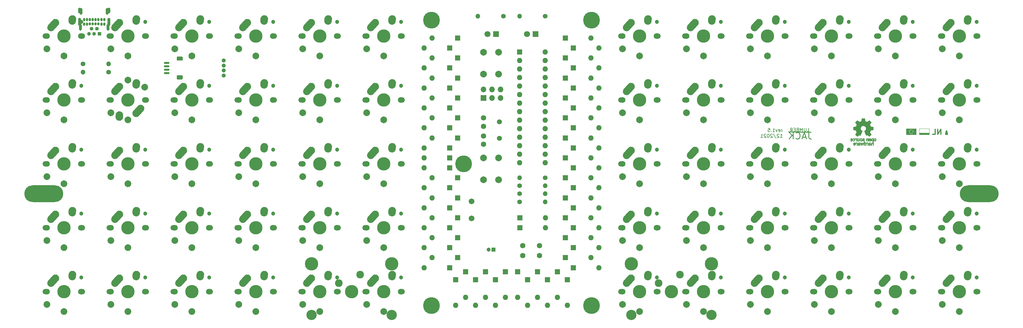
<source format=gbr>
G04 #@! TF.GenerationSoftware,KiCad,Pcbnew,(5.1.10-1-10_14)*
G04 #@! TF.CreationDate,2021-12-25T12:09:55+01:00*
G04 #@! TF.ProjectId,lumberjack,6c756d62-6572-46a6-9163-6b2e6b696361,1.5*
G04 #@! TF.SameCoordinates,Original*
G04 #@! TF.FileFunction,Soldermask,Bot*
G04 #@! TF.FilePolarity,Negative*
%FSLAX46Y46*%
G04 Gerber Fmt 4.6, Leading zero omitted, Abs format (unit mm)*
G04 Created by KiCad (PCBNEW (5.1.10-1-10_14)) date 2021-12-25 12:09:55*
%MOMM*%
%LPD*%
G01*
G04 APERTURE LIST*
%ADD10C,0.200000*%
%ADD11C,0.250000*%
%ADD12C,0.150000*%
%ADD13C,0.300000*%
%ADD14C,0.010000*%
%ADD15C,0.120000*%
%ADD16C,0.500000*%
%ADD17C,0.160000*%
%ADD18C,0.100000*%
%ADD19C,3.987800*%
%ADD20C,1.750000*%
%ADD21C,2.000000*%
%ADD22C,1.700000*%
%ADD23C,1.200000*%
%ADD24C,2.250000*%
%ADD25C,1.100000*%
%ADD26O,1.100000X1.100000*%
%ADD27R,1.100000X1.100000*%
%ADD28O,0.850000X2.000000*%
%ADD29O,0.900000X1.700000*%
%ADD30O,0.900000X2.400000*%
%ADD31O,0.700000X1.000000*%
%ADD32O,0.700000X0.900000*%
%ADD33O,1.400000X1.400000*%
%ADD34C,1.400000*%
%ADD35C,1.710000*%
%ADD36R,1.600000X1.600000*%
%ADD37O,1.600000X1.600000*%
%ADD38C,5.000000*%
%ADD39O,11.600000X5.000000*%
%ADD40R,1.200000X1.200000*%
%ADD41C,1.600000*%
%ADD42R,1.700000X1.700000*%
%ADD43O,1.700000X1.700000*%
%ADD44R,1.800000X1.800000*%
%ADD45C,1.800000*%
%ADD46C,1.500000*%
%ADD47C,2.286000*%
%ADD48C,3.048000*%
%ADD49C,1.244600*%
G04 APERTURE END LIST*
D10*
X232981904Y-92802380D02*
X232981904Y-92135714D01*
X232981904Y-92326190D02*
X232934285Y-92230952D01*
X232886666Y-92183333D01*
X232791428Y-92135714D01*
X232696190Y-92135714D01*
X231981904Y-92754761D02*
X232077142Y-92802380D01*
X232267619Y-92802380D01*
X232362857Y-92754761D01*
X232410476Y-92659523D01*
X232410476Y-92278571D01*
X232362857Y-92183333D01*
X232267619Y-92135714D01*
X232077142Y-92135714D01*
X231981904Y-92183333D01*
X231934285Y-92278571D01*
X231934285Y-92373809D01*
X232410476Y-92469047D01*
X231600952Y-92135714D02*
X231362857Y-92802380D01*
X231124761Y-92135714D01*
X230220000Y-92802380D02*
X230791428Y-92802380D01*
X230505714Y-92802380D02*
X230505714Y-91802380D01*
X230600952Y-91945238D01*
X230696190Y-92040476D01*
X230791428Y-92088095D01*
X229791428Y-92707142D02*
X229743809Y-92754761D01*
X229791428Y-92802380D01*
X229839047Y-92754761D01*
X229791428Y-92707142D01*
X229791428Y-92802380D01*
X228839047Y-91802380D02*
X229315238Y-91802380D01*
X229362857Y-92278571D01*
X229315238Y-92230952D01*
X229220000Y-92183333D01*
X228981904Y-92183333D01*
X228886666Y-92230952D01*
X228839047Y-92278571D01*
X228791428Y-92373809D01*
X228791428Y-92611904D01*
X228839047Y-92707142D01*
X228886666Y-92754761D01*
X228981904Y-92802380D01*
X229220000Y-92802380D01*
X229315238Y-92754761D01*
X229362857Y-92707142D01*
X232458095Y-94502380D02*
X233029523Y-94502380D01*
X232743809Y-94502380D02*
X232743809Y-93502380D01*
X232839047Y-93645238D01*
X232934285Y-93740476D01*
X233029523Y-93788095D01*
X232077142Y-93597619D02*
X232029523Y-93550000D01*
X231934285Y-93502380D01*
X231696190Y-93502380D01*
X231600952Y-93550000D01*
X231553333Y-93597619D01*
X231505714Y-93692857D01*
X231505714Y-93788095D01*
X231553333Y-93930952D01*
X232124761Y-94502380D01*
X231505714Y-94502380D01*
X230362857Y-93454761D02*
X231220000Y-94740476D01*
X230077142Y-93597619D02*
X230029523Y-93550000D01*
X229934285Y-93502380D01*
X229696190Y-93502380D01*
X229600952Y-93550000D01*
X229553333Y-93597619D01*
X229505714Y-93692857D01*
X229505714Y-93788095D01*
X229553333Y-93930952D01*
X230124761Y-94502380D01*
X229505714Y-94502380D01*
X228886666Y-93502380D02*
X228791428Y-93502380D01*
X228696190Y-93550000D01*
X228648571Y-93597619D01*
X228600952Y-93692857D01*
X228553333Y-93883333D01*
X228553333Y-94121428D01*
X228600952Y-94311904D01*
X228648571Y-94407142D01*
X228696190Y-94454761D01*
X228791428Y-94502380D01*
X228886666Y-94502380D01*
X228981904Y-94454761D01*
X229029523Y-94407142D01*
X229077142Y-94311904D01*
X229124761Y-94121428D01*
X229124761Y-93883333D01*
X229077142Y-93692857D01*
X229029523Y-93597619D01*
X228981904Y-93550000D01*
X228886666Y-93502380D01*
X228172380Y-93597619D02*
X228124761Y-93550000D01*
X228029523Y-93502380D01*
X227791428Y-93502380D01*
X227696190Y-93550000D01*
X227648571Y-93597619D01*
X227600952Y-93692857D01*
X227600952Y-93788095D01*
X227648571Y-93930952D01*
X228220000Y-94502380D01*
X227600952Y-94502380D01*
X226648571Y-94502380D02*
X227220000Y-94502380D01*
X226934285Y-94502380D02*
X226934285Y-93502380D01*
X227029523Y-93645238D01*
X227124761Y-93740476D01*
X227220000Y-93788095D01*
D11*
X240886428Y-92973511D02*
X240886428Y-94402083D01*
X240981666Y-94687797D01*
X241172142Y-94878273D01*
X241457857Y-94973511D01*
X241648333Y-94973511D01*
X240029285Y-94402083D02*
X239076904Y-94402083D01*
X240219761Y-94973511D02*
X239553095Y-92973511D01*
X238886428Y-94973511D01*
X237076904Y-94783035D02*
X237172142Y-94878273D01*
X237457857Y-94973511D01*
X237648333Y-94973511D01*
X237934047Y-94878273D01*
X238124523Y-94687797D01*
X238219761Y-94497321D01*
X238315000Y-94116369D01*
X238315000Y-93830654D01*
X238219761Y-93449702D01*
X238124523Y-93259226D01*
X237934047Y-93068750D01*
X237648333Y-92973511D01*
X237457857Y-92973511D01*
X237172142Y-93068750D01*
X237076904Y-93163988D01*
X236219761Y-94973511D02*
X236219761Y-92973511D01*
X235076904Y-94973511D02*
X235934047Y-93830654D01*
X235076904Y-92973511D02*
X236219761Y-94116369D01*
D12*
X240463095Y-92721130D02*
X240939285Y-92721130D01*
X240939285Y-91721130D01*
X240129761Y-91721130D02*
X240129761Y-92530654D01*
X240082142Y-92625892D01*
X240034523Y-92673511D01*
X239939285Y-92721130D01*
X239748809Y-92721130D01*
X239653571Y-92673511D01*
X239605952Y-92625892D01*
X239558333Y-92530654D01*
X239558333Y-91721130D01*
X239082142Y-92721130D02*
X239082142Y-91721130D01*
X238748809Y-92435416D01*
X238415476Y-91721130D01*
X238415476Y-92721130D01*
X237605952Y-92197321D02*
X237463095Y-92244940D01*
X237415476Y-92292559D01*
X237367857Y-92387797D01*
X237367857Y-92530654D01*
X237415476Y-92625892D01*
X237463095Y-92673511D01*
X237558333Y-92721130D01*
X237939285Y-92721130D01*
X237939285Y-91721130D01*
X237605952Y-91721130D01*
X237510714Y-91768750D01*
X237463095Y-91816369D01*
X237415476Y-91911607D01*
X237415476Y-92006845D01*
X237463095Y-92102083D01*
X237510714Y-92149702D01*
X237605952Y-92197321D01*
X237939285Y-92197321D01*
X236939285Y-92197321D02*
X236605952Y-92197321D01*
X236463095Y-92721130D02*
X236939285Y-92721130D01*
X236939285Y-91721130D01*
X236463095Y-91721130D01*
X235463095Y-92721130D02*
X235796428Y-92244940D01*
X236034523Y-92721130D02*
X236034523Y-91721130D01*
X235653571Y-91721130D01*
X235558333Y-91768750D01*
X235510714Y-91816369D01*
X235463095Y-91911607D01*
X235463095Y-92054464D01*
X235510714Y-92149702D01*
X235558333Y-92197321D01*
X235653571Y-92244940D01*
X236034523Y-92244940D01*
D13*
X280254761Y-93623809D02*
X280254761Y-92023809D01*
X279340476Y-93623809D01*
X279340476Y-92023809D01*
X277816666Y-93623809D02*
X278578571Y-93623809D01*
X278578571Y-92023809D01*
D11*
X241625000Y-92878750D02*
X234925000Y-92868750D01*
D14*
G36*
X259711640Y-94821218D02*
G01*
X259676408Y-94838624D01*
X259632960Y-94868956D01*
X259601294Y-94902033D01*
X259579606Y-94943567D01*
X259566097Y-94999272D01*
X259558962Y-95074861D01*
X259556400Y-95176046D01*
X259556250Y-95219547D01*
X259556688Y-95314885D01*
X259558504Y-95383021D01*
X259562455Y-95430168D01*
X259569298Y-95462540D01*
X259579789Y-95486350D01*
X259590704Y-95502593D01*
X259660381Y-95571702D01*
X259742434Y-95613271D01*
X259830950Y-95625773D01*
X259920019Y-95607684D01*
X259948237Y-95594892D01*
X260015790Y-95559681D01*
X260015790Y-96111450D01*
X259966488Y-96085955D01*
X259901527Y-96066230D01*
X259821680Y-96061177D01*
X259741948Y-96070506D01*
X259681735Y-96091464D01*
X259631792Y-96131377D01*
X259589119Y-96188491D01*
X259585910Y-96194355D01*
X259572378Y-96221977D01*
X259562495Y-96249818D01*
X259555691Y-96283544D01*
X259551399Y-96328821D01*
X259549049Y-96391312D01*
X259548072Y-96476685D01*
X259547895Y-96572760D01*
X259547895Y-96879276D01*
X259731711Y-96879276D01*
X259731711Y-96314089D01*
X259783125Y-96270827D01*
X259836534Y-96236222D01*
X259887112Y-96229930D01*
X259937970Y-96246122D01*
X259965075Y-96261977D01*
X259985249Y-96284560D01*
X259999597Y-96318690D01*
X260009224Y-96369184D01*
X260015237Y-96440861D01*
X260018740Y-96538538D01*
X260019974Y-96603552D01*
X260024145Y-96870921D01*
X260111875Y-96875972D01*
X260199606Y-96881023D01*
X260199606Y-95221851D01*
X260015790Y-95221851D01*
X260011104Y-95314350D01*
X259995312Y-95378559D01*
X259965817Y-95418509D01*
X259920020Y-95438230D01*
X259873750Y-95442171D01*
X259821372Y-95437642D01*
X259786610Y-95419819D01*
X259764872Y-95396269D01*
X259747760Y-95370939D01*
X259737573Y-95342719D01*
X259733040Y-95303181D01*
X259732891Y-95243892D01*
X259734416Y-95194248D01*
X259737919Y-95119460D01*
X259743133Y-95070361D01*
X259751913Y-95039217D01*
X259766114Y-95018295D01*
X259779516Y-95006202D01*
X259835513Y-94979831D01*
X259901789Y-94975572D01*
X259939844Y-94984656D01*
X259977523Y-95016946D01*
X260002481Y-95079756D01*
X260014578Y-95172644D01*
X260015790Y-95221851D01*
X260199606Y-95221851D01*
X260199606Y-94807171D01*
X260107698Y-94807171D01*
X260052517Y-94809353D01*
X260024048Y-94817101D01*
X260015794Y-94832218D01*
X260015790Y-94832666D01*
X260011960Y-94847470D01*
X259995067Y-94845789D01*
X259961481Y-94829522D01*
X259883222Y-94804637D01*
X259795173Y-94802021D01*
X259711640Y-94821218D01*
G37*
X259711640Y-94821218D02*
X259676408Y-94838624D01*
X259632960Y-94868956D01*
X259601294Y-94902033D01*
X259579606Y-94943567D01*
X259566097Y-94999272D01*
X259558962Y-95074861D01*
X259556400Y-95176046D01*
X259556250Y-95219547D01*
X259556688Y-95314885D01*
X259558504Y-95383021D01*
X259562455Y-95430168D01*
X259569298Y-95462540D01*
X259579789Y-95486350D01*
X259590704Y-95502593D01*
X259660381Y-95571702D01*
X259742434Y-95613271D01*
X259830950Y-95625773D01*
X259920019Y-95607684D01*
X259948237Y-95594892D01*
X260015790Y-95559681D01*
X260015790Y-96111450D01*
X259966488Y-96085955D01*
X259901527Y-96066230D01*
X259821680Y-96061177D01*
X259741948Y-96070506D01*
X259681735Y-96091464D01*
X259631792Y-96131377D01*
X259589119Y-96188491D01*
X259585910Y-96194355D01*
X259572378Y-96221977D01*
X259562495Y-96249818D01*
X259555691Y-96283544D01*
X259551399Y-96328821D01*
X259549049Y-96391312D01*
X259548072Y-96476685D01*
X259547895Y-96572760D01*
X259547895Y-96879276D01*
X259731711Y-96879276D01*
X259731711Y-96314089D01*
X259783125Y-96270827D01*
X259836534Y-96236222D01*
X259887112Y-96229930D01*
X259937970Y-96246122D01*
X259965075Y-96261977D01*
X259985249Y-96284560D01*
X259999597Y-96318690D01*
X260009224Y-96369184D01*
X260015237Y-96440861D01*
X260018740Y-96538538D01*
X260019974Y-96603552D01*
X260024145Y-96870921D01*
X260111875Y-96875972D01*
X260199606Y-96881023D01*
X260199606Y-95221851D01*
X260015790Y-95221851D01*
X260011104Y-95314350D01*
X259995312Y-95378559D01*
X259965817Y-95418509D01*
X259920020Y-95438230D01*
X259873750Y-95442171D01*
X259821372Y-95437642D01*
X259786610Y-95419819D01*
X259764872Y-95396269D01*
X259747760Y-95370939D01*
X259737573Y-95342719D01*
X259733040Y-95303181D01*
X259732891Y-95243892D01*
X259734416Y-95194248D01*
X259737919Y-95119460D01*
X259743133Y-95070361D01*
X259751913Y-95039217D01*
X259766114Y-95018295D01*
X259779516Y-95006202D01*
X259835513Y-94979831D01*
X259901789Y-94975572D01*
X259939844Y-94984656D01*
X259977523Y-95016946D01*
X260002481Y-95079756D01*
X260014578Y-95172644D01*
X260015790Y-95221851D01*
X260199606Y-95221851D01*
X260199606Y-94807171D01*
X260107698Y-94807171D01*
X260052517Y-94809353D01*
X260024048Y-94817101D01*
X260015794Y-94832218D01*
X260015790Y-94832666D01*
X260011960Y-94847470D01*
X259995067Y-94845789D01*
X259961481Y-94829522D01*
X259883222Y-94804637D01*
X259795173Y-94802021D01*
X259711640Y-94821218D01*
G36*
X259014543Y-96066934D02*
G01*
X258935930Y-96087910D01*
X258876084Y-96125930D01*
X258833853Y-96175728D01*
X258820725Y-96196980D01*
X258811032Y-96219242D01*
X258804256Y-96247720D01*
X258799877Y-96287621D01*
X258797376Y-96344151D01*
X258796232Y-96422517D01*
X258795928Y-96527926D01*
X258795922Y-96555892D01*
X258795922Y-96879276D01*
X258876132Y-96879276D01*
X258927294Y-96875693D01*
X258965123Y-96866616D01*
X258974601Y-96861018D01*
X259000512Y-96851356D01*
X259026976Y-96861018D01*
X259070548Y-96873080D01*
X259133840Y-96877935D01*
X259203990Y-96875828D01*
X259268140Y-96867006D01*
X259305593Y-96855687D01*
X259378067Y-96809162D01*
X259423360Y-96744596D01*
X259443722Y-96658750D01*
X259443912Y-96656546D01*
X259442125Y-96618463D01*
X259280527Y-96618463D01*
X259266399Y-96661780D01*
X259243388Y-96686158D01*
X259197196Y-96704595D01*
X259136225Y-96711955D01*
X259074051Y-96708333D01*
X259024249Y-96693824D01*
X259010297Y-96684515D01*
X258985915Y-96641503D01*
X258979737Y-96592607D01*
X258979737Y-96528355D01*
X259072182Y-96528355D01*
X259160005Y-96535116D01*
X259226582Y-96554270D01*
X259267998Y-96584126D01*
X259280527Y-96618463D01*
X259442125Y-96618463D01*
X259439510Y-96562754D01*
X259408576Y-96488597D01*
X259350419Y-96432517D01*
X259342380Y-96427415D01*
X259307837Y-96410805D01*
X259265082Y-96400746D01*
X259205314Y-96395857D01*
X259134310Y-96394733D01*
X258979737Y-96394671D01*
X258979737Y-96329875D01*
X258986294Y-96279600D01*
X259003025Y-96245919D01*
X259004984Y-96244126D01*
X259042217Y-96229392D01*
X259098420Y-96223681D01*
X259160533Y-96226487D01*
X259215490Y-96237306D01*
X259248101Y-96253532D01*
X259265772Y-96266530D01*
X259284431Y-96269012D01*
X259310181Y-96258363D01*
X259349127Y-96231968D01*
X259407370Y-96187215D01*
X259412716Y-96183023D01*
X259409977Y-96167510D01*
X259387124Y-96141710D01*
X259352391Y-96113039D01*
X259314010Y-96088916D01*
X259301952Y-96083220D01*
X259257966Y-96071853D01*
X259193513Y-96063745D01*
X259121503Y-96060493D01*
X259118136Y-96060486D01*
X259014543Y-96066934D01*
G37*
X259014543Y-96066934D02*
X258935930Y-96087910D01*
X258876084Y-96125930D01*
X258833853Y-96175728D01*
X258820725Y-96196980D01*
X258811032Y-96219242D01*
X258804256Y-96247720D01*
X258799877Y-96287621D01*
X258797376Y-96344151D01*
X258796232Y-96422517D01*
X258795928Y-96527926D01*
X258795922Y-96555892D01*
X258795922Y-96879276D01*
X258876132Y-96879276D01*
X258927294Y-96875693D01*
X258965123Y-96866616D01*
X258974601Y-96861018D01*
X259000512Y-96851356D01*
X259026976Y-96861018D01*
X259070548Y-96873080D01*
X259133840Y-96877935D01*
X259203990Y-96875828D01*
X259268140Y-96867006D01*
X259305593Y-96855687D01*
X259378067Y-96809162D01*
X259423360Y-96744596D01*
X259443722Y-96658750D01*
X259443912Y-96656546D01*
X259442125Y-96618463D01*
X259280527Y-96618463D01*
X259266399Y-96661780D01*
X259243388Y-96686158D01*
X259197196Y-96704595D01*
X259136225Y-96711955D01*
X259074051Y-96708333D01*
X259024249Y-96693824D01*
X259010297Y-96684515D01*
X258985915Y-96641503D01*
X258979737Y-96592607D01*
X258979737Y-96528355D01*
X259072182Y-96528355D01*
X259160005Y-96535116D01*
X259226582Y-96554270D01*
X259267998Y-96584126D01*
X259280527Y-96618463D01*
X259442125Y-96618463D01*
X259439510Y-96562754D01*
X259408576Y-96488597D01*
X259350419Y-96432517D01*
X259342380Y-96427415D01*
X259307837Y-96410805D01*
X259265082Y-96400746D01*
X259205314Y-96395857D01*
X259134310Y-96394733D01*
X258979737Y-96394671D01*
X258979737Y-96329875D01*
X258986294Y-96279600D01*
X259003025Y-96245919D01*
X259004984Y-96244126D01*
X259042217Y-96229392D01*
X259098420Y-96223681D01*
X259160533Y-96226487D01*
X259215490Y-96237306D01*
X259248101Y-96253532D01*
X259265772Y-96266530D01*
X259284431Y-96269012D01*
X259310181Y-96258363D01*
X259349127Y-96231968D01*
X259407370Y-96187215D01*
X259412716Y-96183023D01*
X259409977Y-96167510D01*
X259387124Y-96141710D01*
X259352391Y-96113039D01*
X259314010Y-96088916D01*
X259301952Y-96083220D01*
X259257966Y-96071853D01*
X259193513Y-96063745D01*
X259121503Y-96060493D01*
X259118136Y-96060486D01*
X259014543Y-96066934D01*
G36*
X258495119Y-96062236D02*
G01*
X258470112Y-96069732D01*
X258462050Y-96086201D01*
X258461711Y-96093636D01*
X258460264Y-96114344D01*
X258450302Y-96117595D01*
X258423388Y-96103398D01*
X258407402Y-96093698D01*
X258356967Y-96072925D01*
X258296728Y-96062654D01*
X258233566Y-96061864D01*
X258174363Y-96069536D01*
X258125998Y-96084648D01*
X258095354Y-96106182D01*
X258089311Y-96133116D01*
X258092361Y-96140410D01*
X258114594Y-96170687D01*
X258149070Y-96207925D01*
X258155306Y-96213945D01*
X258188167Y-96241625D01*
X258216520Y-96250568D01*
X258256173Y-96244326D01*
X258272058Y-96240179D01*
X258321491Y-96230217D01*
X258356248Y-96234697D01*
X258385600Y-96250496D01*
X258412487Y-96271699D01*
X258432290Y-96298364D01*
X258446052Y-96335577D01*
X258454816Y-96388423D01*
X258459626Y-96461987D01*
X258461526Y-96561355D01*
X258461711Y-96621351D01*
X258461711Y-96879276D01*
X258628816Y-96879276D01*
X258628816Y-96060460D01*
X258545264Y-96060460D01*
X258495119Y-96062236D01*
G37*
X258495119Y-96062236D02*
X258470112Y-96069732D01*
X258462050Y-96086201D01*
X258461711Y-96093636D01*
X258460264Y-96114344D01*
X258450302Y-96117595D01*
X258423388Y-96103398D01*
X258407402Y-96093698D01*
X258356967Y-96072925D01*
X258296728Y-96062654D01*
X258233566Y-96061864D01*
X258174363Y-96069536D01*
X258125998Y-96084648D01*
X258095354Y-96106182D01*
X258089311Y-96133116D01*
X258092361Y-96140410D01*
X258114594Y-96170687D01*
X258149070Y-96207925D01*
X258155306Y-96213945D01*
X258188167Y-96241625D01*
X258216520Y-96250568D01*
X258256173Y-96244326D01*
X258272058Y-96240179D01*
X258321491Y-96230217D01*
X258356248Y-96234697D01*
X258385600Y-96250496D01*
X258412487Y-96271699D01*
X258432290Y-96298364D01*
X258446052Y-96335577D01*
X258454816Y-96388423D01*
X258459626Y-96461987D01*
X258461526Y-96561355D01*
X258461711Y-96621351D01*
X258461711Y-96879276D01*
X258628816Y-96879276D01*
X258628816Y-96060460D01*
X258545264Y-96060460D01*
X258495119Y-96062236D01*
G36*
X257442369Y-96879276D02*
G01*
X257534277Y-96879276D01*
X257587623Y-96877712D01*
X257615407Y-96871235D01*
X257625410Y-96857168D01*
X257626185Y-96847656D01*
X257627872Y-96828582D01*
X257638510Y-96824924D01*
X257666465Y-96836682D01*
X257688205Y-96847656D01*
X257771668Y-96873661D01*
X257862396Y-96875166D01*
X257936158Y-96855771D01*
X258004846Y-96808915D01*
X258057206Y-96739754D01*
X258085878Y-96658177D01*
X258086608Y-96653616D01*
X258090868Y-96603851D01*
X258092986Y-96532409D01*
X258092816Y-96478376D01*
X257910280Y-96478376D01*
X257906051Y-96550191D01*
X257896432Y-96609384D01*
X257883410Y-96642810D01*
X257834144Y-96688490D01*
X257775650Y-96704865D01*
X257715329Y-96691623D01*
X257663783Y-96652123D01*
X257644262Y-96625557D01*
X257632848Y-96593856D01*
X257627502Y-96547582D01*
X257626185Y-96478078D01*
X257628542Y-96409249D01*
X257634767Y-96348776D01*
X257643592Y-96308306D01*
X257645063Y-96304679D01*
X257680653Y-96261552D01*
X257732600Y-96237874D01*
X257790722Y-96234051D01*
X257844840Y-96250488D01*
X257884774Y-96287590D01*
X257888917Y-96294972D01*
X257901884Y-96339989D01*
X257908948Y-96404717D01*
X257910280Y-96478376D01*
X258092816Y-96478376D01*
X258092729Y-96450980D01*
X258091528Y-96407155D01*
X258083355Y-96298738D01*
X258066370Y-96217338D01*
X258038113Y-96157162D01*
X257996128Y-96112416D01*
X257955368Y-96086150D01*
X257898419Y-96067685D01*
X257827589Y-96061352D01*
X257755059Y-96066510D01*
X257693014Y-96082519D01*
X257660232Y-96101670D01*
X257626185Y-96132482D01*
X257626185Y-95742960D01*
X257442369Y-95742960D01*
X257442369Y-96879276D01*
G37*
X257442369Y-96879276D02*
X257534277Y-96879276D01*
X257587623Y-96877712D01*
X257615407Y-96871235D01*
X257625410Y-96857168D01*
X257626185Y-96847656D01*
X257627872Y-96828582D01*
X257638510Y-96824924D01*
X257666465Y-96836682D01*
X257688205Y-96847656D01*
X257771668Y-96873661D01*
X257862396Y-96875166D01*
X257936158Y-96855771D01*
X258004846Y-96808915D01*
X258057206Y-96739754D01*
X258085878Y-96658177D01*
X258086608Y-96653616D01*
X258090868Y-96603851D01*
X258092986Y-96532409D01*
X258092816Y-96478376D01*
X257910280Y-96478376D01*
X257906051Y-96550191D01*
X257896432Y-96609384D01*
X257883410Y-96642810D01*
X257834144Y-96688490D01*
X257775650Y-96704865D01*
X257715329Y-96691623D01*
X257663783Y-96652123D01*
X257644262Y-96625557D01*
X257632848Y-96593856D01*
X257627502Y-96547582D01*
X257626185Y-96478078D01*
X257628542Y-96409249D01*
X257634767Y-96348776D01*
X257643592Y-96308306D01*
X257645063Y-96304679D01*
X257680653Y-96261552D01*
X257732600Y-96237874D01*
X257790722Y-96234051D01*
X257844840Y-96250488D01*
X257884774Y-96287590D01*
X257888917Y-96294972D01*
X257901884Y-96339989D01*
X257908948Y-96404717D01*
X257910280Y-96478376D01*
X258092816Y-96478376D01*
X258092729Y-96450980D01*
X258091528Y-96407155D01*
X258083355Y-96298738D01*
X258066370Y-96217338D01*
X258038113Y-96157162D01*
X257996128Y-96112416D01*
X257955368Y-96086150D01*
X257898419Y-96067685D01*
X257827589Y-96061352D01*
X257755059Y-96066510D01*
X257693014Y-96082519D01*
X257660232Y-96101670D01*
X257626185Y-96132482D01*
X257626185Y-95742960D01*
X257442369Y-95742960D01*
X257442369Y-96879276D01*
G36*
X256800870Y-96063854D02*
G01*
X256734780Y-96068816D01*
X256648374Y-96327829D01*
X256561969Y-96586842D01*
X256534876Y-96494934D01*
X256518572Y-96438134D01*
X256497125Y-96361375D01*
X256473965Y-96277001D01*
X256461720Y-96231743D01*
X256415656Y-96060460D01*
X256225613Y-96060460D01*
X256282418Y-96240099D01*
X256310393Y-96328454D01*
X256344187Y-96435031D01*
X256379480Y-96546204D01*
X256410987Y-96645329D01*
X256482750Y-96870921D01*
X256637714Y-96881003D01*
X256679730Y-96742278D01*
X256705641Y-96656101D01*
X256733917Y-96561097D01*
X256758631Y-96477191D01*
X256759606Y-96473852D01*
X256778065Y-96416998D01*
X256794351Y-96378206D01*
X256805758Y-96363537D01*
X256808102Y-96365233D01*
X256816329Y-96387975D01*
X256831962Y-96436690D01*
X256853096Y-96505252D01*
X256877830Y-96587535D01*
X256891213Y-96632796D01*
X256963689Y-96879276D01*
X257117505Y-96879276D01*
X257240469Y-96490756D01*
X257275012Y-96381772D01*
X257306479Y-96282798D01*
X257333384Y-96198486D01*
X257354241Y-96133484D01*
X257367562Y-96092442D01*
X257371612Y-96080451D01*
X257368406Y-96068173D01*
X257343235Y-96062796D01*
X257290854Y-96063334D01*
X257282655Y-96063740D01*
X257185518Y-96068816D01*
X257121900Y-96302763D01*
X257098516Y-96388083D01*
X257077619Y-96463085D01*
X257061049Y-96521257D01*
X257050646Y-96556087D01*
X257048724Y-96561766D01*
X257040759Y-96555236D01*
X257024696Y-96521404D01*
X257002379Y-96464877D01*
X256975655Y-96390260D01*
X256953063Y-96322857D01*
X256866959Y-96058893D01*
X256800870Y-96063854D01*
G37*
X256800870Y-96063854D02*
X256734780Y-96068816D01*
X256648374Y-96327829D01*
X256561969Y-96586842D01*
X256534876Y-96494934D01*
X256518572Y-96438134D01*
X256497125Y-96361375D01*
X256473965Y-96277001D01*
X256461720Y-96231743D01*
X256415656Y-96060460D01*
X256225613Y-96060460D01*
X256282418Y-96240099D01*
X256310393Y-96328454D01*
X256344187Y-96435031D01*
X256379480Y-96546204D01*
X256410987Y-96645329D01*
X256482750Y-96870921D01*
X256637714Y-96881003D01*
X256679730Y-96742278D01*
X256705641Y-96656101D01*
X256733917Y-96561097D01*
X256758631Y-96477191D01*
X256759606Y-96473852D01*
X256778065Y-96416998D01*
X256794351Y-96378206D01*
X256805758Y-96363537D01*
X256808102Y-96365233D01*
X256816329Y-96387975D01*
X256831962Y-96436690D01*
X256853096Y-96505252D01*
X256877830Y-96587535D01*
X256891213Y-96632796D01*
X256963689Y-96879276D01*
X257117505Y-96879276D01*
X257240469Y-96490756D01*
X257275012Y-96381772D01*
X257306479Y-96282798D01*
X257333384Y-96198486D01*
X257354241Y-96133484D01*
X257367562Y-96092442D01*
X257371612Y-96080451D01*
X257368406Y-96068173D01*
X257343235Y-96062796D01*
X257290854Y-96063334D01*
X257282655Y-96063740D01*
X257185518Y-96068816D01*
X257121900Y-96302763D01*
X257098516Y-96388083D01*
X257077619Y-96463085D01*
X257061049Y-96521257D01*
X257050646Y-96556087D01*
X257048724Y-96561766D01*
X257040759Y-96555236D01*
X257024696Y-96521404D01*
X257002379Y-96464877D01*
X256975655Y-96390260D01*
X256953063Y-96322857D01*
X256866959Y-96058893D01*
X256800870Y-96063854D01*
G36*
X255795008Y-96065423D02*
G01*
X255724573Y-96082530D01*
X255704213Y-96091594D01*
X255664747Y-96115333D01*
X255634459Y-96142071D01*
X255612048Y-96176449D01*
X255596214Y-96223110D01*
X255585657Y-96286696D01*
X255579076Y-96371849D01*
X255575172Y-96483212D01*
X255573690Y-96557599D01*
X255568235Y-96879276D01*
X255661420Y-96879276D01*
X255717953Y-96876906D01*
X255747078Y-96868805D01*
X255754606Y-96855201D01*
X255758580Y-96840491D01*
X255776348Y-96843304D01*
X255800560Y-96855098D01*
X255861172Y-96873177D01*
X255939071Y-96878049D01*
X256021005Y-96870080D01*
X256093719Y-96849639D01*
X256100241Y-96846801D01*
X256166698Y-96800115D01*
X256210509Y-96735214D01*
X256230668Y-96659350D01*
X256229128Y-96632094D01*
X256064655Y-96632094D01*
X256050163Y-96668774D01*
X256007195Y-96695059D01*
X255937871Y-96709167D01*
X255900823Y-96711040D01*
X255839081Y-96706244D01*
X255798040Y-96687608D01*
X255788027Y-96678750D01*
X255760900Y-96630556D01*
X255754606Y-96586842D01*
X255754606Y-96528355D01*
X255836070Y-96528355D01*
X255930766Y-96533182D01*
X255997187Y-96548363D01*
X256039154Y-96574950D01*
X256048551Y-96586802D01*
X256064655Y-96632094D01*
X256229128Y-96632094D01*
X256226171Y-96579776D01*
X256196015Y-96503745D01*
X256154869Y-96452362D01*
X256129948Y-96430147D01*
X256105552Y-96415548D01*
X256073809Y-96406647D01*
X256026848Y-96401525D01*
X255956796Y-96398265D01*
X255929010Y-96397327D01*
X255754606Y-96391629D01*
X255754862Y-96338841D01*
X255761616Y-96283353D01*
X255786036Y-96249802D01*
X255835370Y-96228368D01*
X255836694Y-96227986D01*
X255906640Y-96219558D01*
X255975086Y-96230566D01*
X256025953Y-96257335D01*
X256046363Y-96270553D01*
X256068346Y-96268724D01*
X256102174Y-96249574D01*
X256122039Y-96236058D01*
X256160894Y-96207182D01*
X256184962Y-96185536D01*
X256188824Y-96179339D01*
X256172921Y-96147269D01*
X256125935Y-96108969D01*
X256105527Y-96096047D01*
X256046857Y-96073791D01*
X255967788Y-96061182D01*
X255879959Y-96058350D01*
X255795008Y-96065423D01*
G37*
X255795008Y-96065423D02*
X255724573Y-96082530D01*
X255704213Y-96091594D01*
X255664747Y-96115333D01*
X255634459Y-96142071D01*
X255612048Y-96176449D01*
X255596214Y-96223110D01*
X255585657Y-96286696D01*
X255579076Y-96371849D01*
X255575172Y-96483212D01*
X255573690Y-96557599D01*
X255568235Y-96879276D01*
X255661420Y-96879276D01*
X255717953Y-96876906D01*
X255747078Y-96868805D01*
X255754606Y-96855201D01*
X255758580Y-96840491D01*
X255776348Y-96843304D01*
X255800560Y-96855098D01*
X255861172Y-96873177D01*
X255939071Y-96878049D01*
X256021005Y-96870080D01*
X256093719Y-96849639D01*
X256100241Y-96846801D01*
X256166698Y-96800115D01*
X256210509Y-96735214D01*
X256230668Y-96659350D01*
X256229128Y-96632094D01*
X256064655Y-96632094D01*
X256050163Y-96668774D01*
X256007195Y-96695059D01*
X255937871Y-96709167D01*
X255900823Y-96711040D01*
X255839081Y-96706244D01*
X255798040Y-96687608D01*
X255788027Y-96678750D01*
X255760900Y-96630556D01*
X255754606Y-96586842D01*
X255754606Y-96528355D01*
X255836070Y-96528355D01*
X255930766Y-96533182D01*
X255997187Y-96548363D01*
X256039154Y-96574950D01*
X256048551Y-96586802D01*
X256064655Y-96632094D01*
X256229128Y-96632094D01*
X256226171Y-96579776D01*
X256196015Y-96503745D01*
X256154869Y-96452362D01*
X256129948Y-96430147D01*
X256105552Y-96415548D01*
X256073809Y-96406647D01*
X256026848Y-96401525D01*
X255956796Y-96398265D01*
X255929010Y-96397327D01*
X255754606Y-96391629D01*
X255754862Y-96338841D01*
X255761616Y-96283353D01*
X255786036Y-96249802D01*
X255835370Y-96228368D01*
X255836694Y-96227986D01*
X255906640Y-96219558D01*
X255975086Y-96230566D01*
X256025953Y-96257335D01*
X256046363Y-96270553D01*
X256068346Y-96268724D01*
X256102174Y-96249574D01*
X256122039Y-96236058D01*
X256160894Y-96207182D01*
X256184962Y-96185536D01*
X256188824Y-96179339D01*
X256172921Y-96147269D01*
X256125935Y-96108969D01*
X256105527Y-96096047D01*
X256046857Y-96073791D01*
X255967788Y-96061182D01*
X255879959Y-96058350D01*
X255795008Y-96065423D01*
G36*
X255001833Y-96060197D02*
G01*
X254937592Y-96072862D01*
X254901020Y-96091614D01*
X254862547Y-96122767D01*
X254917283Y-96191877D01*
X254951031Y-96233729D01*
X254973947Y-96254148D01*
X254996721Y-96257267D01*
X255030044Y-96247222D01*
X255045686Y-96241539D01*
X255109458Y-96233154D01*
X255167860Y-96251128D01*
X255210736Y-96291732D01*
X255217701Y-96304679D01*
X255225287Y-96338974D01*
X255231141Y-96402177D01*
X255234989Y-96489810D01*
X255236557Y-96597390D01*
X255236579Y-96612694D01*
X255236579Y-96879276D01*
X255420395Y-96879276D01*
X255420395Y-96060460D01*
X255328487Y-96060460D01*
X255275493Y-96061844D01*
X255247885Y-96068002D01*
X255237676Y-96081944D01*
X255236579Y-96095094D01*
X255236579Y-96129728D01*
X255192550Y-96095094D01*
X255142063Y-96071466D01*
X255074240Y-96059783D01*
X255001833Y-96060197D01*
G37*
X255001833Y-96060197D02*
X254937592Y-96072862D01*
X254901020Y-96091614D01*
X254862547Y-96122767D01*
X254917283Y-96191877D01*
X254951031Y-96233729D01*
X254973947Y-96254148D01*
X254996721Y-96257267D01*
X255030044Y-96247222D01*
X255045686Y-96241539D01*
X255109458Y-96233154D01*
X255167860Y-96251128D01*
X255210736Y-96291732D01*
X255217701Y-96304679D01*
X255225287Y-96338974D01*
X255231141Y-96402177D01*
X255234989Y-96489810D01*
X255236557Y-96597390D01*
X255236579Y-96612694D01*
X255236579Y-96879276D01*
X255420395Y-96879276D01*
X255420395Y-96060460D01*
X255328487Y-96060460D01*
X255275493Y-96061844D01*
X255247885Y-96068002D01*
X255237676Y-96081944D01*
X255236579Y-96095094D01*
X255236579Y-96129728D01*
X255192550Y-96095094D01*
X255142063Y-96071466D01*
X255074240Y-96059783D01*
X255001833Y-96060197D01*
G36*
X254473807Y-96064828D02*
G01*
X254393932Y-96085595D01*
X254327038Y-96128455D01*
X254294649Y-96160473D01*
X254241555Y-96236163D01*
X254211127Y-96323966D01*
X254200673Y-96431900D01*
X254200620Y-96440625D01*
X254200527Y-96528355D01*
X254705466Y-96528355D01*
X254694702Y-96574309D01*
X254675268Y-96615928D01*
X254641255Y-96659294D01*
X254634140Y-96666217D01*
X254572997Y-96703685D01*
X254503271Y-96710039D01*
X254423013Y-96685388D01*
X254409408Y-96678750D01*
X254367681Y-96658569D01*
X254339732Y-96647071D01*
X254334855Y-96646008D01*
X254317832Y-96656333D01*
X254285367Y-96681595D01*
X254268886Y-96695400D01*
X254234736Y-96727111D01*
X254223522Y-96748049D01*
X254231305Y-96767310D01*
X254235465Y-96772577D01*
X254263643Y-96795628D01*
X254310138Y-96823642D01*
X254342566Y-96839996D01*
X254434615Y-96868809D01*
X254536524Y-96878145D01*
X254633037Y-96867082D01*
X254660066Y-96859162D01*
X254743724Y-96814331D01*
X254805734Y-96745348D01*
X254846455Y-96651544D01*
X254866245Y-96532248D01*
X254868418Y-96469868D01*
X254862074Y-96379048D01*
X254701843Y-96379048D01*
X254686345Y-96385762D01*
X254644688Y-96391030D01*
X254584124Y-96394139D01*
X254543093Y-96394671D01*
X254469289Y-96394158D01*
X254422707Y-96391756D01*
X254397152Y-96386172D01*
X254386431Y-96376111D01*
X254384343Y-96361513D01*
X254398669Y-96316546D01*
X254434738Y-96272103D01*
X254482185Y-96237992D01*
X254529651Y-96224038D01*
X254594121Y-96236416D01*
X254649930Y-96272202D01*
X254688626Y-96323783D01*
X254701843Y-96379048D01*
X254862074Y-96379048D01*
X254859179Y-96337616D01*
X254830664Y-96232248D01*
X254782271Y-96152928D01*
X254713396Y-96098821D01*
X254623435Y-96069093D01*
X254574700Y-96063368D01*
X254473807Y-96064828D01*
G37*
X254473807Y-96064828D02*
X254393932Y-96085595D01*
X254327038Y-96128455D01*
X254294649Y-96160473D01*
X254241555Y-96236163D01*
X254211127Y-96323966D01*
X254200673Y-96431900D01*
X254200620Y-96440625D01*
X254200527Y-96528355D01*
X254705466Y-96528355D01*
X254694702Y-96574309D01*
X254675268Y-96615928D01*
X254641255Y-96659294D01*
X254634140Y-96666217D01*
X254572997Y-96703685D01*
X254503271Y-96710039D01*
X254423013Y-96685388D01*
X254409408Y-96678750D01*
X254367681Y-96658569D01*
X254339732Y-96647071D01*
X254334855Y-96646008D01*
X254317832Y-96656333D01*
X254285367Y-96681595D01*
X254268886Y-96695400D01*
X254234736Y-96727111D01*
X254223522Y-96748049D01*
X254231305Y-96767310D01*
X254235465Y-96772577D01*
X254263643Y-96795628D01*
X254310138Y-96823642D01*
X254342566Y-96839996D01*
X254434615Y-96868809D01*
X254536524Y-96878145D01*
X254633037Y-96867082D01*
X254660066Y-96859162D01*
X254743724Y-96814331D01*
X254805734Y-96745348D01*
X254846455Y-96651544D01*
X254866245Y-96532248D01*
X254868418Y-96469868D01*
X254862074Y-96379048D01*
X254701843Y-96379048D01*
X254686345Y-96385762D01*
X254644688Y-96391030D01*
X254584124Y-96394139D01*
X254543093Y-96394671D01*
X254469289Y-96394158D01*
X254422707Y-96391756D01*
X254397152Y-96386172D01*
X254386431Y-96376111D01*
X254384343Y-96361513D01*
X254398669Y-96316546D01*
X254434738Y-96272103D01*
X254482185Y-96237992D01*
X254529651Y-96224038D01*
X254594121Y-96236416D01*
X254649930Y-96272202D01*
X254688626Y-96323783D01*
X254701843Y-96379048D01*
X254862074Y-96379048D01*
X254859179Y-96337616D01*
X254830664Y-96232248D01*
X254782271Y-96152928D01*
X254713396Y-96098821D01*
X254623435Y-96069093D01*
X254574700Y-96063368D01*
X254473807Y-96064828D01*
G36*
X260548216Y-94815854D02*
G01*
X260460795Y-94854504D01*
X260394430Y-94919040D01*
X260349024Y-95009562D01*
X260324482Y-95126168D01*
X260322723Y-95144374D01*
X260321344Y-95272734D01*
X260339216Y-95385246D01*
X260375250Y-95476438D01*
X260394545Y-95505772D01*
X260461755Y-95567856D01*
X260547350Y-95608066D01*
X260643110Y-95624753D01*
X260740813Y-95616267D01*
X260815083Y-95590130D01*
X260878953Y-95546085D01*
X260931154Y-95488337D01*
X260932057Y-95486986D01*
X260953256Y-95451343D01*
X260967033Y-95415502D01*
X260975376Y-95370269D01*
X260980273Y-95306451D01*
X260982431Y-95254118D01*
X260983329Y-95206660D01*
X260816257Y-95206660D01*
X260814624Y-95253904D01*
X260808696Y-95316796D01*
X260798239Y-95357157D01*
X260779381Y-95385872D01*
X260761719Y-95402646D01*
X260699106Y-95437766D01*
X260633592Y-95442460D01*
X260572579Y-95417190D01*
X260542072Y-95388874D01*
X260520089Y-95360339D01*
X260507231Y-95333034D01*
X260501588Y-95297500D01*
X260501249Y-95244274D01*
X260502988Y-95195256D01*
X260506729Y-95125232D01*
X260512659Y-95079814D01*
X260523347Y-95050190D01*
X260541361Y-95027547D01*
X260555637Y-95014605D01*
X260615349Y-94980610D01*
X260679766Y-94978915D01*
X260733781Y-94999051D01*
X260779860Y-95041102D01*
X260807311Y-95110178D01*
X260816257Y-95206660D01*
X260983329Y-95206660D01*
X260984401Y-95150049D01*
X260981036Y-95072218D01*
X260970955Y-95013680D01*
X260952774Y-94967487D01*
X260925110Y-94926692D01*
X260914854Y-94914578D01*
X260850722Y-94854224D01*
X260781934Y-94818970D01*
X260697811Y-94804200D01*
X260656791Y-94802993D01*
X260548216Y-94815854D01*
G37*
X260548216Y-94815854D02*
X260460795Y-94854504D01*
X260394430Y-94919040D01*
X260349024Y-95009562D01*
X260324482Y-95126168D01*
X260322723Y-95144374D01*
X260321344Y-95272734D01*
X260339216Y-95385246D01*
X260375250Y-95476438D01*
X260394545Y-95505772D01*
X260461755Y-95567856D01*
X260547350Y-95608066D01*
X260643110Y-95624753D01*
X260740813Y-95616267D01*
X260815083Y-95590130D01*
X260878953Y-95546085D01*
X260931154Y-95488337D01*
X260932057Y-95486986D01*
X260953256Y-95451343D01*
X260967033Y-95415502D01*
X260975376Y-95370269D01*
X260980273Y-95306451D01*
X260982431Y-95254118D01*
X260983329Y-95206660D01*
X260816257Y-95206660D01*
X260814624Y-95253904D01*
X260808696Y-95316796D01*
X260798239Y-95357157D01*
X260779381Y-95385872D01*
X260761719Y-95402646D01*
X260699106Y-95437766D01*
X260633592Y-95442460D01*
X260572579Y-95417190D01*
X260542072Y-95388874D01*
X260520089Y-95360339D01*
X260507231Y-95333034D01*
X260501588Y-95297500D01*
X260501249Y-95244274D01*
X260502988Y-95195256D01*
X260506729Y-95125232D01*
X260512659Y-95079814D01*
X260523347Y-95050190D01*
X260541361Y-95027547D01*
X260555637Y-95014605D01*
X260615349Y-94980610D01*
X260679766Y-94978915D01*
X260733781Y-94999051D01*
X260779860Y-95041102D01*
X260807311Y-95110178D01*
X260816257Y-95206660D01*
X260983329Y-95206660D01*
X260984401Y-95150049D01*
X260981036Y-95072218D01*
X260970955Y-95013680D01*
X260952774Y-94967487D01*
X260925110Y-94926692D01*
X260914854Y-94914578D01*
X260850722Y-94854224D01*
X260781934Y-94818970D01*
X260697811Y-94804200D01*
X260656791Y-94802993D01*
X260548216Y-94815854D01*
G36*
X258977982Y-94825777D02*
G01*
X258961330Y-94833616D01*
X258903695Y-94875836D01*
X258849195Y-94937450D01*
X258808501Y-95005293D01*
X258796926Y-95036484D01*
X258786366Y-95092199D01*
X258780069Y-95159531D01*
X258779304Y-95187335D01*
X258779211Y-95275066D01*
X259284150Y-95275066D01*
X259273387Y-95321020D01*
X259246967Y-95375370D01*
X259200778Y-95422341D01*
X259145828Y-95452598D01*
X259110811Y-95458881D01*
X259063323Y-95451256D01*
X259006665Y-95432133D01*
X258987418Y-95423334D01*
X258916241Y-95387786D01*
X258855498Y-95434117D01*
X258820448Y-95465453D01*
X258801798Y-95491317D01*
X258800853Y-95498908D01*
X258817515Y-95517306D01*
X258854030Y-95545265D01*
X258887172Y-95567077D01*
X258976607Y-95606287D01*
X259076871Y-95624035D01*
X259176246Y-95619420D01*
X259255461Y-95595301D01*
X259337120Y-95543634D01*
X259395151Y-95475606D01*
X259431454Y-95387593D01*
X259447928Y-95275966D01*
X259449389Y-95224888D01*
X259443543Y-95107841D01*
X259442825Y-95104436D01*
X259275511Y-95104436D01*
X259270903Y-95115412D01*
X259251964Y-95121465D01*
X259212902Y-95124060D01*
X259147923Y-95124660D01*
X259122903Y-95124671D01*
X259046779Y-95123764D01*
X258998504Y-95120470D01*
X258972540Y-95113931D01*
X258963352Y-95103287D01*
X258963027Y-95099869D01*
X258973513Y-95072706D01*
X258999758Y-95034653D01*
X259011041Y-95021329D01*
X259052928Y-94983646D01*
X259096591Y-94968830D01*
X259120115Y-94967592D01*
X259183757Y-94983079D01*
X259237127Y-95024680D01*
X259270981Y-95085103D01*
X259271581Y-95087072D01*
X259275511Y-95104436D01*
X259442825Y-95104436D01*
X259424101Y-95015678D01*
X259389078Y-94941940D01*
X259346244Y-94889598D01*
X259267052Y-94832842D01*
X259173960Y-94802512D01*
X259074945Y-94799771D01*
X258977982Y-94825777D01*
G37*
X258977982Y-94825777D02*
X258961330Y-94833616D01*
X258903695Y-94875836D01*
X258849195Y-94937450D01*
X258808501Y-95005293D01*
X258796926Y-95036484D01*
X258786366Y-95092199D01*
X258780069Y-95159531D01*
X258779304Y-95187335D01*
X258779211Y-95275066D01*
X259284150Y-95275066D01*
X259273387Y-95321020D01*
X259246967Y-95375370D01*
X259200778Y-95422341D01*
X259145828Y-95452598D01*
X259110811Y-95458881D01*
X259063323Y-95451256D01*
X259006665Y-95432133D01*
X258987418Y-95423334D01*
X258916241Y-95387786D01*
X258855498Y-95434117D01*
X258820448Y-95465453D01*
X258801798Y-95491317D01*
X258800853Y-95498908D01*
X258817515Y-95517306D01*
X258854030Y-95545265D01*
X258887172Y-95567077D01*
X258976607Y-95606287D01*
X259076871Y-95624035D01*
X259176246Y-95619420D01*
X259255461Y-95595301D01*
X259337120Y-95543634D01*
X259395151Y-95475606D01*
X259431454Y-95387593D01*
X259447928Y-95275966D01*
X259449389Y-95224888D01*
X259443543Y-95107841D01*
X259442825Y-95104436D01*
X259275511Y-95104436D01*
X259270903Y-95115412D01*
X259251964Y-95121465D01*
X259212902Y-95124060D01*
X259147923Y-95124660D01*
X259122903Y-95124671D01*
X259046779Y-95123764D01*
X258998504Y-95120470D01*
X258972540Y-95113931D01*
X258963352Y-95103287D01*
X258963027Y-95099869D01*
X258973513Y-95072706D01*
X258999758Y-95034653D01*
X259011041Y-95021329D01*
X259052928Y-94983646D01*
X259096591Y-94968830D01*
X259120115Y-94967592D01*
X259183757Y-94983079D01*
X259237127Y-95024680D01*
X259270981Y-95085103D01*
X259271581Y-95087072D01*
X259275511Y-95104436D01*
X259442825Y-95104436D01*
X259424101Y-95015678D01*
X259389078Y-94941940D01*
X259346244Y-94889598D01*
X259267052Y-94832842D01*
X259173960Y-94802512D01*
X259074945Y-94799771D01*
X258977982Y-94825777D01*
G36*
X257156372Y-94804297D02*
G01*
X257093092Y-94816298D01*
X257027443Y-94841398D01*
X257020428Y-94844598D01*
X256970644Y-94870776D01*
X256936166Y-94895103D01*
X256925022Y-94910687D01*
X256935634Y-94936103D01*
X256961412Y-94973603D01*
X256972854Y-94987602D01*
X257020008Y-95042704D01*
X257080799Y-95006836D01*
X257138653Y-94982942D01*
X257205500Y-94970170D01*
X257269606Y-94969363D01*
X257319236Y-94981365D01*
X257331146Y-94988855D01*
X257353828Y-95023200D01*
X257356584Y-95062763D01*
X257339612Y-95093670D01*
X257329573Y-95099663D01*
X257299490Y-95107107D01*
X257246611Y-95115856D01*
X257181425Y-95124217D01*
X257169400Y-95125528D01*
X257064703Y-95143638D01*
X256988768Y-95174401D01*
X256938408Y-95220657D01*
X256910436Y-95285247D01*
X256901722Y-95364137D01*
X256913760Y-95453815D01*
X256952849Y-95524236D01*
X257019145Y-95575527D01*
X257112806Y-95607817D01*
X257216777Y-95620557D01*
X257301562Y-95620404D01*
X257370335Y-95608833D01*
X257417303Y-95592859D01*
X257476650Y-95565025D01*
X257531494Y-95532723D01*
X257550987Y-95518505D01*
X257601119Y-95477585D01*
X257480197Y-95355227D01*
X257411457Y-95400717D01*
X257342512Y-95434883D01*
X257268889Y-95452754D01*
X257198117Y-95454639D01*
X257137726Y-95440851D01*
X257095243Y-95411699D01*
X257081526Y-95387102D01*
X257083583Y-95347654D01*
X257117670Y-95317487D01*
X257183692Y-95296656D01*
X257256026Y-95287029D01*
X257367348Y-95268660D01*
X257450048Y-95234004D01*
X257505235Y-95182047D01*
X257534012Y-95111773D01*
X257537999Y-95028457D01*
X257518307Y-94941431D01*
X257473411Y-94875652D01*
X257402909Y-94830818D01*
X257306399Y-94806629D01*
X257234900Y-94801887D01*
X257156372Y-94804297D01*
G37*
X257156372Y-94804297D02*
X257093092Y-94816298D01*
X257027443Y-94841398D01*
X257020428Y-94844598D01*
X256970644Y-94870776D01*
X256936166Y-94895103D01*
X256925022Y-94910687D01*
X256935634Y-94936103D01*
X256961412Y-94973603D01*
X256972854Y-94987602D01*
X257020008Y-95042704D01*
X257080799Y-95006836D01*
X257138653Y-94982942D01*
X257205500Y-94970170D01*
X257269606Y-94969363D01*
X257319236Y-94981365D01*
X257331146Y-94988855D01*
X257353828Y-95023200D01*
X257356584Y-95062763D01*
X257339612Y-95093670D01*
X257329573Y-95099663D01*
X257299490Y-95107107D01*
X257246611Y-95115856D01*
X257181425Y-95124217D01*
X257169400Y-95125528D01*
X257064703Y-95143638D01*
X256988768Y-95174401D01*
X256938408Y-95220657D01*
X256910436Y-95285247D01*
X256901722Y-95364137D01*
X256913760Y-95453815D01*
X256952849Y-95524236D01*
X257019145Y-95575527D01*
X257112806Y-95607817D01*
X257216777Y-95620557D01*
X257301562Y-95620404D01*
X257370335Y-95608833D01*
X257417303Y-95592859D01*
X257476650Y-95565025D01*
X257531494Y-95532723D01*
X257550987Y-95518505D01*
X257601119Y-95477585D01*
X257480197Y-95355227D01*
X257411457Y-95400717D01*
X257342512Y-95434883D01*
X257268889Y-95452754D01*
X257198117Y-95454639D01*
X257137726Y-95440851D01*
X257095243Y-95411699D01*
X257081526Y-95387102D01*
X257083583Y-95347654D01*
X257117670Y-95317487D01*
X257183692Y-95296656D01*
X257256026Y-95287029D01*
X257367348Y-95268660D01*
X257450048Y-95234004D01*
X257505235Y-95182047D01*
X257534012Y-95111773D01*
X257537999Y-95028457D01*
X257518307Y-94941431D01*
X257473411Y-94875652D01*
X257402909Y-94830818D01*
X257306399Y-94806629D01*
X257234900Y-94801887D01*
X257156372Y-94804297D01*
G36*
X256363331Y-94817060D02*
G01*
X256278808Y-94863090D01*
X256212679Y-94935756D01*
X256181522Y-94994856D01*
X256168145Y-95047055D01*
X256159478Y-95121469D01*
X256155763Y-95207192D01*
X256157246Y-95293319D01*
X256164169Y-95368943D01*
X256172255Y-95409334D01*
X256199535Y-95464590D01*
X256246780Y-95523280D01*
X256303718Y-95574602D01*
X256360076Y-95607755D01*
X256361450Y-95608281D01*
X256431384Y-95622768D01*
X256514263Y-95623127D01*
X256593023Y-95609938D01*
X256623434Y-95599367D01*
X256701761Y-95554951D01*
X256757857Y-95496757D01*
X256794714Y-95419715D01*
X256815320Y-95318751D01*
X256819982Y-95265866D01*
X256819387Y-95199413D01*
X256640264Y-95199413D01*
X256634230Y-95296380D01*
X256616862Y-95370273D01*
X256589260Y-95417486D01*
X256569596Y-95430987D01*
X256519213Y-95440401D01*
X256459327Y-95437614D01*
X256407551Y-95424066D01*
X256393973Y-95416612D01*
X256358151Y-95373201D01*
X256334507Y-95306764D01*
X256324442Y-95225911D01*
X256329358Y-95139252D01*
X256340345Y-95087099D01*
X256371891Y-95026701D01*
X256421689Y-94988947D01*
X256481663Y-94975893D01*
X256543736Y-94989599D01*
X256591418Y-95023122D01*
X256616475Y-95050781D01*
X256631100Y-95078044D01*
X256638071Y-95114940D01*
X256640167Y-95171500D01*
X256640264Y-95199413D01*
X256819387Y-95199413D01*
X256818718Y-95124744D01*
X256795735Y-95009021D01*
X256751028Y-94918691D01*
X256684595Y-94853750D01*
X256596435Y-94814195D01*
X256577505Y-94809608D01*
X256463734Y-94798840D01*
X256363331Y-94817060D01*
G37*
X256363331Y-94817060D02*
X256278808Y-94863090D01*
X256212679Y-94935756D01*
X256181522Y-94994856D01*
X256168145Y-95047055D01*
X256159478Y-95121469D01*
X256155763Y-95207192D01*
X256157246Y-95293319D01*
X256164169Y-95368943D01*
X256172255Y-95409334D01*
X256199535Y-95464590D01*
X256246780Y-95523280D01*
X256303718Y-95574602D01*
X256360076Y-95607755D01*
X256361450Y-95608281D01*
X256431384Y-95622768D01*
X256514263Y-95623127D01*
X256593023Y-95609938D01*
X256623434Y-95599367D01*
X256701761Y-95554951D01*
X256757857Y-95496757D01*
X256794714Y-95419715D01*
X256815320Y-95318751D01*
X256819982Y-95265866D01*
X256819387Y-95199413D01*
X256640264Y-95199413D01*
X256634230Y-95296380D01*
X256616862Y-95370273D01*
X256589260Y-95417486D01*
X256569596Y-95430987D01*
X256519213Y-95440401D01*
X256459327Y-95437614D01*
X256407551Y-95424066D01*
X256393973Y-95416612D01*
X256358151Y-95373201D01*
X256334507Y-95306764D01*
X256324442Y-95225911D01*
X256329358Y-95139252D01*
X256340345Y-95087099D01*
X256371891Y-95026701D01*
X256421689Y-94988947D01*
X256481663Y-94975893D01*
X256543736Y-94989599D01*
X256591418Y-95023122D01*
X256616475Y-95050781D01*
X256631100Y-95078044D01*
X256638071Y-95114940D01*
X256640167Y-95171500D01*
X256640264Y-95199413D01*
X256819387Y-95199413D01*
X256818718Y-95124744D01*
X256795735Y-95009021D01*
X256751028Y-94918691D01*
X256684595Y-94853750D01*
X256596435Y-94814195D01*
X256577505Y-94809608D01*
X256463734Y-94798840D01*
X256363331Y-94817060D01*
G36*
X255854869Y-95067283D02*
G01*
X255853290Y-95189839D01*
X255847519Y-95282929D01*
X255836009Y-95350401D01*
X255817210Y-95396105D01*
X255789574Y-95423889D01*
X255751552Y-95437604D01*
X255704474Y-95441108D01*
X255655168Y-95437182D01*
X255617717Y-95422839D01*
X255590572Y-95394228D01*
X255572185Y-95347501D01*
X255561007Y-95278808D01*
X255555489Y-95184300D01*
X255554079Y-95067283D01*
X255554079Y-94807171D01*
X255370264Y-94807171D01*
X255370264Y-95609276D01*
X255462172Y-95609276D01*
X255517578Y-95607031D01*
X255546109Y-95599146D01*
X255554079Y-95584178D01*
X255558880Y-95570847D01*
X255577986Y-95573667D01*
X255616496Y-95592533D01*
X255704761Y-95621637D01*
X255798377Y-95619575D01*
X255888079Y-95587971D01*
X255930796Y-95563007D01*
X255963379Y-95535976D01*
X255987183Y-95502155D01*
X256003561Y-95456818D01*
X256013869Y-95395239D01*
X256019459Y-95312693D01*
X256021688Y-95204455D01*
X256021974Y-95120754D01*
X256021974Y-94807171D01*
X255854869Y-94807171D01*
X255854869Y-95067283D01*
G37*
X255854869Y-95067283D02*
X255853290Y-95189839D01*
X255847519Y-95282929D01*
X255836009Y-95350401D01*
X255817210Y-95396105D01*
X255789574Y-95423889D01*
X255751552Y-95437604D01*
X255704474Y-95441108D01*
X255655168Y-95437182D01*
X255617717Y-95422839D01*
X255590572Y-95394228D01*
X255572185Y-95347501D01*
X255561007Y-95278808D01*
X255555489Y-95184300D01*
X255554079Y-95067283D01*
X255554079Y-94807171D01*
X255370264Y-94807171D01*
X255370264Y-95609276D01*
X255462172Y-95609276D01*
X255517578Y-95607031D01*
X255546109Y-95599146D01*
X255554079Y-95584178D01*
X255558880Y-95570847D01*
X255577986Y-95573667D01*
X255616496Y-95592533D01*
X255704761Y-95621637D01*
X255798377Y-95619575D01*
X255888079Y-95587971D01*
X255930796Y-95563007D01*
X255963379Y-95535976D01*
X255987183Y-95502155D01*
X256003561Y-95456818D01*
X256013869Y-95395239D01*
X256019459Y-95312693D01*
X256021688Y-95204455D01*
X256021974Y-95120754D01*
X256021974Y-94807171D01*
X255854869Y-94807171D01*
X255854869Y-95067283D01*
G36*
X254228424Y-94814169D02*
G01*
X254131605Y-94855299D01*
X254101110Y-94875321D01*
X254062135Y-94906090D01*
X254037669Y-94930283D01*
X254033422Y-94938163D01*
X254045416Y-94955649D01*
X254076113Y-94985320D01*
X254100688Y-95006029D01*
X254167954Y-95060086D01*
X254221070Y-95015392D01*
X254262116Y-94986539D01*
X254302137Y-94976579D01*
X254347941Y-94979011D01*
X254420676Y-94997095D01*
X254470744Y-95034631D01*
X254501171Y-95095312D01*
X254514983Y-95182831D01*
X254514987Y-95182886D01*
X254513792Y-95280708D01*
X254495228Y-95352480D01*
X254458196Y-95401345D01*
X254432950Y-95417893D01*
X254365903Y-95438499D01*
X254294291Y-95438512D01*
X254231985Y-95418518D01*
X254217237Y-95408750D01*
X254180250Y-95383797D01*
X254151332Y-95379708D01*
X254120144Y-95398280D01*
X254085664Y-95431637D01*
X254031088Y-95487946D01*
X254091682Y-95537892D01*
X254185302Y-95594263D01*
X254290875Y-95622043D01*
X254401202Y-95620032D01*
X254473657Y-95601612D01*
X254558344Y-95556060D01*
X254626073Y-95484400D01*
X254656843Y-95433816D01*
X254681764Y-95361238D01*
X254694234Y-95269319D01*
X254694330Y-95169698D01*
X254682130Y-95074017D01*
X254657710Y-94993919D01*
X254653864Y-94985706D01*
X254596907Y-94905163D01*
X254519791Y-94846521D01*
X254428610Y-94810997D01*
X254329457Y-94799807D01*
X254228424Y-94814169D01*
G37*
X254228424Y-94814169D02*
X254131605Y-94855299D01*
X254101110Y-94875321D01*
X254062135Y-94906090D01*
X254037669Y-94930283D01*
X254033422Y-94938163D01*
X254045416Y-94955649D01*
X254076113Y-94985320D01*
X254100688Y-95006029D01*
X254167954Y-95060086D01*
X254221070Y-95015392D01*
X254262116Y-94986539D01*
X254302137Y-94976579D01*
X254347941Y-94979011D01*
X254420676Y-94997095D01*
X254470744Y-95034631D01*
X254501171Y-95095312D01*
X254514983Y-95182831D01*
X254514987Y-95182886D01*
X254513792Y-95280708D01*
X254495228Y-95352480D01*
X254458196Y-95401345D01*
X254432950Y-95417893D01*
X254365903Y-95438499D01*
X254294291Y-95438512D01*
X254231985Y-95418518D01*
X254217237Y-95408750D01*
X254180250Y-95383797D01*
X254151332Y-95379708D01*
X254120144Y-95398280D01*
X254085664Y-95431637D01*
X254031088Y-95487946D01*
X254091682Y-95537892D01*
X254185302Y-95594263D01*
X254290875Y-95622043D01*
X254401202Y-95620032D01*
X254473657Y-95601612D01*
X254558344Y-95556060D01*
X254626073Y-95484400D01*
X254656843Y-95433816D01*
X254681764Y-95361238D01*
X254694234Y-95269319D01*
X254694330Y-95169698D01*
X254682130Y-95074017D01*
X254657710Y-94993919D01*
X254653864Y-94985706D01*
X254596907Y-94905163D01*
X254519791Y-94846521D01*
X254428610Y-94810997D01*
X254329457Y-94799807D01*
X254228424Y-94814169D01*
G36*
X253616216Y-94804304D02*
G01*
X253573426Y-94814699D01*
X253491391Y-94852763D01*
X253421243Y-94910899D01*
X253372695Y-94980602D01*
X253366025Y-94996252D01*
X253356876Y-95037246D01*
X253350471Y-95097888D01*
X253348290Y-95159180D01*
X253348290Y-95275066D01*
X253590593Y-95275066D01*
X253690529Y-95275443D01*
X253760931Y-95277737D01*
X253805687Y-95283688D01*
X253828685Y-95295035D01*
X253833811Y-95313521D01*
X253824952Y-95340886D01*
X253809083Y-95372905D01*
X253764816Y-95426342D01*
X253703301Y-95452965D01*
X253628115Y-95452097D01*
X253542947Y-95423121D01*
X253469341Y-95387361D01*
X253408266Y-95435654D01*
X253347190Y-95483947D01*
X253404649Y-95537035D01*
X253481359Y-95587195D01*
X253575698Y-95617438D01*
X253677173Y-95625901D01*
X253775289Y-95610724D01*
X253791119Y-95605574D01*
X253877353Y-95560541D01*
X253941499Y-95493402D01*
X253984909Y-95402155D01*
X254008936Y-95284794D01*
X254009216Y-95282279D01*
X254011367Y-95154377D01*
X254002671Y-95108747D01*
X253832895Y-95108747D01*
X253817303Y-95115763D01*
X253774971Y-95121138D01*
X253712566Y-95124207D01*
X253673019Y-95124671D01*
X253599272Y-95124380D01*
X253553160Y-95122533D01*
X253528900Y-95117662D01*
X253520706Y-95108305D01*
X253522794Y-95092995D01*
X253524545Y-95087072D01*
X253554440Y-95031418D01*
X253601458Y-94986565D01*
X253642951Y-94966855D01*
X253698074Y-94968045D01*
X253753932Y-94992625D01*
X253800788Y-95033320D01*
X253828906Y-95082858D01*
X253832895Y-95108747D01*
X254002671Y-95108747D01*
X253989926Y-95041883D01*
X253947389Y-94947477D01*
X253886253Y-94873838D01*
X253809015Y-94823643D01*
X253718170Y-94799572D01*
X253616216Y-94804304D01*
G37*
X253616216Y-94804304D02*
X253573426Y-94814699D01*
X253491391Y-94852763D01*
X253421243Y-94910899D01*
X253372695Y-94980602D01*
X253366025Y-94996252D01*
X253356876Y-95037246D01*
X253350471Y-95097888D01*
X253348290Y-95159180D01*
X253348290Y-95275066D01*
X253590593Y-95275066D01*
X253690529Y-95275443D01*
X253760931Y-95277737D01*
X253805687Y-95283688D01*
X253828685Y-95295035D01*
X253833811Y-95313521D01*
X253824952Y-95340886D01*
X253809083Y-95372905D01*
X253764816Y-95426342D01*
X253703301Y-95452965D01*
X253628115Y-95452097D01*
X253542947Y-95423121D01*
X253469341Y-95387361D01*
X253408266Y-95435654D01*
X253347190Y-95483947D01*
X253404649Y-95537035D01*
X253481359Y-95587195D01*
X253575698Y-95617438D01*
X253677173Y-95625901D01*
X253775289Y-95610724D01*
X253791119Y-95605574D01*
X253877353Y-95560541D01*
X253941499Y-95493402D01*
X253984909Y-95402155D01*
X254008936Y-95284794D01*
X254009216Y-95282279D01*
X254011367Y-95154377D01*
X254002671Y-95108747D01*
X253832895Y-95108747D01*
X253817303Y-95115763D01*
X253774971Y-95121138D01*
X253712566Y-95124207D01*
X253673019Y-95124671D01*
X253599272Y-95124380D01*
X253553160Y-95122533D01*
X253528900Y-95117662D01*
X253520706Y-95108305D01*
X253522794Y-95092995D01*
X253524545Y-95087072D01*
X253554440Y-95031418D01*
X253601458Y-94986565D01*
X253642951Y-94966855D01*
X253698074Y-94968045D01*
X253753932Y-94992625D01*
X253800788Y-95033320D01*
X253828906Y-95082858D01*
X253832895Y-95108747D01*
X254002671Y-95108747D01*
X253989926Y-95041883D01*
X253947389Y-94947477D01*
X253886253Y-94873838D01*
X253809015Y-94823643D01*
X253718170Y-94799572D01*
X253616216Y-94804304D01*
G36*
X258177043Y-94820976D02*
G01*
X258135454Y-94840840D01*
X258095175Y-94869534D01*
X258064490Y-94902559D01*
X258042139Y-94944681D01*
X258026864Y-95000665D01*
X258017408Y-95075278D01*
X258012513Y-95173285D01*
X258010919Y-95299452D01*
X258010894Y-95312664D01*
X258010527Y-95609276D01*
X258194343Y-95609276D01*
X258194343Y-95335831D01*
X258194473Y-95234527D01*
X258195379Y-95161103D01*
X258197827Y-95110021D01*
X258202586Y-95075740D01*
X258210426Y-95052721D01*
X258222115Y-95035423D01*
X258238398Y-95018331D01*
X258295366Y-94981607D01*
X258357555Y-94974792D01*
X258416801Y-94998011D01*
X258437405Y-95015293D01*
X258452530Y-95031541D01*
X258463390Y-95048941D01*
X258470690Y-95072962D01*
X258475137Y-95109072D01*
X258477436Y-95162738D01*
X258478296Y-95239430D01*
X258478422Y-95332793D01*
X258478422Y-95609276D01*
X258662237Y-95609276D01*
X258662237Y-94807171D01*
X258570329Y-94807171D01*
X258515149Y-94809353D01*
X258486680Y-94817101D01*
X258478425Y-94832218D01*
X258478422Y-94832666D01*
X258474592Y-94847470D01*
X258457699Y-94845790D01*
X258424112Y-94829523D01*
X258347937Y-94805590D01*
X258260800Y-94802928D01*
X258177043Y-94820976D01*
G37*
X258177043Y-94820976D02*
X258135454Y-94840840D01*
X258095175Y-94869534D01*
X258064490Y-94902559D01*
X258042139Y-94944681D01*
X258026864Y-95000665D01*
X258017408Y-95075278D01*
X258012513Y-95173285D01*
X258010919Y-95299452D01*
X258010894Y-95312664D01*
X258010527Y-95609276D01*
X258194343Y-95609276D01*
X258194343Y-95335831D01*
X258194473Y-95234527D01*
X258195379Y-95161103D01*
X258197827Y-95110021D01*
X258202586Y-95075740D01*
X258210426Y-95052721D01*
X258222115Y-95035423D01*
X258238398Y-95018331D01*
X258295366Y-94981607D01*
X258357555Y-94974792D01*
X258416801Y-94998011D01*
X258437405Y-95015293D01*
X258452530Y-95031541D01*
X258463390Y-95048941D01*
X258470690Y-95072962D01*
X258475137Y-95109072D01*
X258477436Y-95162738D01*
X258478296Y-95239430D01*
X258478422Y-95332793D01*
X258478422Y-95609276D01*
X258662237Y-95609276D01*
X258662237Y-94807171D01*
X258570329Y-94807171D01*
X258515149Y-94809353D01*
X258486680Y-94817101D01*
X258478425Y-94832218D01*
X258478422Y-94832666D01*
X258474592Y-94847470D01*
X258457699Y-94845790D01*
X258424112Y-94829523D01*
X258347937Y-94805590D01*
X258260800Y-94802928D01*
X258177043Y-94820976D01*
G36*
X254783612Y-94806395D02*
G01*
X254726135Y-94823956D01*
X254689128Y-94846145D01*
X254677073Y-94863692D01*
X254680391Y-94884492D01*
X254701921Y-94917169D01*
X254720126Y-94940312D01*
X254757656Y-94982152D01*
X254785852Y-94999755D01*
X254809889Y-94998606D01*
X254881192Y-94980460D01*
X254933558Y-94981284D01*
X254976082Y-95001848D01*
X254990358Y-95013884D01*
X255036053Y-95056233D01*
X255036053Y-95609276D01*
X255219869Y-95609276D01*
X255219869Y-94807171D01*
X255127961Y-94807171D01*
X255072781Y-94809353D01*
X255044312Y-94817101D01*
X255036057Y-94832218D01*
X255036053Y-94832666D01*
X255032155Y-94848499D01*
X255014526Y-94846434D01*
X254990099Y-94835011D01*
X254939650Y-94813755D01*
X254898684Y-94800966D01*
X254845972Y-94797688D01*
X254783612Y-94806395D01*
G37*
X254783612Y-94806395D02*
X254726135Y-94823956D01*
X254689128Y-94846145D01*
X254677073Y-94863692D01*
X254680391Y-94884492D01*
X254701921Y-94917169D01*
X254720126Y-94940312D01*
X254757656Y-94982152D01*
X254785852Y-94999755D01*
X254809889Y-94998606D01*
X254881192Y-94980460D01*
X254933558Y-94981284D01*
X254976082Y-95001848D01*
X254990358Y-95013884D01*
X255036053Y-95056233D01*
X255036053Y-95609276D01*
X255219869Y-95609276D01*
X255219869Y-94807171D01*
X255127961Y-94807171D01*
X255072781Y-94809353D01*
X255044312Y-94817101D01*
X255036057Y-94832218D01*
X255036053Y-94832666D01*
X255032155Y-94848499D01*
X255014526Y-94846434D01*
X254990099Y-94835011D01*
X254939650Y-94813755D01*
X254898684Y-94800966D01*
X254845972Y-94797688D01*
X254783612Y-94806395D01*
G36*
X256674036Y-89267326D02*
G01*
X256598487Y-89668072D01*
X256040959Y-89897904D01*
X255706535Y-89670498D01*
X255612878Y-89607181D01*
X255528218Y-89550646D01*
X255456505Y-89503477D01*
X255401689Y-89468252D01*
X255367720Y-89447555D01*
X255358470Y-89443092D01*
X255341805Y-89454570D01*
X255306194Y-89486301D01*
X255255629Y-89534233D01*
X255194100Y-89594312D01*
X255125601Y-89662483D01*
X255054121Y-89734695D01*
X254983653Y-89806892D01*
X254918189Y-89875023D01*
X254861720Y-89935033D01*
X254818237Y-89982869D01*
X254791732Y-90014477D01*
X254785395Y-90025055D01*
X254794514Y-90044556D01*
X254820080Y-90087281D01*
X254859403Y-90149048D01*
X254909797Y-90225681D01*
X254968573Y-90312998D01*
X255002632Y-90362802D01*
X255064711Y-90453743D01*
X255119874Y-90535809D01*
X255165446Y-90604913D01*
X255198750Y-90656972D01*
X255217110Y-90687900D01*
X255219869Y-90694400D01*
X255213615Y-90712871D01*
X255196566Y-90755922D01*
X255171297Y-90817499D01*
X255140378Y-90891549D01*
X255106382Y-90972020D01*
X255071882Y-91052857D01*
X255039449Y-91128008D01*
X255011657Y-91191421D01*
X254991077Y-91237043D01*
X254980281Y-91258819D01*
X254979644Y-91259676D01*
X254962693Y-91263834D01*
X254917549Y-91273111D01*
X254848890Y-91286594D01*
X254761398Y-91303371D01*
X254659750Y-91322531D01*
X254600444Y-91333580D01*
X254491828Y-91354260D01*
X254393723Y-91373939D01*
X254311091Y-91391539D01*
X254248896Y-91405983D01*
X254212101Y-91416196D01*
X254204704Y-91419436D01*
X254197460Y-91441367D01*
X254191615Y-91490897D01*
X254187165Y-91562235D01*
X254184107Y-91649589D01*
X254182435Y-91747167D01*
X254182147Y-91849176D01*
X254183239Y-91949825D01*
X254185706Y-92043322D01*
X254189544Y-92123875D01*
X254194750Y-92185692D01*
X254201319Y-92222980D01*
X254205259Y-92230743D01*
X254228812Y-92240048D01*
X254278718Y-92253350D01*
X254348377Y-92269087D01*
X254431187Y-92285696D01*
X254460095Y-92291069D01*
X254599469Y-92316598D01*
X254709564Y-92337158D01*
X254794018Y-92353565D01*
X254856470Y-92366637D01*
X254900556Y-92377191D01*
X254929915Y-92386044D01*
X254948185Y-92394013D01*
X254959002Y-92401915D01*
X254960515Y-92403477D01*
X254975623Y-92428636D01*
X254998671Y-92477600D01*
X255027356Y-92544371D01*
X255059378Y-92622955D01*
X255092435Y-92707357D01*
X255124227Y-92791580D01*
X255152451Y-92869629D01*
X255174807Y-92935509D01*
X255188993Y-92983223D01*
X255192707Y-93006777D01*
X255192398Y-93007602D01*
X255179811Y-93026854D01*
X255151256Y-93069213D01*
X255109733Y-93130271D01*
X255058244Y-93205618D01*
X254999789Y-93290846D01*
X254983142Y-93315065D01*
X254923785Y-93402873D01*
X254871553Y-93482988D01*
X254829292Y-93550812D01*
X254799847Y-93601743D01*
X254786063Y-93631181D01*
X254785395Y-93634798D01*
X254796976Y-93653807D01*
X254828976Y-93691464D01*
X254877282Y-93743723D01*
X254937780Y-93806536D01*
X255006356Y-93875856D01*
X255078896Y-93947635D01*
X255151288Y-94017827D01*
X255219416Y-94082385D01*
X255279168Y-94137260D01*
X255326429Y-94178406D01*
X255357087Y-94201776D01*
X255365568Y-94205592D01*
X255385309Y-94196605D01*
X255425726Y-94172366D01*
X255480237Y-94136959D01*
X255522177Y-94108461D01*
X255598171Y-94056168D01*
X255688166Y-93994595D01*
X255778436Y-93933120D01*
X255826968Y-93900219D01*
X255991238Y-93789109D01*
X256129131Y-93863666D01*
X256191951Y-93896328D01*
X256245371Y-93921716D01*
X256281516Y-93936196D01*
X256290716Y-93938210D01*
X256301779Y-93923334D01*
X256323606Y-93881297D01*
X256354566Y-93815977D01*
X256393030Y-93731250D01*
X256437368Y-93630995D01*
X256485953Y-93519089D01*
X256537154Y-93399409D01*
X256589341Y-93275834D01*
X256640887Y-93152241D01*
X256690160Y-93032507D01*
X256735533Y-92920509D01*
X256775375Y-92820127D01*
X256808058Y-92735236D01*
X256831951Y-92669715D01*
X256845426Y-92627440D01*
X256847594Y-92612922D01*
X256830417Y-92594403D01*
X256792810Y-92564340D01*
X256742634Y-92528982D01*
X256738422Y-92526184D01*
X256608736Y-92422375D01*
X256504166Y-92301265D01*
X256425619Y-92166726D01*
X256374001Y-92022632D01*
X256350218Y-91872855D01*
X256355177Y-91721267D01*
X256389783Y-91571742D01*
X256454943Y-91428150D01*
X256474114Y-91396734D01*
X256573826Y-91269875D01*
X256691623Y-91168005D01*
X256823429Y-91091654D01*
X256965167Y-91041352D01*
X257112758Y-91017629D01*
X257262127Y-91021015D01*
X257409197Y-91052038D01*
X257549889Y-91111230D01*
X257680127Y-91199119D01*
X257720414Y-91234792D01*
X257822945Y-91346456D01*
X257897659Y-91464007D01*
X257948910Y-91595770D01*
X257977454Y-91726257D01*
X257984500Y-91872966D01*
X257961004Y-92020403D01*
X257909351Y-92163584D01*
X257831929Y-92297527D01*
X257731125Y-92417248D01*
X257609324Y-92517764D01*
X257593316Y-92528359D01*
X257542602Y-92563056D01*
X257504050Y-92593120D01*
X257485619Y-92612315D01*
X257485351Y-92612922D01*
X257489308Y-92633686D01*
X257504993Y-92680812D01*
X257530778Y-92750423D01*
X257565031Y-92838643D01*
X257606123Y-92941594D01*
X257652424Y-93055400D01*
X257702304Y-93176185D01*
X257754133Y-93300071D01*
X257806281Y-93423182D01*
X257857118Y-93541641D01*
X257905013Y-93651573D01*
X257948338Y-93749099D01*
X257985462Y-93830343D01*
X258014756Y-93891429D01*
X258034588Y-93928480D01*
X258042574Y-93938210D01*
X258066979Y-93930633D01*
X258112642Y-93910310D01*
X258171690Y-93880875D01*
X258204160Y-93863666D01*
X258342053Y-93789109D01*
X258506323Y-93900219D01*
X258590179Y-93957140D01*
X258681987Y-94019780D01*
X258768020Y-94078761D01*
X258811113Y-94108461D01*
X258871723Y-94149160D01*
X258923045Y-94181413D01*
X258958385Y-94201134D01*
X258969863Y-94205304D01*
X258986570Y-94194057D01*
X259023546Y-94162661D01*
X259077205Y-94114374D01*
X259143962Y-94052458D01*
X259220234Y-93980171D01*
X259268473Y-93933758D01*
X259352867Y-93850837D01*
X259425803Y-93776670D01*
X259484331Y-93714430D01*
X259525503Y-93667291D01*
X259546372Y-93638423D01*
X259548374Y-93632565D01*
X259539083Y-93610282D01*
X259513409Y-93565227D01*
X259474200Y-93501961D01*
X259424303Y-93425045D01*
X259366567Y-93339042D01*
X259350149Y-93315065D01*
X259290323Y-93227920D01*
X259236650Y-93149460D01*
X259192130Y-93084095D01*
X259159765Y-93036234D01*
X259142555Y-93010285D01*
X259140893Y-93007602D01*
X259143379Y-92986922D01*
X259156577Y-92941454D01*
X259178186Y-92877194D01*
X259205904Y-92800137D01*
X259237430Y-92716279D01*
X259270463Y-92631616D01*
X259302701Y-92552142D01*
X259331843Y-92483854D01*
X259355588Y-92432747D01*
X259371635Y-92404817D01*
X259372775Y-92403477D01*
X259382588Y-92395495D01*
X259399161Y-92387601D01*
X259426132Y-92378979D01*
X259467139Y-92368812D01*
X259525820Y-92356281D01*
X259605813Y-92340571D01*
X259710755Y-92320863D01*
X259844285Y-92296342D01*
X259873196Y-92291069D01*
X259958882Y-92274514D01*
X260033582Y-92258319D01*
X260090694Y-92244046D01*
X260123617Y-92233258D01*
X260128031Y-92230743D01*
X260135306Y-92208446D01*
X260141219Y-92158619D01*
X260145766Y-92087054D01*
X260148945Y-91999543D01*
X260150749Y-91901878D01*
X260151177Y-91799851D01*
X260150223Y-91699253D01*
X260147884Y-91605877D01*
X260144156Y-91525515D01*
X260139034Y-91463959D01*
X260132516Y-91427000D01*
X260128586Y-91419436D01*
X260106708Y-91411806D01*
X260056891Y-91399392D01*
X259984097Y-91383272D01*
X259893289Y-91364523D01*
X259789431Y-91344221D01*
X259732846Y-91333580D01*
X259625486Y-91313510D01*
X259529746Y-91295330D01*
X259450306Y-91279949D01*
X259391846Y-91268281D01*
X259359045Y-91261238D01*
X259353646Y-91259676D01*
X259344522Y-91242072D01*
X259325235Y-91199668D01*
X259298355Y-91138522D01*
X259266454Y-91064693D01*
X259232102Y-90984239D01*
X259197871Y-90903218D01*
X259166331Y-90827687D01*
X259140054Y-90763705D01*
X259121611Y-90717330D01*
X259113571Y-90694619D01*
X259113422Y-90693626D01*
X259122535Y-90675711D01*
X259148086Y-90634483D01*
X259187388Y-90574041D01*
X259237757Y-90498481D01*
X259296506Y-90411902D01*
X259330658Y-90362171D01*
X259392890Y-90270986D01*
X259448164Y-90188199D01*
X259493782Y-90117999D01*
X259527048Y-90064574D01*
X259545264Y-90032111D01*
X259547895Y-90024833D01*
X259536586Y-90007895D01*
X259505319Y-89971728D01*
X259458090Y-89920385D01*
X259398892Y-89857917D01*
X259331719Y-89788376D01*
X259260566Y-89715815D01*
X259189426Y-89644285D01*
X259122293Y-89577837D01*
X259063161Y-89520524D01*
X259016025Y-89476397D01*
X258984877Y-89449509D01*
X258974457Y-89443092D01*
X258957491Y-89452115D01*
X258916911Y-89477465D01*
X258856663Y-89516560D01*
X258780693Y-89566821D01*
X258692946Y-89625667D01*
X258626756Y-89670498D01*
X258292332Y-89897904D01*
X258013567Y-89782988D01*
X257734803Y-89668072D01*
X257659254Y-89267326D01*
X257583706Y-88866579D01*
X256749585Y-88866579D01*
X256674036Y-89267326D01*
G37*
X256674036Y-89267326D02*
X256598487Y-89668072D01*
X256040959Y-89897904D01*
X255706535Y-89670498D01*
X255612878Y-89607181D01*
X255528218Y-89550646D01*
X255456505Y-89503477D01*
X255401689Y-89468252D01*
X255367720Y-89447555D01*
X255358470Y-89443092D01*
X255341805Y-89454570D01*
X255306194Y-89486301D01*
X255255629Y-89534233D01*
X255194100Y-89594312D01*
X255125601Y-89662483D01*
X255054121Y-89734695D01*
X254983653Y-89806892D01*
X254918189Y-89875023D01*
X254861720Y-89935033D01*
X254818237Y-89982869D01*
X254791732Y-90014477D01*
X254785395Y-90025055D01*
X254794514Y-90044556D01*
X254820080Y-90087281D01*
X254859403Y-90149048D01*
X254909797Y-90225681D01*
X254968573Y-90312998D01*
X255002632Y-90362802D01*
X255064711Y-90453743D01*
X255119874Y-90535809D01*
X255165446Y-90604913D01*
X255198750Y-90656972D01*
X255217110Y-90687900D01*
X255219869Y-90694400D01*
X255213615Y-90712871D01*
X255196566Y-90755922D01*
X255171297Y-90817499D01*
X255140378Y-90891549D01*
X255106382Y-90972020D01*
X255071882Y-91052857D01*
X255039449Y-91128008D01*
X255011657Y-91191421D01*
X254991077Y-91237043D01*
X254980281Y-91258819D01*
X254979644Y-91259676D01*
X254962693Y-91263834D01*
X254917549Y-91273111D01*
X254848890Y-91286594D01*
X254761398Y-91303371D01*
X254659750Y-91322531D01*
X254600444Y-91333580D01*
X254491828Y-91354260D01*
X254393723Y-91373939D01*
X254311091Y-91391539D01*
X254248896Y-91405983D01*
X254212101Y-91416196D01*
X254204704Y-91419436D01*
X254197460Y-91441367D01*
X254191615Y-91490897D01*
X254187165Y-91562235D01*
X254184107Y-91649589D01*
X254182435Y-91747167D01*
X254182147Y-91849176D01*
X254183239Y-91949825D01*
X254185706Y-92043322D01*
X254189544Y-92123875D01*
X254194750Y-92185692D01*
X254201319Y-92222980D01*
X254205259Y-92230743D01*
X254228812Y-92240048D01*
X254278718Y-92253350D01*
X254348377Y-92269087D01*
X254431187Y-92285696D01*
X254460095Y-92291069D01*
X254599469Y-92316598D01*
X254709564Y-92337158D01*
X254794018Y-92353565D01*
X254856470Y-92366637D01*
X254900556Y-92377191D01*
X254929915Y-92386044D01*
X254948185Y-92394013D01*
X254959002Y-92401915D01*
X254960515Y-92403477D01*
X254975623Y-92428636D01*
X254998671Y-92477600D01*
X255027356Y-92544371D01*
X255059378Y-92622955D01*
X255092435Y-92707357D01*
X255124227Y-92791580D01*
X255152451Y-92869629D01*
X255174807Y-92935509D01*
X255188993Y-92983223D01*
X255192707Y-93006777D01*
X255192398Y-93007602D01*
X255179811Y-93026854D01*
X255151256Y-93069213D01*
X255109733Y-93130271D01*
X255058244Y-93205618D01*
X254999789Y-93290846D01*
X254983142Y-93315065D01*
X254923785Y-93402873D01*
X254871553Y-93482988D01*
X254829292Y-93550812D01*
X254799847Y-93601743D01*
X254786063Y-93631181D01*
X254785395Y-93634798D01*
X254796976Y-93653807D01*
X254828976Y-93691464D01*
X254877282Y-93743723D01*
X254937780Y-93806536D01*
X255006356Y-93875856D01*
X255078896Y-93947635D01*
X255151288Y-94017827D01*
X255219416Y-94082385D01*
X255279168Y-94137260D01*
X255326429Y-94178406D01*
X255357087Y-94201776D01*
X255365568Y-94205592D01*
X255385309Y-94196605D01*
X255425726Y-94172366D01*
X255480237Y-94136959D01*
X255522177Y-94108461D01*
X255598171Y-94056168D01*
X255688166Y-93994595D01*
X255778436Y-93933120D01*
X255826968Y-93900219D01*
X255991238Y-93789109D01*
X256129131Y-93863666D01*
X256191951Y-93896328D01*
X256245371Y-93921716D01*
X256281516Y-93936196D01*
X256290716Y-93938210D01*
X256301779Y-93923334D01*
X256323606Y-93881297D01*
X256354566Y-93815977D01*
X256393030Y-93731250D01*
X256437368Y-93630995D01*
X256485953Y-93519089D01*
X256537154Y-93399409D01*
X256589341Y-93275834D01*
X256640887Y-93152241D01*
X256690160Y-93032507D01*
X256735533Y-92920509D01*
X256775375Y-92820127D01*
X256808058Y-92735236D01*
X256831951Y-92669715D01*
X256845426Y-92627440D01*
X256847594Y-92612922D01*
X256830417Y-92594403D01*
X256792810Y-92564340D01*
X256742634Y-92528982D01*
X256738422Y-92526184D01*
X256608736Y-92422375D01*
X256504166Y-92301265D01*
X256425619Y-92166726D01*
X256374001Y-92022632D01*
X256350218Y-91872855D01*
X256355177Y-91721267D01*
X256389783Y-91571742D01*
X256454943Y-91428150D01*
X256474114Y-91396734D01*
X256573826Y-91269875D01*
X256691623Y-91168005D01*
X256823429Y-91091654D01*
X256965167Y-91041352D01*
X257112758Y-91017629D01*
X257262127Y-91021015D01*
X257409197Y-91052038D01*
X257549889Y-91111230D01*
X257680127Y-91199119D01*
X257720414Y-91234792D01*
X257822945Y-91346456D01*
X257897659Y-91464007D01*
X257948910Y-91595770D01*
X257977454Y-91726257D01*
X257984500Y-91872966D01*
X257961004Y-92020403D01*
X257909351Y-92163584D01*
X257831929Y-92297527D01*
X257731125Y-92417248D01*
X257609324Y-92517764D01*
X257593316Y-92528359D01*
X257542602Y-92563056D01*
X257504050Y-92593120D01*
X257485619Y-92612315D01*
X257485351Y-92612922D01*
X257489308Y-92633686D01*
X257504993Y-92680812D01*
X257530778Y-92750423D01*
X257565031Y-92838643D01*
X257606123Y-92941594D01*
X257652424Y-93055400D01*
X257702304Y-93176185D01*
X257754133Y-93300071D01*
X257806281Y-93423182D01*
X257857118Y-93541641D01*
X257905013Y-93651573D01*
X257948338Y-93749099D01*
X257985462Y-93830343D01*
X258014756Y-93891429D01*
X258034588Y-93928480D01*
X258042574Y-93938210D01*
X258066979Y-93930633D01*
X258112642Y-93910310D01*
X258171690Y-93880875D01*
X258204160Y-93863666D01*
X258342053Y-93789109D01*
X258506323Y-93900219D01*
X258590179Y-93957140D01*
X258681987Y-94019780D01*
X258768020Y-94078761D01*
X258811113Y-94108461D01*
X258871723Y-94149160D01*
X258923045Y-94181413D01*
X258958385Y-94201134D01*
X258969863Y-94205304D01*
X258986570Y-94194057D01*
X259023546Y-94162661D01*
X259077205Y-94114374D01*
X259143962Y-94052458D01*
X259220234Y-93980171D01*
X259268473Y-93933758D01*
X259352867Y-93850837D01*
X259425803Y-93776670D01*
X259484331Y-93714430D01*
X259525503Y-93667291D01*
X259546372Y-93638423D01*
X259548374Y-93632565D01*
X259539083Y-93610282D01*
X259513409Y-93565227D01*
X259474200Y-93501961D01*
X259424303Y-93425045D01*
X259366567Y-93339042D01*
X259350149Y-93315065D01*
X259290323Y-93227920D01*
X259236650Y-93149460D01*
X259192130Y-93084095D01*
X259159765Y-93036234D01*
X259142555Y-93010285D01*
X259140893Y-93007602D01*
X259143379Y-92986922D01*
X259156577Y-92941454D01*
X259178186Y-92877194D01*
X259205904Y-92800137D01*
X259237430Y-92716279D01*
X259270463Y-92631616D01*
X259302701Y-92552142D01*
X259331843Y-92483854D01*
X259355588Y-92432747D01*
X259371635Y-92404817D01*
X259372775Y-92403477D01*
X259382588Y-92395495D01*
X259399161Y-92387601D01*
X259426132Y-92378979D01*
X259467139Y-92368812D01*
X259525820Y-92356281D01*
X259605813Y-92340571D01*
X259710755Y-92320863D01*
X259844285Y-92296342D01*
X259873196Y-92291069D01*
X259958882Y-92274514D01*
X260033582Y-92258319D01*
X260090694Y-92244046D01*
X260123617Y-92233258D01*
X260128031Y-92230743D01*
X260135306Y-92208446D01*
X260141219Y-92158619D01*
X260145766Y-92087054D01*
X260148945Y-91999543D01*
X260150749Y-91901878D01*
X260151177Y-91799851D01*
X260150223Y-91699253D01*
X260147884Y-91605877D01*
X260144156Y-91525515D01*
X260139034Y-91463959D01*
X260132516Y-91427000D01*
X260128586Y-91419436D01*
X260106708Y-91411806D01*
X260056891Y-91399392D01*
X259984097Y-91383272D01*
X259893289Y-91364523D01*
X259789431Y-91344221D01*
X259732846Y-91333580D01*
X259625486Y-91313510D01*
X259529746Y-91295330D01*
X259450306Y-91279949D01*
X259391846Y-91268281D01*
X259359045Y-91261238D01*
X259353646Y-91259676D01*
X259344522Y-91242072D01*
X259325235Y-91199668D01*
X259298355Y-91138522D01*
X259266454Y-91064693D01*
X259232102Y-90984239D01*
X259197871Y-90903218D01*
X259166331Y-90827687D01*
X259140054Y-90763705D01*
X259121611Y-90717330D01*
X259113571Y-90694619D01*
X259113422Y-90693626D01*
X259122535Y-90675711D01*
X259148086Y-90634483D01*
X259187388Y-90574041D01*
X259237757Y-90498481D01*
X259296506Y-90411902D01*
X259330658Y-90362171D01*
X259392890Y-90270986D01*
X259448164Y-90188199D01*
X259493782Y-90117999D01*
X259527048Y-90064574D01*
X259545264Y-90032111D01*
X259547895Y-90024833D01*
X259536586Y-90007895D01*
X259505319Y-89971728D01*
X259458090Y-89920385D01*
X259398892Y-89857917D01*
X259331719Y-89788376D01*
X259260566Y-89715815D01*
X259189426Y-89644285D01*
X259122293Y-89577837D01*
X259063161Y-89520524D01*
X259016025Y-89476397D01*
X258984877Y-89449509D01*
X258974457Y-89443092D01*
X258957491Y-89452115D01*
X258916911Y-89477465D01*
X258856663Y-89516560D01*
X258780693Y-89566821D01*
X258692946Y-89625667D01*
X258626756Y-89670498D01*
X258292332Y-89897904D01*
X258013567Y-89782988D01*
X257734803Y-89668072D01*
X257659254Y-89267326D01*
X257583706Y-88866579D01*
X256749585Y-88866579D01*
X256674036Y-89267326D01*
D15*
G36*
X271450000Y-93600000D02*
G01*
X271250000Y-93600000D01*
X270850000Y-93400000D01*
X270650000Y-93000000D01*
X270650000Y-92600000D01*
X270850000Y-92200000D01*
X271150000Y-92000000D01*
X271450000Y-92000000D01*
X271450000Y-91900000D01*
X269950000Y-91900000D01*
X269950000Y-93700000D01*
X271450000Y-93700000D01*
X271450000Y-93600000D01*
G37*
X271450000Y-93600000D02*
X271250000Y-93600000D01*
X270850000Y-93400000D01*
X270650000Y-93000000D01*
X270650000Y-92600000D01*
X270850000Y-92200000D01*
X271150000Y-92000000D01*
X271450000Y-92000000D01*
X271450000Y-91900000D01*
X269950000Y-91900000D01*
X269950000Y-93700000D01*
X271450000Y-93700000D01*
X271450000Y-93600000D01*
G36*
X271450000Y-92000000D02*
G01*
X271650000Y-92000000D01*
X272050000Y-92200000D01*
X272250000Y-92600000D01*
X272250000Y-93000000D01*
X272050000Y-93400000D01*
X271750000Y-93600000D01*
X271450000Y-93600000D01*
X271450000Y-93700000D01*
X272950000Y-93700000D01*
X272950000Y-91900000D01*
X271450000Y-91900000D01*
X271450000Y-92000000D01*
G37*
X271450000Y-92000000D02*
X271650000Y-92000000D01*
X272050000Y-92200000D01*
X272250000Y-92600000D01*
X272250000Y-93000000D01*
X272050000Y-93400000D01*
X271750000Y-93600000D01*
X271450000Y-93600000D01*
X271450000Y-93700000D01*
X272950000Y-93700000D01*
X272950000Y-91900000D01*
X271450000Y-91900000D01*
X271450000Y-92000000D01*
D16*
X271673607Y-92800000D02*
G75*
G03*
X271673607Y-92800000I-223607J0D01*
G01*
D17*
X272211577Y-92800000D02*
G75*
G03*
X272211577Y-92800000I-761577J0D01*
G01*
D18*
G36*
X281550000Y-93300000D02*
G01*
X281550000Y-93700000D01*
X282350000Y-93700000D01*
X282350000Y-93300000D01*
X282050000Y-92400000D01*
X281850000Y-92400000D01*
X281550000Y-93300000D01*
G37*
X281550000Y-93300000D02*
X281550000Y-93700000D01*
X282350000Y-93700000D01*
X282350000Y-93300000D01*
X282050000Y-92400000D01*
X281850000Y-92400000D01*
X281550000Y-93300000D01*
D15*
X276850000Y-91900000D02*
X273850000Y-91900000D01*
X273850000Y-91900000D02*
X273850000Y-93700000D01*
X273850000Y-93700000D02*
X276850000Y-93700000D01*
X276850000Y-93700000D02*
X276850000Y-91900000D01*
D18*
G36*
X273850000Y-93700000D02*
G01*
X276850000Y-93700000D01*
X276850000Y-93200000D01*
X273850000Y-93200000D01*
X273850000Y-93700000D01*
G37*
X273850000Y-93700000D02*
X276850000Y-93700000D01*
X276850000Y-93200000D01*
X273850000Y-93200000D01*
X273850000Y-93700000D01*
D15*
X271591421Y-92200000D02*
G75*
G03*
X271591421Y-92200000I-141421J0D01*
G01*
X271591421Y-93400000D02*
G75*
G03*
X271591421Y-93400000I-141421J0D01*
G01*
X270991421Y-92800000D02*
G75*
G03*
X270991421Y-92800000I-141421J0D01*
G01*
X272191421Y-92800000D02*
G75*
G03*
X272191421Y-92800000I-141421J0D01*
G01*
X272091421Y-92500000D02*
G75*
G03*
X272091421Y-92500000I-141421J0D01*
G01*
X271891421Y-92300000D02*
G75*
G03*
X271891421Y-92300000I-141421J0D01*
G01*
X271291421Y-92300000D02*
G75*
G03*
X271291421Y-92300000I-141421J0D01*
G01*
X271091421Y-92500000D02*
G75*
G03*
X271091421Y-92500000I-141421J0D01*
G01*
X271091421Y-93100000D02*
G75*
G03*
X271091421Y-93100000I-141421J0D01*
G01*
X271291421Y-93300000D02*
G75*
G03*
X271291421Y-93300000I-141421J0D01*
G01*
X271891421Y-93300000D02*
G75*
G03*
X271891421Y-93300000I-141421J0D01*
G01*
X272091421Y-93100000D02*
G75*
G03*
X272091421Y-93100000I-141421J0D01*
G01*
D19*
X76200064Y-121443852D03*
D20*
X81280064Y-121443852D03*
X71120064Y-121443852D03*
D21*
X71200064Y-125243852D03*
X76200064Y-127343852D03*
D22*
X81700064Y-121443852D03*
X70700064Y-121443852D03*
D23*
X81420064Y-117243852D03*
D22*
X81700064Y-121443852D03*
X70700064Y-121443852D03*
D20*
X81280064Y-121443852D03*
X71120064Y-121443852D03*
D24*
X73700064Y-117443852D03*
D19*
X76200064Y-121443852D03*
G36*
G01*
X71638752Y-119741202D02*
X71638752Y-119741202D01*
G75*
G02*
X71552714Y-118152540I751312J837350D01*
G01*
X72862704Y-116692532D01*
G75*
G02*
X74451366Y-116606494I837350J-751312D01*
G01*
X74451366Y-116606494D01*
G75*
G02*
X74537404Y-118195156I-751312J-837350D01*
G01*
X73227414Y-119655164D01*
G75*
G02*
X71638752Y-119741202I-837350J751312D01*
G01*
G37*
D24*
X78740064Y-116363852D03*
G36*
G01*
X78623547Y-118066247D02*
X78623547Y-118066247D01*
G75*
G02*
X77577669Y-116867335I76517J1122395D01*
G01*
X77617211Y-116287303D01*
G75*
G02*
X78816123Y-115241425I1122395J-76517D01*
G01*
X78816123Y-115241425D01*
G75*
G02*
X79862001Y-116440337I-76517J-1122395D01*
G01*
X79822459Y-117020369D01*
G75*
G02*
X78623547Y-118066247I-1122395J76517D01*
G01*
G37*
D19*
X285750240Y-83343820D03*
D20*
X290830240Y-83343820D03*
X280670240Y-83343820D03*
D21*
X280750240Y-87143820D03*
X285750240Y-89243820D03*
D22*
X291250240Y-83343820D03*
X280250240Y-83343820D03*
D23*
X290970240Y-79143820D03*
D22*
X291250240Y-83343820D03*
X280250240Y-83343820D03*
D20*
X290830240Y-83343820D03*
X280670240Y-83343820D03*
D24*
X283250240Y-79343820D03*
D19*
X285750240Y-83343820D03*
G36*
G01*
X281188928Y-81641170D02*
X281188928Y-81641170D01*
G75*
G02*
X281102890Y-80052508I751312J837350D01*
G01*
X282412880Y-78592500D01*
G75*
G02*
X284001542Y-78506462I837350J-751312D01*
G01*
X284001542Y-78506462D01*
G75*
G02*
X284087580Y-80095124I-751312J-837350D01*
G01*
X282777590Y-81555132D01*
G75*
G02*
X281188928Y-81641170I-837350J751312D01*
G01*
G37*
D24*
X288290240Y-78263820D03*
G36*
G01*
X288173723Y-79966215D02*
X288173723Y-79966215D01*
G75*
G02*
X287127845Y-78767303I76517J1122395D01*
G01*
X287167387Y-78187271D01*
G75*
G02*
X288366299Y-77141393I1122395J-76517D01*
G01*
X288366299Y-77141393D01*
G75*
G02*
X289412177Y-78340305I-76517J-1122395D01*
G01*
X289372635Y-78920337D01*
G75*
G02*
X288173723Y-79966215I-1122395J76517D01*
G01*
G37*
D19*
X19049968Y-64293750D03*
D20*
X24129968Y-64293750D03*
X13969968Y-64293750D03*
D21*
X14049968Y-68093750D03*
X19049968Y-70193750D03*
D22*
X24549968Y-64293750D03*
X13549968Y-64293750D03*
D23*
X24269968Y-60093750D03*
D22*
X24549968Y-64293750D03*
X13549968Y-64293750D03*
D20*
X24129968Y-64293750D03*
X13969968Y-64293750D03*
D24*
X16549968Y-60293750D03*
D19*
X19049968Y-64293750D03*
G36*
G01*
X14488656Y-62591100D02*
X14488656Y-62591100D01*
G75*
G02*
X14402618Y-61002438I751312J837350D01*
G01*
X15712608Y-59542430D01*
G75*
G02*
X17301270Y-59456392I837350J-751312D01*
G01*
X17301270Y-59456392D01*
G75*
G02*
X17387308Y-61045054I-751312J-837350D01*
G01*
X16077318Y-62505062D01*
G75*
G02*
X14488656Y-62591100I-837350J751312D01*
G01*
G37*
D24*
X21589968Y-59213750D03*
G36*
G01*
X21473451Y-60916145D02*
X21473451Y-60916145D01*
G75*
G02*
X20427573Y-59717233I76517J1122395D01*
G01*
X20467115Y-59137201D01*
G75*
G02*
X21666027Y-58091323I1122395J-76517D01*
G01*
X21666027Y-58091323D01*
G75*
G02*
X22711905Y-59290235I-76517J-1122395D01*
G01*
X22672363Y-59870267D01*
G75*
G02*
X21473451Y-60916145I-1122395J76517D01*
G01*
G37*
D19*
X95250080Y-121443852D03*
D20*
X100330080Y-121443852D03*
X90170080Y-121443852D03*
D21*
X90250080Y-125243852D03*
X95250080Y-127343852D03*
D22*
X100750080Y-121443852D03*
X89750080Y-121443852D03*
D23*
X100470080Y-117243852D03*
D22*
X100750080Y-121443852D03*
X89750080Y-121443852D03*
D20*
X100330080Y-121443852D03*
X90170080Y-121443852D03*
D24*
X92750080Y-117443852D03*
D19*
X95250080Y-121443852D03*
G36*
G01*
X90688768Y-119741202D02*
X90688768Y-119741202D01*
G75*
G02*
X90602730Y-118152540I751312J837350D01*
G01*
X91912720Y-116692532D01*
G75*
G02*
X93501382Y-116606494I837350J-751312D01*
G01*
X93501382Y-116606494D01*
G75*
G02*
X93587420Y-118195156I-751312J-837350D01*
G01*
X92277430Y-119655164D01*
G75*
G02*
X90688768Y-119741202I-837350J751312D01*
G01*
G37*
D24*
X97790080Y-116363852D03*
G36*
G01*
X97673563Y-118066247D02*
X97673563Y-118066247D01*
G75*
G02*
X96627685Y-116867335I76517J1122395D01*
G01*
X96667227Y-116287303D01*
G75*
G02*
X97866139Y-115241425I1122395J-76517D01*
G01*
X97866139Y-115241425D01*
G75*
G02*
X98912017Y-116440337I-76517J-1122395D01*
G01*
X98872475Y-117020369D01*
G75*
G02*
X97673563Y-118066247I-1122395J76517D01*
G01*
G37*
D19*
X190500160Y-140493868D03*
D20*
X195580160Y-140493868D03*
X185420160Y-140493868D03*
D21*
X185500160Y-144293868D03*
X190500160Y-146393868D03*
D22*
X196000160Y-140493868D03*
X185000160Y-140493868D03*
D23*
X195720160Y-136293868D03*
D22*
X196000160Y-140493868D03*
X185000160Y-140493868D03*
D20*
X195580160Y-140493868D03*
X185420160Y-140493868D03*
D24*
X188000160Y-136493868D03*
D19*
X190500160Y-140493868D03*
G36*
G01*
X185938848Y-138791218D02*
X185938848Y-138791218D01*
G75*
G02*
X185852810Y-137202556I751312J837350D01*
G01*
X187162800Y-135742548D01*
G75*
G02*
X188751462Y-135656510I837350J-751312D01*
G01*
X188751462Y-135656510D01*
G75*
G02*
X188837500Y-137245172I-751312J-837350D01*
G01*
X187527510Y-138705180D01*
G75*
G02*
X185938848Y-138791218I-837350J751312D01*
G01*
G37*
D24*
X193040160Y-135413868D03*
G36*
G01*
X192923643Y-137116263D02*
X192923643Y-137116263D01*
G75*
G02*
X191877765Y-135917351I76517J1122395D01*
G01*
X191917307Y-135337319D01*
G75*
G02*
X193116219Y-134291441I1122395J-76517D01*
G01*
X193116219Y-134291441D01*
G75*
G02*
X194162097Y-135490353I-76517J-1122395D01*
G01*
X194122555Y-136070385D01*
G75*
G02*
X192923643Y-137116263I-1122395J76517D01*
G01*
G37*
D19*
X190500160Y-121443852D03*
D20*
X195580160Y-121443852D03*
X185420160Y-121443852D03*
D21*
X185500160Y-125243852D03*
X190500160Y-127343852D03*
D22*
X196000160Y-121443852D03*
X185000160Y-121443852D03*
D23*
X195720160Y-117243852D03*
D22*
X196000160Y-121443852D03*
X185000160Y-121443852D03*
D20*
X195580160Y-121443852D03*
X185420160Y-121443852D03*
D24*
X188000160Y-117443852D03*
D19*
X190500160Y-121443852D03*
G36*
G01*
X185938848Y-119741202D02*
X185938848Y-119741202D01*
G75*
G02*
X185852810Y-118152540I751312J837350D01*
G01*
X187162800Y-116692532D01*
G75*
G02*
X188751462Y-116606494I837350J-751312D01*
G01*
X188751462Y-116606494D01*
G75*
G02*
X188837500Y-118195156I-751312J-837350D01*
G01*
X187527510Y-119655164D01*
G75*
G02*
X185938848Y-119741202I-837350J751312D01*
G01*
G37*
D24*
X193040160Y-116363852D03*
G36*
G01*
X192923643Y-118066247D02*
X192923643Y-118066247D01*
G75*
G02*
X191877765Y-116867335I76517J1122395D01*
G01*
X191917307Y-116287303D01*
G75*
G02*
X193116219Y-115241425I1122395J-76517D01*
G01*
X193116219Y-115241425D01*
G75*
G02*
X194162097Y-116440337I-76517J-1122395D01*
G01*
X194122555Y-117020369D01*
G75*
G02*
X192923643Y-118066247I-1122395J76517D01*
G01*
G37*
D19*
X190500160Y-102393836D03*
D20*
X195580160Y-102393836D03*
X185420160Y-102393836D03*
D21*
X185500160Y-106193836D03*
X190500160Y-108293836D03*
D22*
X196000160Y-102393836D03*
X185000160Y-102393836D03*
D23*
X195720160Y-98193836D03*
D22*
X196000160Y-102393836D03*
X185000160Y-102393836D03*
D20*
X195580160Y-102393836D03*
X185420160Y-102393836D03*
D24*
X188000160Y-98393836D03*
D19*
X190500160Y-102393836D03*
G36*
G01*
X185938848Y-100691186D02*
X185938848Y-100691186D01*
G75*
G02*
X185852810Y-99102524I751312J837350D01*
G01*
X187162800Y-97642516D01*
G75*
G02*
X188751462Y-97556478I837350J-751312D01*
G01*
X188751462Y-97556478D01*
G75*
G02*
X188837500Y-99145140I-751312J-837350D01*
G01*
X187527510Y-100605148D01*
G75*
G02*
X185938848Y-100691186I-837350J751312D01*
G01*
G37*
D24*
X193040160Y-97313836D03*
G36*
G01*
X192923643Y-99016231D02*
X192923643Y-99016231D01*
G75*
G02*
X191877765Y-97817319I76517J1122395D01*
G01*
X191917307Y-97237287D01*
G75*
G02*
X193116219Y-96191409I1122395J-76517D01*
G01*
X193116219Y-96191409D01*
G75*
G02*
X194162097Y-97390321I-76517J-1122395D01*
G01*
X194122555Y-97970353D01*
G75*
G02*
X192923643Y-99016231I-1122395J76517D01*
G01*
G37*
D19*
X190500160Y-83343820D03*
D20*
X195580160Y-83343820D03*
X185420160Y-83343820D03*
D21*
X185500160Y-87143820D03*
X190500160Y-89243820D03*
D22*
X196000160Y-83343820D03*
X185000160Y-83343820D03*
D23*
X195720160Y-79143820D03*
D22*
X196000160Y-83343820D03*
X185000160Y-83343820D03*
D20*
X195580160Y-83343820D03*
X185420160Y-83343820D03*
D24*
X188000160Y-79343820D03*
D19*
X190500160Y-83343820D03*
G36*
G01*
X185938848Y-81641170D02*
X185938848Y-81641170D01*
G75*
G02*
X185852810Y-80052508I751312J837350D01*
G01*
X187162800Y-78592500D01*
G75*
G02*
X188751462Y-78506462I837350J-751312D01*
G01*
X188751462Y-78506462D01*
G75*
G02*
X188837500Y-80095124I-751312J-837350D01*
G01*
X187527510Y-81555132D01*
G75*
G02*
X185938848Y-81641170I-837350J751312D01*
G01*
G37*
D24*
X193040160Y-78263820D03*
G36*
G01*
X192923643Y-79966215D02*
X192923643Y-79966215D01*
G75*
G02*
X191877765Y-78767303I76517J1122395D01*
G01*
X191917307Y-78187271D01*
G75*
G02*
X193116219Y-77141393I1122395J-76517D01*
G01*
X193116219Y-77141393D01*
G75*
G02*
X194162097Y-78340305I-76517J-1122395D01*
G01*
X194122555Y-78920337D01*
G75*
G02*
X192923643Y-79966215I-1122395J76517D01*
G01*
G37*
D19*
X190500160Y-64293804D03*
D20*
X195580160Y-64293804D03*
X185420160Y-64293804D03*
D21*
X185500160Y-68093804D03*
X190500160Y-70193804D03*
D22*
X196000160Y-64293804D03*
X185000160Y-64293804D03*
D23*
X195720160Y-60093804D03*
D22*
X196000160Y-64293804D03*
X185000160Y-64293804D03*
D20*
X195580160Y-64293804D03*
X185420160Y-64293804D03*
D24*
X188000160Y-60293804D03*
D19*
X190500160Y-64293804D03*
G36*
G01*
X185938848Y-62591154D02*
X185938848Y-62591154D01*
G75*
G02*
X185852810Y-61002492I751312J837350D01*
G01*
X187162800Y-59542484D01*
G75*
G02*
X188751462Y-59456446I837350J-751312D01*
G01*
X188751462Y-59456446D01*
G75*
G02*
X188837500Y-61045108I-751312J-837350D01*
G01*
X187527510Y-62505116D01*
G75*
G02*
X185938848Y-62591154I-837350J751312D01*
G01*
G37*
D24*
X193040160Y-59213804D03*
G36*
G01*
X192923643Y-60916199D02*
X192923643Y-60916199D01*
G75*
G02*
X191877765Y-59717287I76517J1122395D01*
G01*
X191917307Y-59137255D01*
G75*
G02*
X193116219Y-58091377I1122395J-76517D01*
G01*
X193116219Y-58091377D01*
G75*
G02*
X194162097Y-59290289I-76517J-1122395D01*
G01*
X194122555Y-59870321D01*
G75*
G02*
X192923643Y-60916199I-1122395J76517D01*
G01*
G37*
D19*
X209550176Y-64293804D03*
D20*
X214630176Y-64293804D03*
X204470176Y-64293804D03*
D21*
X204550176Y-68093804D03*
X209550176Y-70193804D03*
D22*
X215050176Y-64293804D03*
X204050176Y-64293804D03*
D23*
X214770176Y-60093804D03*
D22*
X215050176Y-64293804D03*
X204050176Y-64293804D03*
D20*
X214630176Y-64293804D03*
X204470176Y-64293804D03*
D24*
X207050176Y-60293804D03*
D19*
X209550176Y-64293804D03*
G36*
G01*
X204988864Y-62591154D02*
X204988864Y-62591154D01*
G75*
G02*
X204902826Y-61002492I751312J837350D01*
G01*
X206212816Y-59542484D01*
G75*
G02*
X207801478Y-59456446I837350J-751312D01*
G01*
X207801478Y-59456446D01*
G75*
G02*
X207887516Y-61045108I-751312J-837350D01*
G01*
X206577526Y-62505116D01*
G75*
G02*
X204988864Y-62591154I-837350J751312D01*
G01*
G37*
D24*
X212090176Y-59213804D03*
G36*
G01*
X211973659Y-60916199D02*
X211973659Y-60916199D01*
G75*
G02*
X210927781Y-59717287I76517J1122395D01*
G01*
X210967323Y-59137255D01*
G75*
G02*
X212166235Y-58091377I1122395J-76517D01*
G01*
X212166235Y-58091377D01*
G75*
G02*
X213212113Y-59290289I-76517J-1122395D01*
G01*
X213172571Y-59870321D01*
G75*
G02*
X211973659Y-60916199I-1122395J76517D01*
G01*
G37*
D19*
X209550176Y-140493868D03*
D20*
X214630176Y-140493868D03*
X204470176Y-140493868D03*
D21*
X204550176Y-144293868D03*
X209550176Y-146393868D03*
D22*
X215050176Y-140493868D03*
X204050176Y-140493868D03*
D23*
X214770176Y-136293868D03*
D22*
X215050176Y-140493868D03*
X204050176Y-140493868D03*
D20*
X214630176Y-140493868D03*
X204470176Y-140493868D03*
D24*
X207050176Y-136493868D03*
D19*
X209550176Y-140493868D03*
G36*
G01*
X204988864Y-138791218D02*
X204988864Y-138791218D01*
G75*
G02*
X204902826Y-137202556I751312J837350D01*
G01*
X206212816Y-135742548D01*
G75*
G02*
X207801478Y-135656510I837350J-751312D01*
G01*
X207801478Y-135656510D01*
G75*
G02*
X207887516Y-137245172I-751312J-837350D01*
G01*
X206577526Y-138705180D01*
G75*
G02*
X204988864Y-138791218I-837350J751312D01*
G01*
G37*
D24*
X212090176Y-135413868D03*
G36*
G01*
X211973659Y-137116263D02*
X211973659Y-137116263D01*
G75*
G02*
X210927781Y-135917351I76517J1122395D01*
G01*
X210967323Y-135337319D01*
G75*
G02*
X212166235Y-134291441I1122395J-76517D01*
G01*
X212166235Y-134291441D01*
G75*
G02*
X213212113Y-135490353I-76517J-1122395D01*
G01*
X213172571Y-136070385D01*
G75*
G02*
X211973659Y-137116263I-1122395J76517D01*
G01*
G37*
D19*
X209550176Y-121443852D03*
D20*
X214630176Y-121443852D03*
X204470176Y-121443852D03*
D21*
X204550176Y-125243852D03*
X209550176Y-127343852D03*
D22*
X215050176Y-121443852D03*
X204050176Y-121443852D03*
D23*
X214770176Y-117243852D03*
D22*
X215050176Y-121443852D03*
X204050176Y-121443852D03*
D20*
X214630176Y-121443852D03*
X204470176Y-121443852D03*
D24*
X207050176Y-117443852D03*
D19*
X209550176Y-121443852D03*
G36*
G01*
X204988864Y-119741202D02*
X204988864Y-119741202D01*
G75*
G02*
X204902826Y-118152540I751312J837350D01*
G01*
X206212816Y-116692532D01*
G75*
G02*
X207801478Y-116606494I837350J-751312D01*
G01*
X207801478Y-116606494D01*
G75*
G02*
X207887516Y-118195156I-751312J-837350D01*
G01*
X206577526Y-119655164D01*
G75*
G02*
X204988864Y-119741202I-837350J751312D01*
G01*
G37*
D24*
X212090176Y-116363852D03*
G36*
G01*
X211973659Y-118066247D02*
X211973659Y-118066247D01*
G75*
G02*
X210927781Y-116867335I76517J1122395D01*
G01*
X210967323Y-116287303D01*
G75*
G02*
X212166235Y-115241425I1122395J-76517D01*
G01*
X212166235Y-115241425D01*
G75*
G02*
X213212113Y-116440337I-76517J-1122395D01*
G01*
X213172571Y-117020369D01*
G75*
G02*
X211973659Y-118066247I-1122395J76517D01*
G01*
G37*
D19*
X209550176Y-102393836D03*
D20*
X214630176Y-102393836D03*
X204470176Y-102393836D03*
D21*
X204550176Y-106193836D03*
X209550176Y-108293836D03*
D22*
X215050176Y-102393836D03*
X204050176Y-102393836D03*
D23*
X214770176Y-98193836D03*
D22*
X215050176Y-102393836D03*
X204050176Y-102393836D03*
D20*
X214630176Y-102393836D03*
X204470176Y-102393836D03*
D24*
X207050176Y-98393836D03*
D19*
X209550176Y-102393836D03*
G36*
G01*
X204988864Y-100691186D02*
X204988864Y-100691186D01*
G75*
G02*
X204902826Y-99102524I751312J837350D01*
G01*
X206212816Y-97642516D01*
G75*
G02*
X207801478Y-97556478I837350J-751312D01*
G01*
X207801478Y-97556478D01*
G75*
G02*
X207887516Y-99145140I-751312J-837350D01*
G01*
X206577526Y-100605148D01*
G75*
G02*
X204988864Y-100691186I-837350J751312D01*
G01*
G37*
D24*
X212090176Y-97313836D03*
G36*
G01*
X211973659Y-99016231D02*
X211973659Y-99016231D01*
G75*
G02*
X210927781Y-97817319I76517J1122395D01*
G01*
X210967323Y-97237287D01*
G75*
G02*
X212166235Y-96191409I1122395J-76517D01*
G01*
X212166235Y-96191409D01*
G75*
G02*
X213212113Y-97390321I-76517J-1122395D01*
G01*
X213172571Y-97970353D01*
G75*
G02*
X211973659Y-99016231I-1122395J76517D01*
G01*
G37*
D19*
X209550176Y-83343820D03*
D20*
X214630176Y-83343820D03*
X204470176Y-83343820D03*
D21*
X204550176Y-87143820D03*
X209550176Y-89243820D03*
D22*
X215050176Y-83343820D03*
X204050176Y-83343820D03*
D23*
X214770176Y-79143820D03*
D22*
X215050176Y-83343820D03*
X204050176Y-83343820D03*
D20*
X214630176Y-83343820D03*
X204470176Y-83343820D03*
D24*
X207050176Y-79343820D03*
D19*
X209550176Y-83343820D03*
G36*
G01*
X204988864Y-81641170D02*
X204988864Y-81641170D01*
G75*
G02*
X204902826Y-80052508I751312J837350D01*
G01*
X206212816Y-78592500D01*
G75*
G02*
X207801478Y-78506462I837350J-751312D01*
G01*
X207801478Y-78506462D01*
G75*
G02*
X207887516Y-80095124I-751312J-837350D01*
G01*
X206577526Y-81555132D01*
G75*
G02*
X204988864Y-81641170I-837350J751312D01*
G01*
G37*
D24*
X212090176Y-78263820D03*
G36*
G01*
X211973659Y-79966215D02*
X211973659Y-79966215D01*
G75*
G02*
X210927781Y-78767303I76517J1122395D01*
G01*
X210967323Y-78187271D01*
G75*
G02*
X212166235Y-77141393I1122395J-76517D01*
G01*
X212166235Y-77141393D01*
G75*
G02*
X213212113Y-78340305I-76517J-1122395D01*
G01*
X213172571Y-78920337D01*
G75*
G02*
X211973659Y-79966215I-1122395J76517D01*
G01*
G37*
D19*
X228600192Y-83343820D03*
D20*
X233680192Y-83343820D03*
X223520192Y-83343820D03*
D21*
X223600192Y-87143820D03*
X228600192Y-89243820D03*
D22*
X234100192Y-83343820D03*
X223100192Y-83343820D03*
D23*
X233820192Y-79143820D03*
D22*
X234100192Y-83343820D03*
X223100192Y-83343820D03*
D20*
X233680192Y-83343820D03*
X223520192Y-83343820D03*
D24*
X226100192Y-79343820D03*
D19*
X228600192Y-83343820D03*
G36*
G01*
X224038880Y-81641170D02*
X224038880Y-81641170D01*
G75*
G02*
X223952842Y-80052508I751312J837350D01*
G01*
X225262832Y-78592500D01*
G75*
G02*
X226851494Y-78506462I837350J-751312D01*
G01*
X226851494Y-78506462D01*
G75*
G02*
X226937532Y-80095124I-751312J-837350D01*
G01*
X225627542Y-81555132D01*
G75*
G02*
X224038880Y-81641170I-837350J751312D01*
G01*
G37*
D24*
X231140192Y-78263820D03*
G36*
G01*
X231023675Y-79966215D02*
X231023675Y-79966215D01*
G75*
G02*
X229977797Y-78767303I76517J1122395D01*
G01*
X230017339Y-78187271D01*
G75*
G02*
X231216251Y-77141393I1122395J-76517D01*
G01*
X231216251Y-77141393D01*
G75*
G02*
X232262129Y-78340305I-76517J-1122395D01*
G01*
X232222587Y-78920337D01*
G75*
G02*
X231023675Y-79966215I-1122395J76517D01*
G01*
G37*
D19*
X228600192Y-64293804D03*
D20*
X233680192Y-64293804D03*
X223520192Y-64293804D03*
D21*
X223600192Y-68093804D03*
X228600192Y-70193804D03*
D22*
X234100192Y-64293804D03*
X223100192Y-64293804D03*
D23*
X233820192Y-60093804D03*
D22*
X234100192Y-64293804D03*
X223100192Y-64293804D03*
D20*
X233680192Y-64293804D03*
X223520192Y-64293804D03*
D24*
X226100192Y-60293804D03*
D19*
X228600192Y-64293804D03*
G36*
G01*
X224038880Y-62591154D02*
X224038880Y-62591154D01*
G75*
G02*
X223952842Y-61002492I751312J837350D01*
G01*
X225262832Y-59542484D01*
G75*
G02*
X226851494Y-59456446I837350J-751312D01*
G01*
X226851494Y-59456446D01*
G75*
G02*
X226937532Y-61045108I-751312J-837350D01*
G01*
X225627542Y-62505116D01*
G75*
G02*
X224038880Y-62591154I-837350J751312D01*
G01*
G37*
D24*
X231140192Y-59213804D03*
G36*
G01*
X231023675Y-60916199D02*
X231023675Y-60916199D01*
G75*
G02*
X229977797Y-59717287I76517J1122395D01*
G01*
X230017339Y-59137255D01*
G75*
G02*
X231216251Y-58091377I1122395J-76517D01*
G01*
X231216251Y-58091377D01*
G75*
G02*
X232262129Y-59290289I-76517J-1122395D01*
G01*
X232222587Y-59870321D01*
G75*
G02*
X231023675Y-60916199I-1122395J76517D01*
G01*
G37*
D19*
X228600192Y-140493868D03*
D20*
X233680192Y-140493868D03*
X223520192Y-140493868D03*
D21*
X223600192Y-144293868D03*
X228600192Y-146393868D03*
D22*
X234100192Y-140493868D03*
X223100192Y-140493868D03*
D23*
X233820192Y-136293868D03*
D22*
X234100192Y-140493868D03*
X223100192Y-140493868D03*
D20*
X233680192Y-140493868D03*
X223520192Y-140493868D03*
D24*
X226100192Y-136493868D03*
D19*
X228600192Y-140493868D03*
G36*
G01*
X224038880Y-138791218D02*
X224038880Y-138791218D01*
G75*
G02*
X223952842Y-137202556I751312J837350D01*
G01*
X225262832Y-135742548D01*
G75*
G02*
X226851494Y-135656510I837350J-751312D01*
G01*
X226851494Y-135656510D01*
G75*
G02*
X226937532Y-137245172I-751312J-837350D01*
G01*
X225627542Y-138705180D01*
G75*
G02*
X224038880Y-138791218I-837350J751312D01*
G01*
G37*
D24*
X231140192Y-135413868D03*
G36*
G01*
X231023675Y-137116263D02*
X231023675Y-137116263D01*
G75*
G02*
X229977797Y-135917351I76517J1122395D01*
G01*
X230017339Y-135337319D01*
G75*
G02*
X231216251Y-134291441I1122395J-76517D01*
G01*
X231216251Y-134291441D01*
G75*
G02*
X232262129Y-135490353I-76517J-1122395D01*
G01*
X232222587Y-136070385D01*
G75*
G02*
X231023675Y-137116263I-1122395J76517D01*
G01*
G37*
D19*
X228600192Y-121443852D03*
D20*
X233680192Y-121443852D03*
X223520192Y-121443852D03*
D21*
X223600192Y-125243852D03*
X228600192Y-127343852D03*
D22*
X234100192Y-121443852D03*
X223100192Y-121443852D03*
D23*
X233820192Y-117243852D03*
D22*
X234100192Y-121443852D03*
X223100192Y-121443852D03*
D20*
X233680192Y-121443852D03*
X223520192Y-121443852D03*
D24*
X226100192Y-117443852D03*
D19*
X228600192Y-121443852D03*
G36*
G01*
X224038880Y-119741202D02*
X224038880Y-119741202D01*
G75*
G02*
X223952842Y-118152540I751312J837350D01*
G01*
X225262832Y-116692532D01*
G75*
G02*
X226851494Y-116606494I837350J-751312D01*
G01*
X226851494Y-116606494D01*
G75*
G02*
X226937532Y-118195156I-751312J-837350D01*
G01*
X225627542Y-119655164D01*
G75*
G02*
X224038880Y-119741202I-837350J751312D01*
G01*
G37*
D24*
X231140192Y-116363852D03*
G36*
G01*
X231023675Y-118066247D02*
X231023675Y-118066247D01*
G75*
G02*
X229977797Y-116867335I76517J1122395D01*
G01*
X230017339Y-116287303D01*
G75*
G02*
X231216251Y-115241425I1122395J-76517D01*
G01*
X231216251Y-115241425D01*
G75*
G02*
X232262129Y-116440337I-76517J-1122395D01*
G01*
X232222587Y-117020369D01*
G75*
G02*
X231023675Y-118066247I-1122395J76517D01*
G01*
G37*
D19*
X228600192Y-102393836D03*
D20*
X233680192Y-102393836D03*
X223520192Y-102393836D03*
D21*
X223600192Y-106193836D03*
X228600192Y-108293836D03*
D22*
X234100192Y-102393836D03*
X223100192Y-102393836D03*
D23*
X233820192Y-98193836D03*
D22*
X234100192Y-102393836D03*
X223100192Y-102393836D03*
D20*
X233680192Y-102393836D03*
X223520192Y-102393836D03*
D24*
X226100192Y-98393836D03*
D19*
X228600192Y-102393836D03*
G36*
G01*
X224038880Y-100691186D02*
X224038880Y-100691186D01*
G75*
G02*
X223952842Y-99102524I751312J837350D01*
G01*
X225262832Y-97642516D01*
G75*
G02*
X226851494Y-97556478I837350J-751312D01*
G01*
X226851494Y-97556478D01*
G75*
G02*
X226937532Y-99145140I-751312J-837350D01*
G01*
X225627542Y-100605148D01*
G75*
G02*
X224038880Y-100691186I-837350J751312D01*
G01*
G37*
D24*
X231140192Y-97313836D03*
G36*
G01*
X231023675Y-99016231D02*
X231023675Y-99016231D01*
G75*
G02*
X229977797Y-97817319I76517J1122395D01*
G01*
X230017339Y-97237287D01*
G75*
G02*
X231216251Y-96191409I1122395J-76517D01*
G01*
X231216251Y-96191409D01*
G75*
G02*
X232262129Y-97390321I-76517J-1122395D01*
G01*
X232222587Y-97970353D01*
G75*
G02*
X231023675Y-99016231I-1122395J76517D01*
G01*
G37*
D19*
X247650208Y-102393836D03*
D20*
X252730208Y-102393836D03*
X242570208Y-102393836D03*
D21*
X242650208Y-106193836D03*
X247650208Y-108293836D03*
D22*
X253150208Y-102393836D03*
X242150208Y-102393836D03*
D23*
X252870208Y-98193836D03*
D22*
X253150208Y-102393836D03*
X242150208Y-102393836D03*
D20*
X252730208Y-102393836D03*
X242570208Y-102393836D03*
D24*
X245150208Y-98393836D03*
D19*
X247650208Y-102393836D03*
G36*
G01*
X243088896Y-100691186D02*
X243088896Y-100691186D01*
G75*
G02*
X243002858Y-99102524I751312J837350D01*
G01*
X244312848Y-97642516D01*
G75*
G02*
X245901510Y-97556478I837350J-751312D01*
G01*
X245901510Y-97556478D01*
G75*
G02*
X245987548Y-99145140I-751312J-837350D01*
G01*
X244677558Y-100605148D01*
G75*
G02*
X243088896Y-100691186I-837350J751312D01*
G01*
G37*
D24*
X250190208Y-97313836D03*
G36*
G01*
X250073691Y-99016231D02*
X250073691Y-99016231D01*
G75*
G02*
X249027813Y-97817319I76517J1122395D01*
G01*
X249067355Y-97237287D01*
G75*
G02*
X250266267Y-96191409I1122395J-76517D01*
G01*
X250266267Y-96191409D01*
G75*
G02*
X251312145Y-97390321I-76517J-1122395D01*
G01*
X251272603Y-97970353D01*
G75*
G02*
X250073691Y-99016231I-1122395J76517D01*
G01*
G37*
D19*
X247650208Y-83343820D03*
D20*
X252730208Y-83343820D03*
X242570208Y-83343820D03*
D21*
X242650208Y-87143820D03*
X247650208Y-89243820D03*
D22*
X253150208Y-83343820D03*
X242150208Y-83343820D03*
D23*
X252870208Y-79143820D03*
D22*
X253150208Y-83343820D03*
X242150208Y-83343820D03*
D20*
X252730208Y-83343820D03*
X242570208Y-83343820D03*
D24*
X245150208Y-79343820D03*
D19*
X247650208Y-83343820D03*
G36*
G01*
X243088896Y-81641170D02*
X243088896Y-81641170D01*
G75*
G02*
X243002858Y-80052508I751312J837350D01*
G01*
X244312848Y-78592500D01*
G75*
G02*
X245901510Y-78506462I837350J-751312D01*
G01*
X245901510Y-78506462D01*
G75*
G02*
X245987548Y-80095124I-751312J-837350D01*
G01*
X244677558Y-81555132D01*
G75*
G02*
X243088896Y-81641170I-837350J751312D01*
G01*
G37*
D24*
X250190208Y-78263820D03*
G36*
G01*
X250073691Y-79966215D02*
X250073691Y-79966215D01*
G75*
G02*
X249027813Y-78767303I76517J1122395D01*
G01*
X249067355Y-78187271D01*
G75*
G02*
X250266267Y-77141393I1122395J-76517D01*
G01*
X250266267Y-77141393D01*
G75*
G02*
X251312145Y-78340305I-76517J-1122395D01*
G01*
X251272603Y-78920337D01*
G75*
G02*
X250073691Y-79966215I-1122395J76517D01*
G01*
G37*
D19*
X247650208Y-64293804D03*
D20*
X252730208Y-64293804D03*
X242570208Y-64293804D03*
D21*
X242650208Y-68093804D03*
X247650208Y-70193804D03*
D22*
X253150208Y-64293804D03*
X242150208Y-64293804D03*
D23*
X252870208Y-60093804D03*
D22*
X253150208Y-64293804D03*
X242150208Y-64293804D03*
D20*
X252730208Y-64293804D03*
X242570208Y-64293804D03*
D24*
X245150208Y-60293804D03*
D19*
X247650208Y-64293804D03*
G36*
G01*
X243088896Y-62591154D02*
X243088896Y-62591154D01*
G75*
G02*
X243002858Y-61002492I751312J837350D01*
G01*
X244312848Y-59542484D01*
G75*
G02*
X245901510Y-59456446I837350J-751312D01*
G01*
X245901510Y-59456446D01*
G75*
G02*
X245987548Y-61045108I-751312J-837350D01*
G01*
X244677558Y-62505116D01*
G75*
G02*
X243088896Y-62591154I-837350J751312D01*
G01*
G37*
D24*
X250190208Y-59213804D03*
G36*
G01*
X250073691Y-60916199D02*
X250073691Y-60916199D01*
G75*
G02*
X249027813Y-59717287I76517J1122395D01*
G01*
X249067355Y-59137255D01*
G75*
G02*
X250266267Y-58091377I1122395J-76517D01*
G01*
X250266267Y-58091377D01*
G75*
G02*
X251312145Y-59290289I-76517J-1122395D01*
G01*
X251272603Y-59870321D01*
G75*
G02*
X250073691Y-60916199I-1122395J76517D01*
G01*
G37*
D19*
X247650208Y-140493868D03*
D20*
X252730208Y-140493868D03*
X242570208Y-140493868D03*
D21*
X242650208Y-144293868D03*
X247650208Y-146393868D03*
D22*
X253150208Y-140493868D03*
X242150208Y-140493868D03*
D23*
X252870208Y-136293868D03*
D22*
X253150208Y-140493868D03*
X242150208Y-140493868D03*
D20*
X252730208Y-140493868D03*
X242570208Y-140493868D03*
D24*
X245150208Y-136493868D03*
D19*
X247650208Y-140493868D03*
G36*
G01*
X243088896Y-138791218D02*
X243088896Y-138791218D01*
G75*
G02*
X243002858Y-137202556I751312J837350D01*
G01*
X244312848Y-135742548D01*
G75*
G02*
X245901510Y-135656510I837350J-751312D01*
G01*
X245901510Y-135656510D01*
G75*
G02*
X245987548Y-137245172I-751312J-837350D01*
G01*
X244677558Y-138705180D01*
G75*
G02*
X243088896Y-138791218I-837350J751312D01*
G01*
G37*
D24*
X250190208Y-135413868D03*
G36*
G01*
X250073691Y-137116263D02*
X250073691Y-137116263D01*
G75*
G02*
X249027813Y-135917351I76517J1122395D01*
G01*
X249067355Y-135337319D01*
G75*
G02*
X250266267Y-134291441I1122395J-76517D01*
G01*
X250266267Y-134291441D01*
G75*
G02*
X251312145Y-135490353I-76517J-1122395D01*
G01*
X251272603Y-136070385D01*
G75*
G02*
X250073691Y-137116263I-1122395J76517D01*
G01*
G37*
D19*
X247650208Y-121443852D03*
D20*
X252730208Y-121443852D03*
X242570208Y-121443852D03*
D21*
X242650208Y-125243852D03*
X247650208Y-127343852D03*
D22*
X253150208Y-121443852D03*
X242150208Y-121443852D03*
D23*
X252870208Y-117243852D03*
D22*
X253150208Y-121443852D03*
X242150208Y-121443852D03*
D20*
X252730208Y-121443852D03*
X242570208Y-121443852D03*
D24*
X245150208Y-117443852D03*
D19*
X247650208Y-121443852D03*
G36*
G01*
X243088896Y-119741202D02*
X243088896Y-119741202D01*
G75*
G02*
X243002858Y-118152540I751312J837350D01*
G01*
X244312848Y-116692532D01*
G75*
G02*
X245901510Y-116606494I837350J-751312D01*
G01*
X245901510Y-116606494D01*
G75*
G02*
X245987548Y-118195156I-751312J-837350D01*
G01*
X244677558Y-119655164D01*
G75*
G02*
X243088896Y-119741202I-837350J751312D01*
G01*
G37*
D24*
X250190208Y-116363852D03*
G36*
G01*
X250073691Y-118066247D02*
X250073691Y-118066247D01*
G75*
G02*
X249027813Y-116867335I76517J1122395D01*
G01*
X249067355Y-116287303D01*
G75*
G02*
X250266267Y-115241425I1122395J-76517D01*
G01*
X250266267Y-115241425D01*
G75*
G02*
X251312145Y-116440337I-76517J-1122395D01*
G01*
X251272603Y-117020369D01*
G75*
G02*
X250073691Y-118066247I-1122395J76517D01*
G01*
G37*
D19*
X266700224Y-121443852D03*
D20*
X271780224Y-121443852D03*
X261620224Y-121443852D03*
D21*
X261700224Y-125243852D03*
X266700224Y-127343852D03*
D22*
X272200224Y-121443852D03*
X261200224Y-121443852D03*
D23*
X271920224Y-117243852D03*
D22*
X272200224Y-121443852D03*
X261200224Y-121443852D03*
D20*
X271780224Y-121443852D03*
X261620224Y-121443852D03*
D24*
X264200224Y-117443852D03*
D19*
X266700224Y-121443852D03*
G36*
G01*
X262138912Y-119741202D02*
X262138912Y-119741202D01*
G75*
G02*
X262052874Y-118152540I751312J837350D01*
G01*
X263362864Y-116692532D01*
G75*
G02*
X264951526Y-116606494I837350J-751312D01*
G01*
X264951526Y-116606494D01*
G75*
G02*
X265037564Y-118195156I-751312J-837350D01*
G01*
X263727574Y-119655164D01*
G75*
G02*
X262138912Y-119741202I-837350J751312D01*
G01*
G37*
D24*
X269240224Y-116363852D03*
G36*
G01*
X269123707Y-118066247D02*
X269123707Y-118066247D01*
G75*
G02*
X268077829Y-116867335I76517J1122395D01*
G01*
X268117371Y-116287303D01*
G75*
G02*
X269316283Y-115241425I1122395J-76517D01*
G01*
X269316283Y-115241425D01*
G75*
G02*
X270362161Y-116440337I-76517J-1122395D01*
G01*
X270322619Y-117020369D01*
G75*
G02*
X269123707Y-118066247I-1122395J76517D01*
G01*
G37*
D19*
X266700224Y-102393836D03*
D20*
X271780224Y-102393836D03*
X261620224Y-102393836D03*
D21*
X261700224Y-106193836D03*
X266700224Y-108293836D03*
D22*
X272200224Y-102393836D03*
X261200224Y-102393836D03*
D23*
X271920224Y-98193836D03*
D22*
X272200224Y-102393836D03*
X261200224Y-102393836D03*
D20*
X271780224Y-102393836D03*
X261620224Y-102393836D03*
D24*
X264200224Y-98393836D03*
D19*
X266700224Y-102393836D03*
G36*
G01*
X262138912Y-100691186D02*
X262138912Y-100691186D01*
G75*
G02*
X262052874Y-99102524I751312J837350D01*
G01*
X263362864Y-97642516D01*
G75*
G02*
X264951526Y-97556478I837350J-751312D01*
G01*
X264951526Y-97556478D01*
G75*
G02*
X265037564Y-99145140I-751312J-837350D01*
G01*
X263727574Y-100605148D01*
G75*
G02*
X262138912Y-100691186I-837350J751312D01*
G01*
G37*
D24*
X269240224Y-97313836D03*
G36*
G01*
X269123707Y-99016231D02*
X269123707Y-99016231D01*
G75*
G02*
X268077829Y-97817319I76517J1122395D01*
G01*
X268117371Y-97237287D01*
G75*
G02*
X269316283Y-96191409I1122395J-76517D01*
G01*
X269316283Y-96191409D01*
G75*
G02*
X270362161Y-97390321I-76517J-1122395D01*
G01*
X270322619Y-97970353D01*
G75*
G02*
X269123707Y-99016231I-1122395J76517D01*
G01*
G37*
D19*
X266700224Y-83343820D03*
D20*
X271780224Y-83343820D03*
X261620224Y-83343820D03*
D21*
X261700224Y-87143820D03*
X266700224Y-89243820D03*
D22*
X272200224Y-83343820D03*
X261200224Y-83343820D03*
D23*
X271920224Y-79143820D03*
D22*
X272200224Y-83343820D03*
X261200224Y-83343820D03*
D20*
X271780224Y-83343820D03*
X261620224Y-83343820D03*
D24*
X264200224Y-79343820D03*
D19*
X266700224Y-83343820D03*
G36*
G01*
X262138912Y-81641170D02*
X262138912Y-81641170D01*
G75*
G02*
X262052874Y-80052508I751312J837350D01*
G01*
X263362864Y-78592500D01*
G75*
G02*
X264951526Y-78506462I837350J-751312D01*
G01*
X264951526Y-78506462D01*
G75*
G02*
X265037564Y-80095124I-751312J-837350D01*
G01*
X263727574Y-81555132D01*
G75*
G02*
X262138912Y-81641170I-837350J751312D01*
G01*
G37*
D24*
X269240224Y-78263820D03*
G36*
G01*
X269123707Y-79966215D02*
X269123707Y-79966215D01*
G75*
G02*
X268077829Y-78767303I76517J1122395D01*
G01*
X268117371Y-78187271D01*
G75*
G02*
X269316283Y-77141393I1122395J-76517D01*
G01*
X269316283Y-77141393D01*
G75*
G02*
X270362161Y-78340305I-76517J-1122395D01*
G01*
X270322619Y-78920337D01*
G75*
G02*
X269123707Y-79966215I-1122395J76517D01*
G01*
G37*
D19*
X266700224Y-64293804D03*
D20*
X271780224Y-64293804D03*
X261620224Y-64293804D03*
D21*
X261700224Y-68093804D03*
X266700224Y-70193804D03*
D22*
X272200224Y-64293804D03*
X261200224Y-64293804D03*
D23*
X271920224Y-60093804D03*
D22*
X272200224Y-64293804D03*
X261200224Y-64293804D03*
D20*
X271780224Y-64293804D03*
X261620224Y-64293804D03*
D24*
X264200224Y-60293804D03*
D19*
X266700224Y-64293804D03*
G36*
G01*
X262138912Y-62591154D02*
X262138912Y-62591154D01*
G75*
G02*
X262052874Y-61002492I751312J837350D01*
G01*
X263362864Y-59542484D01*
G75*
G02*
X264951526Y-59456446I837350J-751312D01*
G01*
X264951526Y-59456446D01*
G75*
G02*
X265037564Y-61045108I-751312J-837350D01*
G01*
X263727574Y-62505116D01*
G75*
G02*
X262138912Y-62591154I-837350J751312D01*
G01*
G37*
D24*
X269240224Y-59213804D03*
G36*
G01*
X269123707Y-60916199D02*
X269123707Y-60916199D01*
G75*
G02*
X268077829Y-59717287I76517J1122395D01*
G01*
X268117371Y-59137255D01*
G75*
G02*
X269316283Y-58091377I1122395J-76517D01*
G01*
X269316283Y-58091377D01*
G75*
G02*
X270362161Y-59290289I-76517J-1122395D01*
G01*
X270322619Y-59870321D01*
G75*
G02*
X269123707Y-60916199I-1122395J76517D01*
G01*
G37*
D19*
X266700224Y-140493868D03*
D20*
X271780224Y-140493868D03*
X261620224Y-140493868D03*
D21*
X261700224Y-144293868D03*
X266700224Y-146393868D03*
D22*
X272200224Y-140493868D03*
X261200224Y-140493868D03*
D23*
X271920224Y-136293868D03*
D22*
X272200224Y-140493868D03*
X261200224Y-140493868D03*
D20*
X271780224Y-140493868D03*
X261620224Y-140493868D03*
D24*
X264200224Y-136493868D03*
D19*
X266700224Y-140493868D03*
G36*
G01*
X262138912Y-138791218D02*
X262138912Y-138791218D01*
G75*
G02*
X262052874Y-137202556I751312J837350D01*
G01*
X263362864Y-135742548D01*
G75*
G02*
X264951526Y-135656510I837350J-751312D01*
G01*
X264951526Y-135656510D01*
G75*
G02*
X265037564Y-137245172I-751312J-837350D01*
G01*
X263727574Y-138705180D01*
G75*
G02*
X262138912Y-138791218I-837350J751312D01*
G01*
G37*
D24*
X269240224Y-135413868D03*
G36*
G01*
X269123707Y-137116263D02*
X269123707Y-137116263D01*
G75*
G02*
X268077829Y-135917351I76517J1122395D01*
G01*
X268117371Y-135337319D01*
G75*
G02*
X269316283Y-134291441I1122395J-76517D01*
G01*
X269316283Y-134291441D01*
G75*
G02*
X270362161Y-135490353I-76517J-1122395D01*
G01*
X270322619Y-136070385D01*
G75*
G02*
X269123707Y-137116263I-1122395J76517D01*
G01*
G37*
D19*
X285750240Y-140493868D03*
D20*
X290830240Y-140493868D03*
X280670240Y-140493868D03*
D21*
X280750240Y-144293868D03*
X285750240Y-146393868D03*
D22*
X291250240Y-140493868D03*
X280250240Y-140493868D03*
D23*
X290970240Y-136293868D03*
D22*
X291250240Y-140493868D03*
X280250240Y-140493868D03*
D20*
X290830240Y-140493868D03*
X280670240Y-140493868D03*
D24*
X283250240Y-136493868D03*
D19*
X285750240Y-140493868D03*
G36*
G01*
X281188928Y-138791218D02*
X281188928Y-138791218D01*
G75*
G02*
X281102890Y-137202556I751312J837350D01*
G01*
X282412880Y-135742548D01*
G75*
G02*
X284001542Y-135656510I837350J-751312D01*
G01*
X284001542Y-135656510D01*
G75*
G02*
X284087580Y-137245172I-751312J-837350D01*
G01*
X282777590Y-138705180D01*
G75*
G02*
X281188928Y-138791218I-837350J751312D01*
G01*
G37*
D24*
X288290240Y-135413868D03*
G36*
G01*
X288173723Y-137116263D02*
X288173723Y-137116263D01*
G75*
G02*
X287127845Y-135917351I76517J1122395D01*
G01*
X287167387Y-135337319D01*
G75*
G02*
X288366299Y-134291441I1122395J-76517D01*
G01*
X288366299Y-134291441D01*
G75*
G02*
X289412177Y-135490353I-76517J-1122395D01*
G01*
X289372635Y-136070385D01*
G75*
G02*
X288173723Y-137116263I-1122395J76517D01*
G01*
G37*
D19*
X285750240Y-121443852D03*
D20*
X290830240Y-121443852D03*
X280670240Y-121443852D03*
D21*
X280750240Y-125243852D03*
X285750240Y-127343852D03*
D22*
X291250240Y-121443852D03*
X280250240Y-121443852D03*
D23*
X290970240Y-117243852D03*
D22*
X291250240Y-121443852D03*
X280250240Y-121443852D03*
D20*
X290830240Y-121443852D03*
X280670240Y-121443852D03*
D24*
X283250240Y-117443852D03*
D19*
X285750240Y-121443852D03*
G36*
G01*
X281188928Y-119741202D02*
X281188928Y-119741202D01*
G75*
G02*
X281102890Y-118152540I751312J837350D01*
G01*
X282412880Y-116692532D01*
G75*
G02*
X284001542Y-116606494I837350J-751312D01*
G01*
X284001542Y-116606494D01*
G75*
G02*
X284087580Y-118195156I-751312J-837350D01*
G01*
X282777590Y-119655164D01*
G75*
G02*
X281188928Y-119741202I-837350J751312D01*
G01*
G37*
D24*
X288290240Y-116363852D03*
G36*
G01*
X288173723Y-118066247D02*
X288173723Y-118066247D01*
G75*
G02*
X287127845Y-116867335I76517J1122395D01*
G01*
X287167387Y-116287303D01*
G75*
G02*
X288366299Y-115241425I1122395J-76517D01*
G01*
X288366299Y-115241425D01*
G75*
G02*
X289412177Y-116440337I-76517J-1122395D01*
G01*
X289372635Y-117020369D01*
G75*
G02*
X288173723Y-118066247I-1122395J76517D01*
G01*
G37*
D19*
X285750240Y-102393836D03*
D20*
X290830240Y-102393836D03*
X280670240Y-102393836D03*
D21*
X280750240Y-106193836D03*
X285750240Y-108293836D03*
D22*
X291250240Y-102393836D03*
X280250240Y-102393836D03*
D23*
X290970240Y-98193836D03*
D22*
X291250240Y-102393836D03*
X280250240Y-102393836D03*
D20*
X290830240Y-102393836D03*
X280670240Y-102393836D03*
D24*
X283250240Y-98393836D03*
D19*
X285750240Y-102393836D03*
G36*
G01*
X281188928Y-100691186D02*
X281188928Y-100691186D01*
G75*
G02*
X281102890Y-99102524I751312J837350D01*
G01*
X282412880Y-97642516D01*
G75*
G02*
X284001542Y-97556478I837350J-751312D01*
G01*
X284001542Y-97556478D01*
G75*
G02*
X284087580Y-99145140I-751312J-837350D01*
G01*
X282777590Y-100605148D01*
G75*
G02*
X281188928Y-100691186I-837350J751312D01*
G01*
G37*
D24*
X288290240Y-97313836D03*
G36*
G01*
X288173723Y-99016231D02*
X288173723Y-99016231D01*
G75*
G02*
X287127845Y-97817319I76517J1122395D01*
G01*
X287167387Y-97237287D01*
G75*
G02*
X288366299Y-96191409I1122395J-76517D01*
G01*
X288366299Y-96191409D01*
G75*
G02*
X289412177Y-97390321I-76517J-1122395D01*
G01*
X289372635Y-97970353D01*
G75*
G02*
X288173723Y-99016231I-1122395J76517D01*
G01*
G37*
D19*
X285750240Y-64293804D03*
D20*
X290830240Y-64293804D03*
X280670240Y-64293804D03*
D21*
X280750240Y-68093804D03*
X285750240Y-70193804D03*
D22*
X291250240Y-64293804D03*
X280250240Y-64293804D03*
D23*
X290970240Y-60093804D03*
D22*
X291250240Y-64293804D03*
X280250240Y-64293804D03*
D20*
X290830240Y-64293804D03*
X280670240Y-64293804D03*
D24*
X283250240Y-60293804D03*
D19*
X285750240Y-64293804D03*
G36*
G01*
X281188928Y-62591154D02*
X281188928Y-62591154D01*
G75*
G02*
X281102890Y-61002492I751312J837350D01*
G01*
X282412880Y-59542484D01*
G75*
G02*
X284001542Y-59456446I837350J-751312D01*
G01*
X284001542Y-59456446D01*
G75*
G02*
X284087580Y-61045108I-751312J-837350D01*
G01*
X282777590Y-62505116D01*
G75*
G02*
X281188928Y-62591154I-837350J751312D01*
G01*
G37*
D24*
X288290240Y-59213804D03*
G36*
G01*
X288173723Y-60916199D02*
X288173723Y-60916199D01*
G75*
G02*
X287127845Y-59717287I76517J1122395D01*
G01*
X287167387Y-59137255D01*
G75*
G02*
X288366299Y-58091377I1122395J-76517D01*
G01*
X288366299Y-58091377D01*
G75*
G02*
X289412177Y-59290289I-76517J-1122395D01*
G01*
X289372635Y-59870321D01*
G75*
G02*
X288173723Y-60916199I-1122395J76517D01*
G01*
G37*
D19*
X114300096Y-140493868D03*
D20*
X119380096Y-140493868D03*
X109220096Y-140493868D03*
D21*
X109300096Y-144293868D03*
X114300096Y-146393868D03*
D22*
X119800096Y-140493868D03*
X108800096Y-140493868D03*
D23*
X119520096Y-136293868D03*
D22*
X119800096Y-140493868D03*
X108800096Y-140493868D03*
D20*
X119380096Y-140493868D03*
X109220096Y-140493868D03*
D24*
X111800096Y-136493868D03*
D19*
X114300096Y-140493868D03*
G36*
G01*
X109738784Y-138791218D02*
X109738784Y-138791218D01*
G75*
G02*
X109652746Y-137202556I751312J837350D01*
G01*
X110962736Y-135742548D01*
G75*
G02*
X112551398Y-135656510I837350J-751312D01*
G01*
X112551398Y-135656510D01*
G75*
G02*
X112637436Y-137245172I-751312J-837350D01*
G01*
X111327446Y-138705180D01*
G75*
G02*
X109738784Y-138791218I-837350J751312D01*
G01*
G37*
D24*
X116840096Y-135413868D03*
G36*
G01*
X116723579Y-137116263D02*
X116723579Y-137116263D01*
G75*
G02*
X115677701Y-135917351I76517J1122395D01*
G01*
X115717243Y-135337319D01*
G75*
G02*
X116916155Y-134291441I1122395J-76517D01*
G01*
X116916155Y-134291441D01*
G75*
G02*
X117962033Y-135490353I-76517J-1122395D01*
G01*
X117922491Y-136070385D01*
G75*
G02*
X116723579Y-137116263I-1122395J76517D01*
G01*
G37*
D19*
X114300096Y-121443852D03*
D20*
X119380096Y-121443852D03*
X109220096Y-121443852D03*
D21*
X109300096Y-125243852D03*
X114300096Y-127343852D03*
D22*
X119800096Y-121443852D03*
X108800096Y-121443852D03*
D23*
X119520096Y-117243852D03*
D22*
X119800096Y-121443852D03*
X108800096Y-121443852D03*
D20*
X119380096Y-121443852D03*
X109220096Y-121443852D03*
D24*
X111800096Y-117443852D03*
D19*
X114300096Y-121443852D03*
G36*
G01*
X109738784Y-119741202D02*
X109738784Y-119741202D01*
G75*
G02*
X109652746Y-118152540I751312J837350D01*
G01*
X110962736Y-116692532D01*
G75*
G02*
X112551398Y-116606494I837350J-751312D01*
G01*
X112551398Y-116606494D01*
G75*
G02*
X112637436Y-118195156I-751312J-837350D01*
G01*
X111327446Y-119655164D01*
G75*
G02*
X109738784Y-119741202I-837350J751312D01*
G01*
G37*
D24*
X116840096Y-116363852D03*
G36*
G01*
X116723579Y-118066247D02*
X116723579Y-118066247D01*
G75*
G02*
X115677701Y-116867335I76517J1122395D01*
G01*
X115717243Y-116287303D01*
G75*
G02*
X116916155Y-115241425I1122395J-76517D01*
G01*
X116916155Y-115241425D01*
G75*
G02*
X117962033Y-116440337I-76517J-1122395D01*
G01*
X117922491Y-117020369D01*
G75*
G02*
X116723579Y-118066247I-1122395J76517D01*
G01*
G37*
D19*
X114300096Y-102393836D03*
D20*
X119380096Y-102393836D03*
X109220096Y-102393836D03*
D21*
X109300096Y-106193836D03*
X114300096Y-108293836D03*
D22*
X119800096Y-102393836D03*
X108800096Y-102393836D03*
D23*
X119520096Y-98193836D03*
D22*
X119800096Y-102393836D03*
X108800096Y-102393836D03*
D20*
X119380096Y-102393836D03*
X109220096Y-102393836D03*
D24*
X111800096Y-98393836D03*
D19*
X114300096Y-102393836D03*
G36*
G01*
X109738784Y-100691186D02*
X109738784Y-100691186D01*
G75*
G02*
X109652746Y-99102524I751312J837350D01*
G01*
X110962736Y-97642516D01*
G75*
G02*
X112551398Y-97556478I837350J-751312D01*
G01*
X112551398Y-97556478D01*
G75*
G02*
X112637436Y-99145140I-751312J-837350D01*
G01*
X111327446Y-100605148D01*
G75*
G02*
X109738784Y-100691186I-837350J751312D01*
G01*
G37*
D24*
X116840096Y-97313836D03*
G36*
G01*
X116723579Y-99016231D02*
X116723579Y-99016231D01*
G75*
G02*
X115677701Y-97817319I76517J1122395D01*
G01*
X115717243Y-97237287D01*
G75*
G02*
X116916155Y-96191409I1122395J-76517D01*
G01*
X116916155Y-96191409D01*
G75*
G02*
X117962033Y-97390321I-76517J-1122395D01*
G01*
X117922491Y-97970353D01*
G75*
G02*
X116723579Y-99016231I-1122395J76517D01*
G01*
G37*
D19*
X114300096Y-83343820D03*
D20*
X119380096Y-83343820D03*
X109220096Y-83343820D03*
D21*
X109300096Y-87143820D03*
X114300096Y-89243820D03*
D22*
X119800096Y-83343820D03*
X108800096Y-83343820D03*
D23*
X119520096Y-79143820D03*
D22*
X119800096Y-83343820D03*
X108800096Y-83343820D03*
D20*
X119380096Y-83343820D03*
X109220096Y-83343820D03*
D24*
X111800096Y-79343820D03*
D19*
X114300096Y-83343820D03*
G36*
G01*
X109738784Y-81641170D02*
X109738784Y-81641170D01*
G75*
G02*
X109652746Y-80052508I751312J837350D01*
G01*
X110962736Y-78592500D01*
G75*
G02*
X112551398Y-78506462I837350J-751312D01*
G01*
X112551398Y-78506462D01*
G75*
G02*
X112637436Y-80095124I-751312J-837350D01*
G01*
X111327446Y-81555132D01*
G75*
G02*
X109738784Y-81641170I-837350J751312D01*
G01*
G37*
D24*
X116840096Y-78263820D03*
G36*
G01*
X116723579Y-79966215D02*
X116723579Y-79966215D01*
G75*
G02*
X115677701Y-78767303I76517J1122395D01*
G01*
X115717243Y-78187271D01*
G75*
G02*
X116916155Y-77141393I1122395J-76517D01*
G01*
X116916155Y-77141393D01*
G75*
G02*
X117962033Y-78340305I-76517J-1122395D01*
G01*
X117922491Y-78920337D01*
G75*
G02*
X116723579Y-79966215I-1122395J76517D01*
G01*
G37*
D19*
X114300096Y-64293804D03*
D20*
X119380096Y-64293804D03*
X109220096Y-64293804D03*
D21*
X109300096Y-68093804D03*
X114300096Y-70193804D03*
D22*
X119800096Y-64293804D03*
X108800096Y-64293804D03*
D23*
X119520096Y-60093804D03*
D22*
X119800096Y-64293804D03*
X108800096Y-64293804D03*
D20*
X119380096Y-64293804D03*
X109220096Y-64293804D03*
D24*
X111800096Y-60293804D03*
D19*
X114300096Y-64293804D03*
G36*
G01*
X109738784Y-62591154D02*
X109738784Y-62591154D01*
G75*
G02*
X109652746Y-61002492I751312J837350D01*
G01*
X110962736Y-59542484D01*
G75*
G02*
X112551398Y-59456446I837350J-751312D01*
G01*
X112551398Y-59456446D01*
G75*
G02*
X112637436Y-61045108I-751312J-837350D01*
G01*
X111327446Y-62505116D01*
G75*
G02*
X109738784Y-62591154I-837350J751312D01*
G01*
G37*
D24*
X116840096Y-59213804D03*
G36*
G01*
X116723579Y-60916199D02*
X116723579Y-60916199D01*
G75*
G02*
X115677701Y-59717287I76517J1122395D01*
G01*
X115717243Y-59137255D01*
G75*
G02*
X116916155Y-58091377I1122395J-76517D01*
G01*
X116916155Y-58091377D01*
G75*
G02*
X117962033Y-59290289I-76517J-1122395D01*
G01*
X117922491Y-59870321D01*
G75*
G02*
X116723579Y-60916199I-1122395J76517D01*
G01*
G37*
D19*
X95250080Y-64293804D03*
D20*
X100330080Y-64293804D03*
X90170080Y-64293804D03*
D21*
X90250080Y-68093804D03*
X95250080Y-70193804D03*
D22*
X100750080Y-64293804D03*
X89750080Y-64293804D03*
D23*
X100470080Y-60093804D03*
D22*
X100750080Y-64293804D03*
X89750080Y-64293804D03*
D20*
X100330080Y-64293804D03*
X90170080Y-64293804D03*
D24*
X92750080Y-60293804D03*
D19*
X95250080Y-64293804D03*
G36*
G01*
X90688768Y-62591154D02*
X90688768Y-62591154D01*
G75*
G02*
X90602730Y-61002492I751312J837350D01*
G01*
X91912720Y-59542484D01*
G75*
G02*
X93501382Y-59456446I837350J-751312D01*
G01*
X93501382Y-59456446D01*
G75*
G02*
X93587420Y-61045108I-751312J-837350D01*
G01*
X92277430Y-62505116D01*
G75*
G02*
X90688768Y-62591154I-837350J751312D01*
G01*
G37*
D24*
X97790080Y-59213804D03*
G36*
G01*
X97673563Y-60916199D02*
X97673563Y-60916199D01*
G75*
G02*
X96627685Y-59717287I76517J1122395D01*
G01*
X96667227Y-59137255D01*
G75*
G02*
X97866139Y-58091377I1122395J-76517D01*
G01*
X97866139Y-58091377D01*
G75*
G02*
X98912017Y-59290289I-76517J-1122395D01*
G01*
X98872475Y-59870321D01*
G75*
G02*
X97673563Y-60916199I-1122395J76517D01*
G01*
G37*
D19*
X95250080Y-140493868D03*
D20*
X100330080Y-140493868D03*
X90170080Y-140493868D03*
D21*
X90250080Y-144293868D03*
X95250080Y-146393868D03*
D22*
X100750080Y-140493868D03*
X89750080Y-140493868D03*
D23*
X100470080Y-136293868D03*
D22*
X100750080Y-140493868D03*
X89750080Y-140493868D03*
D20*
X100330080Y-140493868D03*
X90170080Y-140493868D03*
D24*
X92750080Y-136493868D03*
D19*
X95250080Y-140493868D03*
G36*
G01*
X90688768Y-138791218D02*
X90688768Y-138791218D01*
G75*
G02*
X90602730Y-137202556I751312J837350D01*
G01*
X91912720Y-135742548D01*
G75*
G02*
X93501382Y-135656510I837350J-751312D01*
G01*
X93501382Y-135656510D01*
G75*
G02*
X93587420Y-137245172I-751312J-837350D01*
G01*
X92277430Y-138705180D01*
G75*
G02*
X90688768Y-138791218I-837350J751312D01*
G01*
G37*
D24*
X97790080Y-135413868D03*
G36*
G01*
X97673563Y-137116263D02*
X97673563Y-137116263D01*
G75*
G02*
X96627685Y-135917351I76517J1122395D01*
G01*
X96667227Y-135337319D01*
G75*
G02*
X97866139Y-134291441I1122395J-76517D01*
G01*
X97866139Y-134291441D01*
G75*
G02*
X98912017Y-135490353I-76517J-1122395D01*
G01*
X98872475Y-136070385D01*
G75*
G02*
X97673563Y-137116263I-1122395J76517D01*
G01*
G37*
D19*
X95250080Y-102393836D03*
D20*
X100330080Y-102393836D03*
X90170080Y-102393836D03*
D21*
X90250080Y-106193836D03*
X95250080Y-108293836D03*
D22*
X100750080Y-102393836D03*
X89750080Y-102393836D03*
D23*
X100470080Y-98193836D03*
D22*
X100750080Y-102393836D03*
X89750080Y-102393836D03*
D20*
X100330080Y-102393836D03*
X90170080Y-102393836D03*
D24*
X92750080Y-98393836D03*
D19*
X95250080Y-102393836D03*
G36*
G01*
X90688768Y-100691186D02*
X90688768Y-100691186D01*
G75*
G02*
X90602730Y-99102524I751312J837350D01*
G01*
X91912720Y-97642516D01*
G75*
G02*
X93501382Y-97556478I837350J-751312D01*
G01*
X93501382Y-97556478D01*
G75*
G02*
X93587420Y-99145140I-751312J-837350D01*
G01*
X92277430Y-100605148D01*
G75*
G02*
X90688768Y-100691186I-837350J751312D01*
G01*
G37*
D24*
X97790080Y-97313836D03*
G36*
G01*
X97673563Y-99016231D02*
X97673563Y-99016231D01*
G75*
G02*
X96627685Y-97817319I76517J1122395D01*
G01*
X96667227Y-97237287D01*
G75*
G02*
X97866139Y-96191409I1122395J-76517D01*
G01*
X97866139Y-96191409D01*
G75*
G02*
X98912017Y-97390321I-76517J-1122395D01*
G01*
X98872475Y-97970353D01*
G75*
G02*
X97673563Y-99016231I-1122395J76517D01*
G01*
G37*
D19*
X95250080Y-83343820D03*
D20*
X100330080Y-83343820D03*
X90170080Y-83343820D03*
D21*
X90250080Y-87143820D03*
X95250080Y-89243820D03*
D22*
X100750080Y-83343820D03*
X89750080Y-83343820D03*
D23*
X100470080Y-79143820D03*
D22*
X100750080Y-83343820D03*
X89750080Y-83343820D03*
D20*
X100330080Y-83343820D03*
X90170080Y-83343820D03*
D24*
X92750080Y-79343820D03*
D19*
X95250080Y-83343820D03*
G36*
G01*
X90688768Y-81641170D02*
X90688768Y-81641170D01*
G75*
G02*
X90602730Y-80052508I751312J837350D01*
G01*
X91912720Y-78592500D01*
G75*
G02*
X93501382Y-78506462I837350J-751312D01*
G01*
X93501382Y-78506462D01*
G75*
G02*
X93587420Y-80095124I-751312J-837350D01*
G01*
X92277430Y-81555132D01*
G75*
G02*
X90688768Y-81641170I-837350J751312D01*
G01*
G37*
D24*
X97790080Y-78263820D03*
G36*
G01*
X97673563Y-79966215D02*
X97673563Y-79966215D01*
G75*
G02*
X96627685Y-78767303I76517J1122395D01*
G01*
X96667227Y-78187271D01*
G75*
G02*
X97866139Y-77141393I1122395J-76517D01*
G01*
X97866139Y-77141393D01*
G75*
G02*
X98912017Y-78340305I-76517J-1122395D01*
G01*
X98872475Y-78920337D01*
G75*
G02*
X97673563Y-79966215I-1122395J76517D01*
G01*
G37*
D19*
X76200064Y-83343820D03*
D20*
X81280064Y-83343820D03*
X71120064Y-83343820D03*
D21*
X71200064Y-87143820D03*
X76200064Y-89243820D03*
D22*
X81700064Y-83343820D03*
X70700064Y-83343820D03*
D23*
X81420064Y-79143820D03*
D22*
X81700064Y-83343820D03*
X70700064Y-83343820D03*
D20*
X81280064Y-83343820D03*
X71120064Y-83343820D03*
D24*
X73700064Y-79343820D03*
D19*
X76200064Y-83343820D03*
G36*
G01*
X71638752Y-81641170D02*
X71638752Y-81641170D01*
G75*
G02*
X71552714Y-80052508I751312J837350D01*
G01*
X72862704Y-78592500D01*
G75*
G02*
X74451366Y-78506462I837350J-751312D01*
G01*
X74451366Y-78506462D01*
G75*
G02*
X74537404Y-80095124I-751312J-837350D01*
G01*
X73227414Y-81555132D01*
G75*
G02*
X71638752Y-81641170I-837350J751312D01*
G01*
G37*
D24*
X78740064Y-78263820D03*
G36*
G01*
X78623547Y-79966215D02*
X78623547Y-79966215D01*
G75*
G02*
X77577669Y-78767303I76517J1122395D01*
G01*
X77617211Y-78187271D01*
G75*
G02*
X78816123Y-77141393I1122395J-76517D01*
G01*
X78816123Y-77141393D01*
G75*
G02*
X79862001Y-78340305I-76517J-1122395D01*
G01*
X79822459Y-78920337D01*
G75*
G02*
X78623547Y-79966215I-1122395J76517D01*
G01*
G37*
D19*
X76200064Y-64293804D03*
D20*
X81280064Y-64293804D03*
X71120064Y-64293804D03*
D21*
X71200064Y-68093804D03*
X76200064Y-70193804D03*
D22*
X81700064Y-64293804D03*
X70700064Y-64293804D03*
D23*
X81420064Y-60093804D03*
D22*
X81700064Y-64293804D03*
X70700064Y-64293804D03*
D20*
X81280064Y-64293804D03*
X71120064Y-64293804D03*
D24*
X73700064Y-60293804D03*
D19*
X76200064Y-64293804D03*
G36*
G01*
X71638752Y-62591154D02*
X71638752Y-62591154D01*
G75*
G02*
X71552714Y-61002492I751312J837350D01*
G01*
X72862704Y-59542484D01*
G75*
G02*
X74451366Y-59456446I837350J-751312D01*
G01*
X74451366Y-59456446D01*
G75*
G02*
X74537404Y-61045108I-751312J-837350D01*
G01*
X73227414Y-62505116D01*
G75*
G02*
X71638752Y-62591154I-837350J751312D01*
G01*
G37*
D24*
X78740064Y-59213804D03*
G36*
G01*
X78623547Y-60916199D02*
X78623547Y-60916199D01*
G75*
G02*
X77577669Y-59717287I76517J1122395D01*
G01*
X77617211Y-59137255D01*
G75*
G02*
X78816123Y-58091377I1122395J-76517D01*
G01*
X78816123Y-58091377D01*
G75*
G02*
X79862001Y-59290289I-76517J-1122395D01*
G01*
X79822459Y-59870321D01*
G75*
G02*
X78623547Y-60916199I-1122395J76517D01*
G01*
G37*
D19*
X76200064Y-140493868D03*
D20*
X81280064Y-140493868D03*
X71120064Y-140493868D03*
D21*
X71200064Y-144293868D03*
X76200064Y-146393868D03*
D22*
X81700064Y-140493868D03*
X70700064Y-140493868D03*
D23*
X81420064Y-136293868D03*
D22*
X81700064Y-140493868D03*
X70700064Y-140493868D03*
D20*
X81280064Y-140493868D03*
X71120064Y-140493868D03*
D24*
X73700064Y-136493868D03*
D19*
X76200064Y-140493868D03*
G36*
G01*
X71638752Y-138791218D02*
X71638752Y-138791218D01*
G75*
G02*
X71552714Y-137202556I751312J837350D01*
G01*
X72862704Y-135742548D01*
G75*
G02*
X74451366Y-135656510I837350J-751312D01*
G01*
X74451366Y-135656510D01*
G75*
G02*
X74537404Y-137245172I-751312J-837350D01*
G01*
X73227414Y-138705180D01*
G75*
G02*
X71638752Y-138791218I-837350J751312D01*
G01*
G37*
D24*
X78740064Y-135413868D03*
G36*
G01*
X78623547Y-137116263D02*
X78623547Y-137116263D01*
G75*
G02*
X77577669Y-135917351I76517J1122395D01*
G01*
X77617211Y-135337319D01*
G75*
G02*
X78816123Y-134291441I1122395J-76517D01*
G01*
X78816123Y-134291441D01*
G75*
G02*
X79862001Y-135490353I-76517J-1122395D01*
G01*
X79822459Y-136070385D01*
G75*
G02*
X78623547Y-137116263I-1122395J76517D01*
G01*
G37*
D19*
X76200064Y-102393836D03*
D20*
X81280064Y-102393836D03*
X71120064Y-102393836D03*
D21*
X71200064Y-106193836D03*
X76200064Y-108293836D03*
D22*
X81700064Y-102393836D03*
X70700064Y-102393836D03*
D23*
X81420064Y-98193836D03*
D22*
X81700064Y-102393836D03*
X70700064Y-102393836D03*
D20*
X81280064Y-102393836D03*
X71120064Y-102393836D03*
D24*
X73700064Y-98393836D03*
D19*
X76200064Y-102393836D03*
G36*
G01*
X71638752Y-100691186D02*
X71638752Y-100691186D01*
G75*
G02*
X71552714Y-99102524I751312J837350D01*
G01*
X72862704Y-97642516D01*
G75*
G02*
X74451366Y-97556478I837350J-751312D01*
G01*
X74451366Y-97556478D01*
G75*
G02*
X74537404Y-99145140I-751312J-837350D01*
G01*
X73227414Y-100605148D01*
G75*
G02*
X71638752Y-100691186I-837350J751312D01*
G01*
G37*
D24*
X78740064Y-97313836D03*
G36*
G01*
X78623547Y-99016231D02*
X78623547Y-99016231D01*
G75*
G02*
X77577669Y-97817319I76517J1122395D01*
G01*
X77617211Y-97237287D01*
G75*
G02*
X78816123Y-96191409I1122395J-76517D01*
G01*
X78816123Y-96191409D01*
G75*
G02*
X79862001Y-97390321I-76517J-1122395D01*
G01*
X79822459Y-97970353D01*
G75*
G02*
X78623547Y-99016231I-1122395J76517D01*
G01*
G37*
D19*
X57150048Y-102393836D03*
D20*
X62230048Y-102393836D03*
X52070048Y-102393836D03*
D21*
X52150048Y-106193836D03*
X57150048Y-108293836D03*
D22*
X62650048Y-102393836D03*
X51650048Y-102393836D03*
D23*
X62370048Y-98193836D03*
D22*
X62650048Y-102393836D03*
X51650048Y-102393836D03*
D20*
X62230048Y-102393836D03*
X52070048Y-102393836D03*
D24*
X54650048Y-98393836D03*
D19*
X57150048Y-102393836D03*
G36*
G01*
X52588736Y-100691186D02*
X52588736Y-100691186D01*
G75*
G02*
X52502698Y-99102524I751312J837350D01*
G01*
X53812688Y-97642516D01*
G75*
G02*
X55401350Y-97556478I837350J-751312D01*
G01*
X55401350Y-97556478D01*
G75*
G02*
X55487388Y-99145140I-751312J-837350D01*
G01*
X54177398Y-100605148D01*
G75*
G02*
X52588736Y-100691186I-837350J751312D01*
G01*
G37*
D24*
X59690048Y-97313836D03*
G36*
G01*
X59573531Y-99016231D02*
X59573531Y-99016231D01*
G75*
G02*
X58527653Y-97817319I76517J1122395D01*
G01*
X58567195Y-97237287D01*
G75*
G02*
X59766107Y-96191409I1122395J-76517D01*
G01*
X59766107Y-96191409D01*
G75*
G02*
X60811985Y-97390321I-76517J-1122395D01*
G01*
X60772443Y-97970353D01*
G75*
G02*
X59573531Y-99016231I-1122395J76517D01*
G01*
G37*
D19*
X57150048Y-83343820D03*
D20*
X62230048Y-83343820D03*
X52070048Y-83343820D03*
D21*
X52150048Y-87143820D03*
X57150048Y-89243820D03*
D22*
X62650048Y-83343820D03*
X51650048Y-83343820D03*
D23*
X62370048Y-79143820D03*
D22*
X62650048Y-83343820D03*
X51650048Y-83343820D03*
D20*
X62230048Y-83343820D03*
X52070048Y-83343820D03*
D24*
X54650048Y-79343820D03*
D19*
X57150048Y-83343820D03*
G36*
G01*
X52588736Y-81641170D02*
X52588736Y-81641170D01*
G75*
G02*
X52502698Y-80052508I751312J837350D01*
G01*
X53812688Y-78592500D01*
G75*
G02*
X55401350Y-78506462I837350J-751312D01*
G01*
X55401350Y-78506462D01*
G75*
G02*
X55487388Y-80095124I-751312J-837350D01*
G01*
X54177398Y-81555132D01*
G75*
G02*
X52588736Y-81641170I-837350J751312D01*
G01*
G37*
D24*
X59690048Y-78263820D03*
G36*
G01*
X59573531Y-79966215D02*
X59573531Y-79966215D01*
G75*
G02*
X58527653Y-78767303I76517J1122395D01*
G01*
X58567195Y-78187271D01*
G75*
G02*
X59766107Y-77141393I1122395J-76517D01*
G01*
X59766107Y-77141393D01*
G75*
G02*
X60811985Y-78340305I-76517J-1122395D01*
G01*
X60772443Y-78920337D01*
G75*
G02*
X59573531Y-79966215I-1122395J76517D01*
G01*
G37*
D19*
X57150048Y-64293804D03*
D20*
X62230048Y-64293804D03*
X52070048Y-64293804D03*
D21*
X52150048Y-68093804D03*
X57150048Y-70193804D03*
D22*
X62650048Y-64293804D03*
X51650048Y-64293804D03*
D23*
X62370048Y-60093804D03*
D22*
X62650048Y-64293804D03*
X51650048Y-64293804D03*
D20*
X62230048Y-64293804D03*
X52070048Y-64293804D03*
D24*
X54650048Y-60293804D03*
D19*
X57150048Y-64293804D03*
G36*
G01*
X52588736Y-62591154D02*
X52588736Y-62591154D01*
G75*
G02*
X52502698Y-61002492I751312J837350D01*
G01*
X53812688Y-59542484D01*
G75*
G02*
X55401350Y-59456446I837350J-751312D01*
G01*
X55401350Y-59456446D01*
G75*
G02*
X55487388Y-61045108I-751312J-837350D01*
G01*
X54177398Y-62505116D01*
G75*
G02*
X52588736Y-62591154I-837350J751312D01*
G01*
G37*
D24*
X59690048Y-59213804D03*
G36*
G01*
X59573531Y-60916199D02*
X59573531Y-60916199D01*
G75*
G02*
X58527653Y-59717287I76517J1122395D01*
G01*
X58567195Y-59137255D01*
G75*
G02*
X59766107Y-58091377I1122395J-76517D01*
G01*
X59766107Y-58091377D01*
G75*
G02*
X60811985Y-59290289I-76517J-1122395D01*
G01*
X60772443Y-59870321D01*
G75*
G02*
X59573531Y-60916199I-1122395J76517D01*
G01*
G37*
D19*
X57150048Y-140493868D03*
D20*
X62230048Y-140493868D03*
X52070048Y-140493868D03*
D21*
X52150048Y-144293868D03*
X57150048Y-146393868D03*
D22*
X62650048Y-140493868D03*
X51650048Y-140493868D03*
D23*
X62370048Y-136293868D03*
D22*
X62650048Y-140493868D03*
X51650048Y-140493868D03*
D20*
X62230048Y-140493868D03*
X52070048Y-140493868D03*
D24*
X54650048Y-136493868D03*
D19*
X57150048Y-140493868D03*
G36*
G01*
X52588736Y-138791218D02*
X52588736Y-138791218D01*
G75*
G02*
X52502698Y-137202556I751312J837350D01*
G01*
X53812688Y-135742548D01*
G75*
G02*
X55401350Y-135656510I837350J-751312D01*
G01*
X55401350Y-135656510D01*
G75*
G02*
X55487388Y-137245172I-751312J-837350D01*
G01*
X54177398Y-138705180D01*
G75*
G02*
X52588736Y-138791218I-837350J751312D01*
G01*
G37*
D24*
X59690048Y-135413868D03*
G36*
G01*
X59573531Y-137116263D02*
X59573531Y-137116263D01*
G75*
G02*
X58527653Y-135917351I76517J1122395D01*
G01*
X58567195Y-135337319D01*
G75*
G02*
X59766107Y-134291441I1122395J-76517D01*
G01*
X59766107Y-134291441D01*
G75*
G02*
X60811985Y-135490353I-76517J-1122395D01*
G01*
X60772443Y-136070385D01*
G75*
G02*
X59573531Y-137116263I-1122395J76517D01*
G01*
G37*
D19*
X57150048Y-121443852D03*
D20*
X62230048Y-121443852D03*
X52070048Y-121443852D03*
D21*
X52150048Y-125243852D03*
X57150048Y-127343852D03*
D22*
X62650048Y-121443852D03*
X51650048Y-121443852D03*
D23*
X62370048Y-117243852D03*
D22*
X62650048Y-121443852D03*
X51650048Y-121443852D03*
D20*
X62230048Y-121443852D03*
X52070048Y-121443852D03*
D24*
X54650048Y-117443852D03*
D19*
X57150048Y-121443852D03*
G36*
G01*
X52588736Y-119741202D02*
X52588736Y-119741202D01*
G75*
G02*
X52502698Y-118152540I751312J837350D01*
G01*
X53812688Y-116692532D01*
G75*
G02*
X55401350Y-116606494I837350J-751312D01*
G01*
X55401350Y-116606494D01*
G75*
G02*
X55487388Y-118195156I-751312J-837350D01*
G01*
X54177398Y-119655164D01*
G75*
G02*
X52588736Y-119741202I-837350J751312D01*
G01*
G37*
D24*
X59690048Y-116363852D03*
G36*
G01*
X59573531Y-118066247D02*
X59573531Y-118066247D01*
G75*
G02*
X58527653Y-116867335I76517J1122395D01*
G01*
X58567195Y-116287303D01*
G75*
G02*
X59766107Y-115241425I1122395J-76517D01*
G01*
X59766107Y-115241425D01*
G75*
G02*
X60811985Y-116440337I-76517J-1122395D01*
G01*
X60772443Y-117020369D01*
G75*
G02*
X59573531Y-118066247I-1122395J76517D01*
G01*
G37*
D19*
X38100032Y-121443852D03*
D20*
X43180032Y-121443852D03*
X33020032Y-121443852D03*
D21*
X33100032Y-125243852D03*
X38100032Y-127343852D03*
D22*
X43600032Y-121443852D03*
X32600032Y-121443852D03*
D23*
X43320032Y-117243852D03*
D22*
X43600032Y-121443852D03*
X32600032Y-121443852D03*
D20*
X43180032Y-121443852D03*
X33020032Y-121443852D03*
D24*
X35600032Y-117443852D03*
D19*
X38100032Y-121443852D03*
G36*
G01*
X33538720Y-119741202D02*
X33538720Y-119741202D01*
G75*
G02*
X33452682Y-118152540I751312J837350D01*
G01*
X34762672Y-116692532D01*
G75*
G02*
X36351334Y-116606494I837350J-751312D01*
G01*
X36351334Y-116606494D01*
G75*
G02*
X36437372Y-118195156I-751312J-837350D01*
G01*
X35127382Y-119655164D01*
G75*
G02*
X33538720Y-119741202I-837350J751312D01*
G01*
G37*
D24*
X40640032Y-116363852D03*
G36*
G01*
X40523515Y-118066247D02*
X40523515Y-118066247D01*
G75*
G02*
X39477637Y-116867335I76517J1122395D01*
G01*
X39517179Y-116287303D01*
G75*
G02*
X40716091Y-115241425I1122395J-76517D01*
G01*
X40716091Y-115241425D01*
G75*
G02*
X41761969Y-116440337I-76517J-1122395D01*
G01*
X41722427Y-117020369D01*
G75*
G02*
X40523515Y-118066247I-1122395J76517D01*
G01*
G37*
D19*
X38100032Y-102393836D03*
D20*
X43180032Y-102393836D03*
X33020032Y-102393836D03*
D21*
X33100032Y-106193836D03*
X38100032Y-108293836D03*
D22*
X43600032Y-102393836D03*
X32600032Y-102393836D03*
D23*
X43320032Y-98193836D03*
D22*
X43600032Y-102393836D03*
X32600032Y-102393836D03*
D20*
X43180032Y-102393836D03*
X33020032Y-102393836D03*
D24*
X35600032Y-98393836D03*
D19*
X38100032Y-102393836D03*
G36*
G01*
X33538720Y-100691186D02*
X33538720Y-100691186D01*
G75*
G02*
X33452682Y-99102524I751312J837350D01*
G01*
X34762672Y-97642516D01*
G75*
G02*
X36351334Y-97556478I837350J-751312D01*
G01*
X36351334Y-97556478D01*
G75*
G02*
X36437372Y-99145140I-751312J-837350D01*
G01*
X35127382Y-100605148D01*
G75*
G02*
X33538720Y-100691186I-837350J751312D01*
G01*
G37*
D24*
X40640032Y-97313836D03*
G36*
G01*
X40523515Y-99016231D02*
X40523515Y-99016231D01*
G75*
G02*
X39477637Y-97817319I76517J1122395D01*
G01*
X39517179Y-97237287D01*
G75*
G02*
X40716091Y-96191409I1122395J-76517D01*
G01*
X40716091Y-96191409D01*
G75*
G02*
X41761969Y-97390321I-76517J-1122395D01*
G01*
X41722427Y-97970353D01*
G75*
G02*
X40523515Y-99016231I-1122395J76517D01*
G01*
G37*
D19*
X38100032Y-64293804D03*
D20*
X43180032Y-64293804D03*
X33020032Y-64293804D03*
D21*
X33100032Y-68093804D03*
X38100032Y-70193804D03*
D22*
X43600032Y-64293804D03*
X32600032Y-64293804D03*
D23*
X43320032Y-60093804D03*
D22*
X43600032Y-64293804D03*
X32600032Y-64293804D03*
D20*
X43180032Y-64293804D03*
X33020032Y-64293804D03*
D24*
X35600032Y-60293804D03*
D19*
X38100032Y-64293804D03*
G36*
G01*
X33538720Y-62591154D02*
X33538720Y-62591154D01*
G75*
G02*
X33452682Y-61002492I751312J837350D01*
G01*
X34762672Y-59542484D01*
G75*
G02*
X36351334Y-59456446I837350J-751312D01*
G01*
X36351334Y-59456446D01*
G75*
G02*
X36437372Y-61045108I-751312J-837350D01*
G01*
X35127382Y-62505116D01*
G75*
G02*
X33538720Y-62591154I-837350J751312D01*
G01*
G37*
D24*
X40640032Y-59213804D03*
G36*
G01*
X40523515Y-60916199D02*
X40523515Y-60916199D01*
G75*
G02*
X39477637Y-59717287I76517J1122395D01*
G01*
X39517179Y-59137255D01*
G75*
G02*
X40716091Y-58091377I1122395J-76517D01*
G01*
X40716091Y-58091377D01*
G75*
G02*
X41761969Y-59290289I-76517J-1122395D01*
G01*
X41722427Y-59870321D01*
G75*
G02*
X40523515Y-60916199I-1122395J76517D01*
G01*
G37*
D19*
X38100032Y-140493868D03*
D20*
X43180032Y-140493868D03*
X33020032Y-140493868D03*
D21*
X33100032Y-144293868D03*
X38100032Y-146393868D03*
D22*
X43600032Y-140493868D03*
X32600032Y-140493868D03*
D23*
X43320032Y-136293868D03*
D22*
X43600032Y-140493868D03*
X32600032Y-140493868D03*
D20*
X43180032Y-140493868D03*
X33020032Y-140493868D03*
D24*
X35600032Y-136493868D03*
D19*
X38100032Y-140493868D03*
G36*
G01*
X33538720Y-138791218D02*
X33538720Y-138791218D01*
G75*
G02*
X33452682Y-137202556I751312J837350D01*
G01*
X34762672Y-135742548D01*
G75*
G02*
X36351334Y-135656510I837350J-751312D01*
G01*
X36351334Y-135656510D01*
G75*
G02*
X36437372Y-137245172I-751312J-837350D01*
G01*
X35127382Y-138705180D01*
G75*
G02*
X33538720Y-138791218I-837350J751312D01*
G01*
G37*
D24*
X40640032Y-135413868D03*
G36*
G01*
X40523515Y-137116263D02*
X40523515Y-137116263D01*
G75*
G02*
X39477637Y-135917351I76517J1122395D01*
G01*
X39517179Y-135337319D01*
G75*
G02*
X40716091Y-134291441I1122395J-76517D01*
G01*
X40716091Y-134291441D01*
G75*
G02*
X41761969Y-135490353I-76517J-1122395D01*
G01*
X41722427Y-136070385D01*
G75*
G02*
X40523515Y-137116263I-1122395J76517D01*
G01*
G37*
D19*
X19050016Y-140493868D03*
D20*
X24130016Y-140493868D03*
X13970016Y-140493868D03*
D21*
X14050016Y-144293868D03*
X19050016Y-146393868D03*
D22*
X24550016Y-140493868D03*
X13550016Y-140493868D03*
D23*
X24270016Y-136293868D03*
D22*
X24550016Y-140493868D03*
X13550016Y-140493868D03*
D20*
X24130016Y-140493868D03*
X13970016Y-140493868D03*
D24*
X16550016Y-136493868D03*
D19*
X19050016Y-140493868D03*
G36*
G01*
X14488704Y-138791218D02*
X14488704Y-138791218D01*
G75*
G02*
X14402666Y-137202556I751312J837350D01*
G01*
X15712656Y-135742548D01*
G75*
G02*
X17301318Y-135656510I837350J-751312D01*
G01*
X17301318Y-135656510D01*
G75*
G02*
X17387356Y-137245172I-751312J-837350D01*
G01*
X16077366Y-138705180D01*
G75*
G02*
X14488704Y-138791218I-837350J751312D01*
G01*
G37*
D24*
X21590016Y-135413868D03*
G36*
G01*
X21473499Y-137116263D02*
X21473499Y-137116263D01*
G75*
G02*
X20427621Y-135917351I76517J1122395D01*
G01*
X20467163Y-135337319D01*
G75*
G02*
X21666075Y-134291441I1122395J-76517D01*
G01*
X21666075Y-134291441D01*
G75*
G02*
X22711953Y-135490353I-76517J-1122395D01*
G01*
X22672411Y-136070385D01*
G75*
G02*
X21473499Y-137116263I-1122395J76517D01*
G01*
G37*
D19*
X19050016Y-121443852D03*
D20*
X24130016Y-121443852D03*
X13970016Y-121443852D03*
D21*
X14050016Y-125243852D03*
X19050016Y-127343852D03*
D22*
X24550016Y-121443852D03*
X13550016Y-121443852D03*
D23*
X24270016Y-117243852D03*
D22*
X24550016Y-121443852D03*
X13550016Y-121443852D03*
D20*
X24130016Y-121443852D03*
X13970016Y-121443852D03*
D24*
X16550016Y-117443852D03*
D19*
X19050016Y-121443852D03*
G36*
G01*
X14488704Y-119741202D02*
X14488704Y-119741202D01*
G75*
G02*
X14402666Y-118152540I751312J837350D01*
G01*
X15712656Y-116692532D01*
G75*
G02*
X17301318Y-116606494I837350J-751312D01*
G01*
X17301318Y-116606494D01*
G75*
G02*
X17387356Y-118195156I-751312J-837350D01*
G01*
X16077366Y-119655164D01*
G75*
G02*
X14488704Y-119741202I-837350J751312D01*
G01*
G37*
D24*
X21590016Y-116363852D03*
G36*
G01*
X21473499Y-118066247D02*
X21473499Y-118066247D01*
G75*
G02*
X20427621Y-116867335I76517J1122395D01*
G01*
X20467163Y-116287303D01*
G75*
G02*
X21666075Y-115241425I1122395J-76517D01*
G01*
X21666075Y-115241425D01*
G75*
G02*
X22711953Y-116440337I-76517J-1122395D01*
G01*
X22672411Y-117020369D01*
G75*
G02*
X21473499Y-118066247I-1122395J76517D01*
G01*
G37*
D19*
X19050016Y-102393836D03*
D20*
X24130016Y-102393836D03*
X13970016Y-102393836D03*
D21*
X14050016Y-106193836D03*
X19050016Y-108293836D03*
D22*
X24550016Y-102393836D03*
X13550016Y-102393836D03*
D23*
X24270016Y-98193836D03*
D22*
X24550016Y-102393836D03*
X13550016Y-102393836D03*
D20*
X24130016Y-102393836D03*
X13970016Y-102393836D03*
D24*
X16550016Y-98393836D03*
D19*
X19050016Y-102393836D03*
G36*
G01*
X14488704Y-100691186D02*
X14488704Y-100691186D01*
G75*
G02*
X14402666Y-99102524I751312J837350D01*
G01*
X15712656Y-97642516D01*
G75*
G02*
X17301318Y-97556478I837350J-751312D01*
G01*
X17301318Y-97556478D01*
G75*
G02*
X17387356Y-99145140I-751312J-837350D01*
G01*
X16077366Y-100605148D01*
G75*
G02*
X14488704Y-100691186I-837350J751312D01*
G01*
G37*
D24*
X21590016Y-97313836D03*
G36*
G01*
X21473499Y-99016231D02*
X21473499Y-99016231D01*
G75*
G02*
X20427621Y-97817319I76517J1122395D01*
G01*
X20467163Y-97237287D01*
G75*
G02*
X21666075Y-96191409I1122395J-76517D01*
G01*
X21666075Y-96191409D01*
G75*
G02*
X22711953Y-97390321I-76517J-1122395D01*
G01*
X22672411Y-97970353D01*
G75*
G02*
X21473499Y-99016231I-1122395J76517D01*
G01*
G37*
D19*
X19050016Y-83343820D03*
D20*
X24130016Y-83343820D03*
X13970016Y-83343820D03*
D21*
X14050016Y-87143820D03*
X19050016Y-89243820D03*
D22*
X24550016Y-83343820D03*
X13550016Y-83343820D03*
D23*
X24270016Y-79143820D03*
D22*
X24550016Y-83343820D03*
X13550016Y-83343820D03*
D20*
X24130016Y-83343820D03*
X13970016Y-83343820D03*
D24*
X16550016Y-79343820D03*
D19*
X19050016Y-83343820D03*
G36*
G01*
X14488704Y-81641170D02*
X14488704Y-81641170D01*
G75*
G02*
X14402666Y-80052508I751312J837350D01*
G01*
X15712656Y-78592500D01*
G75*
G02*
X17301318Y-78506462I837350J-751312D01*
G01*
X17301318Y-78506462D01*
G75*
G02*
X17387356Y-80095124I-751312J-837350D01*
G01*
X16077366Y-81555132D01*
G75*
G02*
X14488704Y-81641170I-837350J751312D01*
G01*
G37*
D24*
X21590016Y-78263820D03*
G36*
G01*
X21473499Y-79966215D02*
X21473499Y-79966215D01*
G75*
G02*
X20427621Y-78767303I76517J1122395D01*
G01*
X20467163Y-78187271D01*
G75*
G02*
X21666075Y-77141393I1122395J-76517D01*
G01*
X21666075Y-77141393D01*
G75*
G02*
X22711953Y-78340305I-76517J-1122395D01*
G01*
X22672411Y-78920337D01*
G75*
G02*
X21473499Y-79966215I-1122395J76517D01*
G01*
G37*
G36*
G01*
X35676549Y-86721425D02*
X35676549Y-86721425D01*
G75*
G02*
X36722427Y-87920337I-76517J-1122395D01*
G01*
X36682885Y-88500369D01*
G75*
G02*
X35483973Y-89546247I-1122395J76517D01*
G01*
X35483973Y-89546247D01*
G75*
G02*
X34438095Y-88347335I76517J1122395D01*
G01*
X34477637Y-87767303D01*
G75*
G02*
X35676549Y-86721425I1122395J-76517D01*
G01*
G37*
X35560032Y-88423820D03*
G36*
G01*
X42661344Y-85046470D02*
X42661344Y-85046470D01*
G75*
G02*
X42747382Y-86635132I-751312J-837350D01*
G01*
X41437392Y-88095140D01*
G75*
G02*
X39848730Y-88181178I-837350J751312D01*
G01*
X39848730Y-88181178D01*
G75*
G02*
X39762692Y-86592516I751312J837350D01*
G01*
X41072682Y-85132508D01*
G75*
G02*
X42661344Y-85046470I837350J-751312D01*
G01*
G37*
D19*
X38100032Y-83343820D03*
D24*
X40600032Y-87343820D03*
D20*
X43180032Y-83343820D03*
X33020032Y-83343820D03*
D21*
X33100032Y-87143820D03*
X38100032Y-89243820D03*
D22*
X43600032Y-83343820D03*
X32600032Y-83343820D03*
D23*
X43320032Y-79143820D03*
X32880032Y-87543820D03*
D22*
X43600032Y-83343820D03*
X32600032Y-83343820D03*
D21*
X38100032Y-77443820D03*
X43100032Y-79543820D03*
D20*
X43180032Y-83343820D03*
X33020032Y-83343820D03*
D24*
X35600032Y-79343820D03*
D19*
X38100032Y-83343820D03*
G36*
G01*
X33538720Y-81641170D02*
X33538720Y-81641170D01*
G75*
G02*
X33452682Y-80052508I751312J837350D01*
G01*
X34762672Y-78592500D01*
G75*
G02*
X36351334Y-78506462I837350J-751312D01*
G01*
X36351334Y-78506462D01*
G75*
G02*
X36437372Y-80095124I-751312J-837350D01*
G01*
X35127382Y-81555132D01*
G75*
G02*
X33538720Y-81641170I-837350J751312D01*
G01*
G37*
D24*
X40640032Y-78263820D03*
G36*
G01*
X40523515Y-79966215D02*
X40523515Y-79966215D01*
G75*
G02*
X39477637Y-78767303I76517J1122395D01*
G01*
X39517179Y-78187271D01*
G75*
G02*
X40716091Y-77141393I1122395J-76517D01*
G01*
X40716091Y-77141393D01*
G75*
G02*
X41761969Y-78340305I-76517J-1122395D01*
G01*
X41722427Y-78920337D01*
G75*
G02*
X40523515Y-79966215I-1122395J76517D01*
G01*
G37*
D25*
X28100000Y-63610000D03*
D26*
X28900000Y-62060000D03*
D25*
X26500000Y-63610000D03*
D27*
X29700000Y-63610000D03*
D28*
X32200000Y-61650000D03*
D26*
X27300000Y-62060000D03*
D28*
X24200000Y-56950000D03*
X32000000Y-56950000D03*
X24000000Y-61650000D03*
D29*
X32428000Y-56710000D03*
X23778000Y-56710000D03*
D30*
X32428000Y-60090000D03*
X23778000Y-60090000D03*
D31*
X28528000Y-59360000D03*
X31078000Y-59360000D03*
X30228000Y-59360000D03*
X29378000Y-59360000D03*
X25128000Y-59360000D03*
X26828000Y-59360000D03*
X27678000Y-59360000D03*
X25978000Y-59360000D03*
X31078000Y-60710000D03*
X30228000Y-60710000D03*
D32*
X29378000Y-60660000D03*
X28528000Y-60660000D03*
X27678000Y-60660000D03*
X26828000Y-60660000D03*
D31*
X25978000Y-60710000D03*
X25128000Y-60710000D03*
D33*
X154781380Y-106561027D03*
D34*
X162401380Y-106561027D03*
D33*
X162401380Y-108942279D03*
D34*
X154781380Y-108942279D03*
D35*
X140493868Y-113546035D03*
X140493868Y-118626035D03*
D36*
X144661059Y-134540738D03*
D37*
X144661059Y-142160738D03*
D36*
X136326677Y-118467287D03*
D37*
X128706677Y-118467287D03*
D38*
X138112616Y-102393836D03*
D36*
X168473579Y-118467287D03*
D37*
X176093579Y-118467287D03*
D36*
X170854831Y-73818812D03*
D37*
X178474831Y-73818812D03*
X126325425Y-67865682D03*
D36*
X133945425Y-67865682D03*
D39*
X13096886Y-111323531D03*
X291703370Y-111323531D03*
D38*
X128587608Y-59531300D03*
X176212648Y-59531300D03*
X128587608Y-144661059D03*
X176212648Y-144661059D03*
D40*
X147042311Y-127992295D03*
D23*
X145542311Y-127992295D03*
D41*
X155734510Y-126801669D03*
X160734510Y-126801669D03*
X160734510Y-129778234D03*
X155734510Y-129778234D03*
X144065746Y-96559454D03*
X144065746Y-94059454D03*
X144065746Y-88701637D03*
X144065746Y-91201637D03*
D42*
X144065746Y-82748507D03*
D43*
X144065746Y-80208507D03*
X146605746Y-82748507D03*
X146605746Y-80208507D03*
X149145746Y-82748507D03*
X149145746Y-80208507D03*
D44*
X159543884Y-63698491D03*
D45*
X157003884Y-63698491D03*
D21*
X148565746Y-75604751D03*
X144065746Y-75604751D03*
X148565746Y-69104751D03*
X144065746Y-69104751D03*
X144065746Y-100656340D03*
X148565746Y-100656340D03*
X144065746Y-107156340D03*
X148565746Y-107156340D03*
D46*
X148828250Y-89892263D03*
X148828250Y-94772263D03*
D36*
X154781380Y-69056308D03*
D37*
X162401380Y-102076308D03*
X154781380Y-71596308D03*
X162401380Y-99536308D03*
X154781380Y-74136308D03*
X162401380Y-96996308D03*
X154781380Y-76676308D03*
X162401380Y-94456308D03*
X154781380Y-79216308D03*
X162401380Y-91916308D03*
X154781380Y-81756308D03*
X162401380Y-89376308D03*
X154781380Y-84296308D03*
X162401380Y-86836308D03*
X154781380Y-86836308D03*
X162401380Y-84296308D03*
X154781380Y-89376308D03*
X162401380Y-81756308D03*
X154781380Y-91916308D03*
X162401380Y-79216308D03*
X154781380Y-94456308D03*
X162401380Y-76676308D03*
X154781380Y-96996308D03*
X162401380Y-74136308D03*
X154781380Y-99536308D03*
X162401380Y-71596308D03*
X154781380Y-102076308D03*
X162401380Y-69056308D03*
D36*
X154900449Y-121443852D03*
D37*
X162520449Y-121443852D03*
X162520449Y-118467287D03*
D36*
X154900449Y-118467287D03*
X136326677Y-76795377D03*
D37*
X128706677Y-76795377D03*
D36*
X133945425Y-73818812D03*
D37*
X126325425Y-73818812D03*
X128706677Y-70842247D03*
D36*
X136326677Y-70842247D03*
X136326677Y-64889117D03*
D37*
X128706677Y-64889117D03*
D36*
X168473579Y-76795377D03*
D37*
X176093579Y-76795377D03*
X176093579Y-70842247D03*
D36*
X168473579Y-70842247D03*
X170854831Y-67865682D03*
D37*
X178474831Y-67865682D03*
D36*
X136326677Y-82748507D03*
D37*
X128706677Y-82748507D03*
D36*
X133945425Y-85725072D03*
D37*
X126325425Y-85725072D03*
X128706677Y-88701637D03*
D36*
X136326677Y-88701637D03*
D37*
X126325425Y-91678202D03*
D36*
X133945425Y-91678202D03*
X133945425Y-79771942D03*
D37*
X126325425Y-79771942D03*
X176093579Y-82748507D03*
D36*
X168473579Y-82748507D03*
X170854831Y-85725072D03*
D37*
X178474831Y-85725072D03*
D36*
X168473579Y-88701637D03*
D37*
X176093579Y-88701637D03*
D36*
X170854831Y-91678202D03*
D37*
X178474831Y-91678202D03*
X126325425Y-100607897D03*
D36*
X133945425Y-100607897D03*
D37*
X126325425Y-103584462D03*
D36*
X133945425Y-103584462D03*
D37*
X128706677Y-106561027D03*
D36*
X136326677Y-106561027D03*
X136326677Y-94654767D03*
D37*
X128706677Y-94654767D03*
D36*
X133945425Y-97631332D03*
D37*
X126325425Y-97631332D03*
D36*
X168473579Y-100607897D03*
D37*
X176093579Y-100607897D03*
D36*
X170854831Y-103584462D03*
D37*
X178474831Y-103584462D03*
D36*
X168473579Y-106561027D03*
D37*
X176093579Y-106561027D03*
D36*
X168473579Y-94654767D03*
D37*
X176093579Y-94654767D03*
X126325425Y-121443852D03*
D36*
X133945425Y-121443852D03*
D37*
X126325425Y-109537592D03*
D36*
X133945425Y-109537592D03*
X136326677Y-112514157D03*
D37*
X128706677Y-112514157D03*
D36*
X133945425Y-115490722D03*
D37*
X126325425Y-115490722D03*
D36*
X170854831Y-121443852D03*
D37*
X178474831Y-121443852D03*
D36*
X170854831Y-109537592D03*
D37*
X178474831Y-109537592D03*
D36*
X168473579Y-112514157D03*
D37*
X176093579Y-112514157D03*
X150614189Y-142160738D03*
D36*
X150614189Y-134540738D03*
D37*
X128706677Y-124420417D03*
D36*
X136326677Y-124420417D03*
D37*
X126325425Y-127396982D03*
D36*
X133945425Y-127396982D03*
D37*
X128706677Y-130373547D03*
D36*
X136326677Y-130373547D03*
D37*
X154186067Y-142160738D03*
D36*
X154186067Y-134540738D03*
D37*
X176093579Y-124420417D03*
D36*
X168473579Y-124420417D03*
D37*
X178474831Y-127396982D03*
D36*
X170854831Y-127396982D03*
D37*
X176093579Y-130373547D03*
D36*
X168473579Y-130373547D03*
X147637624Y-136921990D03*
D37*
X147637624Y-144541990D03*
D36*
X141684494Y-136921990D03*
D37*
X141684494Y-144541990D03*
D36*
X138707929Y-134540738D03*
D37*
X138707929Y-142160738D03*
D36*
X157162632Y-136921990D03*
D37*
X157162632Y-144541990D03*
D36*
X160139197Y-134540738D03*
D37*
X160139197Y-142160738D03*
D36*
X163115762Y-136921990D03*
D37*
X163115762Y-144541990D03*
D36*
X166092327Y-134540738D03*
D37*
X166092327Y-142160738D03*
D44*
X147796372Y-63698491D03*
D45*
X145256372Y-63698491D03*
D37*
X126325425Y-133350112D03*
D36*
X133945425Y-133350112D03*
X135731364Y-136921990D03*
D37*
X135731364Y-144541990D03*
X176093579Y-64889117D03*
D36*
X168473579Y-64889117D03*
X170854831Y-79771942D03*
D37*
X178474831Y-79771942D03*
X178474831Y-97631332D03*
D36*
X170854831Y-97631332D03*
X170854831Y-115490722D03*
D37*
X178474831Y-115490722D03*
X178474831Y-133350112D03*
D36*
X170854831Y-133350112D03*
X169068892Y-136921990D03*
D37*
X169068892Y-144541990D03*
D47*
X107315088Y-135413868D03*
X100965088Y-137953868D03*
D19*
X104775088Y-140493868D03*
D48*
X92837088Y-147478868D03*
X116713088Y-147478868D03*
D19*
X92837088Y-132238868D03*
X116713088Y-132238868D03*
X211963168Y-132238868D03*
X188087168Y-132238868D03*
D48*
X211963168Y-147478868D03*
X188087168Y-147478868D03*
D19*
X200025168Y-140493868D03*
D47*
X196215168Y-137953868D03*
X202565168Y-135413868D03*
D33*
X162401380Y-113704783D03*
D34*
X154781380Y-113704783D03*
X154781380Y-111323531D03*
D33*
X162401380Y-111323531D03*
X142398876Y-58340674D03*
D34*
X150018876Y-58340674D03*
X162401380Y-58340674D03*
D33*
X154781380Y-58340674D03*
G36*
G01*
X49065000Y-72010000D02*
X50315000Y-72010000D01*
G75*
G02*
X50465000Y-72160000I0J-150000D01*
G01*
X50465000Y-72460000D01*
G75*
G02*
X50315000Y-72610000I-150000J0D01*
G01*
X49065000Y-72610000D01*
G75*
G02*
X48915000Y-72460000I0J150000D01*
G01*
X48915000Y-72160000D01*
G75*
G02*
X49065000Y-72010000I150000J0D01*
G01*
G37*
G36*
G01*
X49065000Y-73010000D02*
X50315000Y-73010000D01*
G75*
G02*
X50465000Y-73160000I0J-150000D01*
G01*
X50465000Y-73460000D01*
G75*
G02*
X50315000Y-73610000I-150000J0D01*
G01*
X49065000Y-73610000D01*
G75*
G02*
X48915000Y-73460000I0J150000D01*
G01*
X48915000Y-73160000D01*
G75*
G02*
X49065000Y-73010000I150000J0D01*
G01*
G37*
G36*
G01*
X49065000Y-74010000D02*
X50315000Y-74010000D01*
G75*
G02*
X50465000Y-74160000I0J-150000D01*
G01*
X50465000Y-74460000D01*
G75*
G02*
X50315000Y-74610000I-150000J0D01*
G01*
X49065000Y-74610000D01*
G75*
G02*
X48915000Y-74460000I0J150000D01*
G01*
X48915000Y-74160000D01*
G75*
G02*
X49065000Y-74010000I150000J0D01*
G01*
G37*
G36*
G01*
X49065000Y-75010000D02*
X50315000Y-75010000D01*
G75*
G02*
X50465000Y-75160000I0J-150000D01*
G01*
X50465000Y-75460000D01*
G75*
G02*
X50315000Y-75610000I-150000J0D01*
G01*
X49065000Y-75610000D01*
G75*
G02*
X48915000Y-75460000I0J150000D01*
G01*
X48915000Y-75160000D01*
G75*
G02*
X49065000Y-75010000I150000J0D01*
G01*
G37*
G36*
G01*
X52914999Y-70410000D02*
X54215001Y-70410000D01*
G75*
G02*
X54465000Y-70659999I0J-249999D01*
G01*
X54465000Y-71360001D01*
G75*
G02*
X54215001Y-71610000I-249999J0D01*
G01*
X52914999Y-71610000D01*
G75*
G02*
X52665000Y-71360001I0J249999D01*
G01*
X52665000Y-70659999D01*
G75*
G02*
X52914999Y-70410000I249999J0D01*
G01*
G37*
G36*
G01*
X52914999Y-76010000D02*
X54215001Y-76010000D01*
G75*
G02*
X54465000Y-76259999I0J-249999D01*
G01*
X54465000Y-76960001D01*
G75*
G02*
X54215001Y-77210000I-249999J0D01*
G01*
X52914999Y-77210000D01*
G75*
G02*
X52665000Y-76960001I0J249999D01*
G01*
X52665000Y-76259999D01*
G75*
G02*
X52914999Y-76010000I249999J0D01*
G01*
G37*
X24765000Y-75009375D03*
D34*
X32385000Y-75009375D03*
X24765000Y-72628125D03*
D33*
X32385000Y-72628125D03*
D49*
X66675000Y-76075000D03*
X66675000Y-74575001D03*
X66675000Y-73074999D03*
X66675000Y-71574999D03*
M02*

</source>
